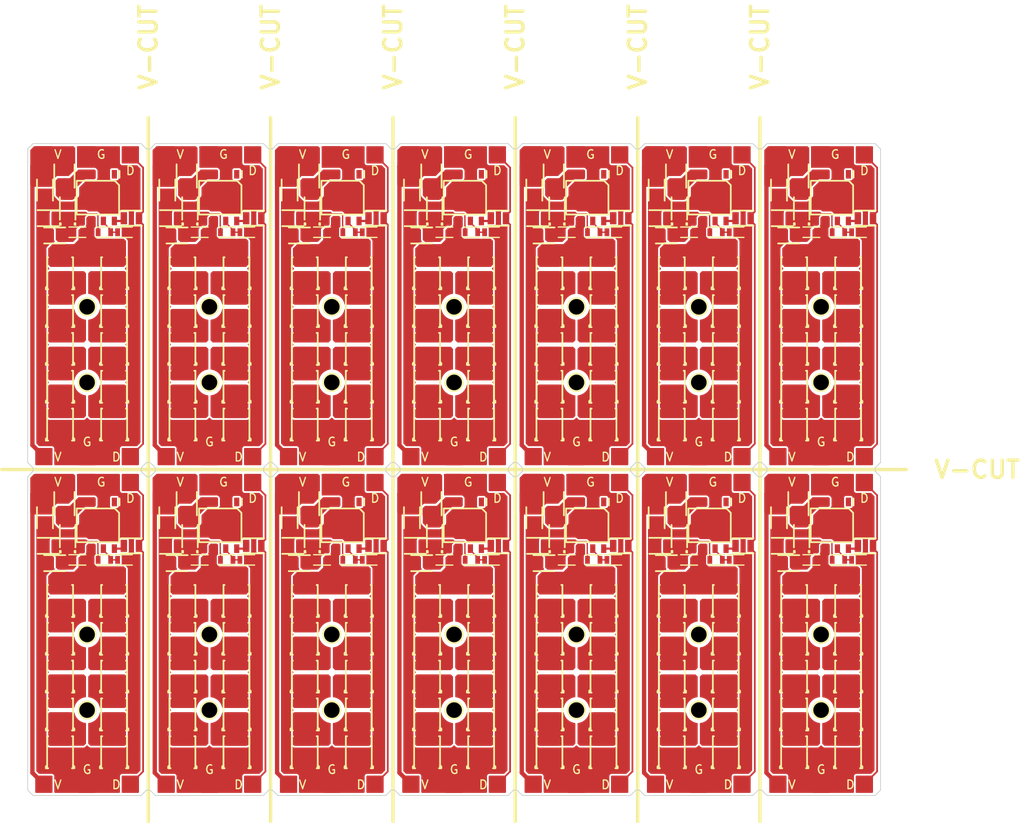
<source format=kicad_pcb>
(kicad_pcb (version 20240108) (generator "pcbnew") (generator_version "8.0")
  (layers (0 "F.Cu" signal) (31 "B.Cu" signal) (34 "B.Paste" user) (35 "F.Paste" user) (36 "B.SilkS" user "B.Silkscreen") (37 "F.SilkS" user "F.Silkscreen") (38 "B.Mask" user) (39 "F.Mask" user) (44 "Edge.Cuts" user))
  (net 0 "")
  (net 1 "Board_0-/DIM")
  (net 2 "Board_0-/LED_A")
  (net 3 "Board_0-GND")
  (net 4 "Board_0-Net-(D1-Anode)")
  (net 5 "Board_0-Net-(D10-Anode)")
  (net 6 "Board_0-Net-(D10-Cathode)")
  (net 7 "Board_0-Net-(D2-Cathode)")
  (net 8 "Board_0-Net-(D3-Cathode)")
  (net 9 "Board_0-Net-(D4-Cathode)")
  (net 10 "Board_0-Net-(D5-Cathode)")
  (net 11 "Board_0-Net-(D7-Cathode)")
  (net 12 "Board_0-Net-(D8-Cathode)")
  (net 13 "Board_0-Net-(U1-EN)")
  (net 14 "Board_0-Net-(U1-OVP)")
  (net 15 "Board_0-VBUS")
  (net 16 "Board_0-VDC")
  (net 17 "Board_0-unconnected-(U1-NC-Pad1)")
  (net 18 "Board_1-/DIM")
  (net 19 "Board_1-/LED_A")
  (net 20 "Board_1-GND")
  (net 21 "Board_1-Net-(D1-Anode)")
  (net 22 "Board_1-Net-(D10-Anode)")
  (net 23 "Board_1-Net-(D10-Cathode)")
  (net 24 "Board_1-Net-(D2-Cathode)")
  (net 25 "Board_1-Net-(D3-Cathode)")
  (net 26 "Board_1-Net-(D4-Cathode)")
  (net 27 "Board_1-Net-(D5-Cathode)")
  (net 28 "Board_1-Net-(D7-Cathode)")
  (net 29 "Board_1-Net-(D8-Cathode)")
  (net 30 "Board_1-Net-(U1-EN)")
  (net 31 "Board_1-Net-(U1-OVP)")
  (net 32 "Board_1-VBUS")
  (net 33 "Board_1-VDC")
  (net 34 "Board_1-unconnected-(U1-NC-Pad1)")
  (net 35 "Board_2-/DIM")
  (net 36 "Board_2-/LED_A")
  (net 37 "Board_2-GND")
  (net 38 "Board_2-Net-(D1-Anode)")
  (net 39 "Board_2-Net-(D10-Anode)")
  (net 40 "Board_2-Net-(D10-Cathode)")
  (net 41 "Board_2-Net-(D2-Cathode)")
  (net 42 "Board_2-Net-(D3-Cathode)")
  (net 43 "Board_2-Net-(D4-Cathode)")
  (net 44 "Board_2-Net-(D5-Cathode)")
  (net 45 "Board_2-Net-(D7-Cathode)")
  (net 46 "Board_2-Net-(D8-Cathode)")
  (net 47 "Board_2-Net-(U1-EN)")
  (net 48 "Board_2-Net-(U1-OVP)")
  (net 49 "Board_2-VBUS")
  (net 50 "Board_2-VDC")
  (net 51 "Board_2-unconnected-(U1-NC-Pad1)")
  (net 52 "Board_3-/DIM")
  (net 53 "Board_3-/LED_A")
  (net 54 "Board_3-GND")
  (net 55 "Board_3-Net-(D1-Anode)")
  (net 56 "Board_3-Net-(D10-Anode)")
  (net 57 "Board_3-Net-(D10-Cathode)")
  (net 58 "Board_3-Net-(D2-Cathode)")
  (net 59 "Board_3-Net-(D3-Cathode)")
  (net 60 "Board_3-Net-(D4-Cathode)")
  (net 61 "Board_3-Net-(D5-Cathode)")
  (net 62 "Board_3-Net-(D7-Cathode)")
  (net 63 "Board_3-Net-(D8-Cathode)")
  (net 64 "Board_3-Net-(U1-EN)")
  (net 65 "Board_3-Net-(U1-OVP)")
  (net 66 "Board_3-VBUS")
  (net 67 "Board_3-VDC")
  (net 68 "Board_3-unconnected-(U1-NC-Pad1)")
  (net 69 "Board_4-/DIM")
  (net 70 "Board_4-/LED_A")
  (net 71 "Board_4-GND")
  (net 72 "Board_4-Net-(D1-Anode)")
  (net 73 "Board_4-Net-(D10-Anode)")
  (net 74 "Board_4-Net-(D10-Cathode)")
  (net 75 "Board_4-Net-(D2-Cathode)")
  (net 76 "Board_4-Net-(D3-Cathode)")
  (net 77 "Board_4-Net-(D4-Cathode)")
  (net 78 "Board_4-Net-(D5-Cathode)")
  (net 79 "Board_4-Net-(D7-Cathode)")
  (net 80 "Board_4-Net-(D8-Cathode)")
  (net 81 "Board_4-Net-(U1-EN)")
  (net 82 "Board_4-Net-(U1-OVP)")
  (net 83 "Board_4-VBUS")
  (net 84 "Board_4-VDC")
  (net 85 "Board_4-unconnected-(U1-NC-Pad1)")
  (net 86 "Board_5-/DIM")
  (net 87 "Board_5-/LED_A")
  (net 88 "Board_5-GND")
  (net 89 "Board_5-Net-(D1-Anode)")
  (net 90 "Board_5-Net-(D10-Anode)")
  (net 91 "Board_5-Net-(D10-Cathode)")
  (net 92 "Board_5-Net-(D2-Cathode)")
  (net 93 "Board_5-Net-(D3-Cathode)")
  (net 94 "Board_5-Net-(D4-Cathode)")
  (net 95 "Board_5-Net-(D5-Cathode)")
  (net 96 "Board_5-Net-(D7-Cathode)")
  (net 97 "Board_5-Net-(D8-Cathode)")
  (net 98 "Board_5-Net-(U1-EN)")
  (net 99 "Board_5-Net-(U1-OVP)")
  (net 100 "Board_5-VBUS")
  (net 101 "Board_5-VDC")
  (net 102 "Board_5-unconnected-(U1-NC-Pad1)")
  (net 103 "Board_6-/DIM")
  (net 104 "Board_6-/LED_A")
  (net 105 "Board_6-GND")
  (net 106 "Board_6-Net-(D1-Anode)")
  (net 107 "Board_6-Net-(D10-Anode)")
  (net 108 "Board_6-Net-(D10-Cathode)")
  (net 109 "Board_6-Net-(D2-Cathode)")
  (net 110 "Board_6-Net-(D3-Cathode)")
  (net 111 "Board_6-Net-(D4-Cathode)")
  (net 112 "Board_6-Net-(D5-Cathode)")
  (net 113 "Board_6-Net-(D7-Cathode)")
  (net 114 "Board_6-Net-(D8-Cathode)")
  (net 115 "Board_6-Net-(U1-EN)")
  (net 116 "Board_6-Net-(U1-OVP)")
  (net 117 "Board_6-VBUS")
  (net 118 "Board_6-VDC")
  (net 119 "Board_6-unconnected-(U1-NC-Pad1)")
  (net 120 "Board_7-/DIM")
  (net 121 "Board_7-/LED_A")
  (net 122 "Board_7-GND")
  (net 123 "Board_7-Net-(D1-Anode)")
  (net 124 "Board_7-Net-(D10-Anode)")
  (net 125 "Board_7-Net-(D10-Cathode)")
  (net 126 "Board_7-Net-(D2-Cathode)")
  (net 127 "Board_7-Net-(D3-Cathode)")
  (net 128 "Board_7-Net-(D4-Cathode)")
  (net 129 "Board_7-Net-(D5-Cathode)")
  (net 130 "Board_7-Net-(D7-Cathode)")
  (net 131 "Board_7-Net-(D8-Cathode)")
  (net 132 "Board_7-Net-(U1-EN)")
  (net 133 "Board_7-Net-(U1-OVP)")
  (net 134 "Board_7-VBUS")
  (net 135 "Board_7-VDC")
  (net 136 "Board_7-unconnected-(U1-NC-Pad1)")
  (net 137 "Board_8-/DIM")
  (net 138 "Board_8-/LED_A")
  (net 139 "Board_8-GND")
  (net 140 "Board_8-Net-(D1-Anode)")
  (net 141 "Board_8-Net-(D10-Anode)")
  (net 142 "Board_8-Net-(D10-Cathode)")
  (net 143 "Board_8-Net-(D2-Cathode)")
  (net 144 "Board_8-Net-(D3-Cathode)")
  (net 145 "Board_8-Net-(D4-Cathode)")
  (net 146 "Board_8-Net-(D5-Cathode)")
  (net 147 "Board_8-Net-(D7-Cathode)")
  (net 148 "Board_8-Net-(D8-Cathode)")
  (net 149 "Board_8-Net-(U1-EN)")
  (net 150 "Board_8-Net-(U1-OVP)")
  (net 151 "Board_8-VBUS")
  (net 152 "Board_8-VDC")
  (net 153 "Board_8-unconnected-(U1-NC-Pad1)")
  (net 154 "Board_9-/DIM")
  (net 155 "Board_9-/LED_A")
  (net 156 "Board_9-GND")
  (net 157 "Board_9-Net-(D1-Anode)")
  (net 158 "Board_9-Net-(D10-Anode)")
  (net 159 "Board_9-Net-(D10-Cathode)")
  (net 160 "Board_9-Net-(D2-Cathode)")
  (net 161 "Board_9-Net-(D3-Cathode)")
  (net 162 "Board_9-Net-(D4-Cathode)")
  (net 163 "Board_9-Net-(D5-Cathode)")
  (net 164 "Board_9-Net-(D7-Cathode)")
  (net 165 "Board_9-Net-(D8-Cathode)")
  (net 166 "Board_9-Net-(U1-EN)")
  (net 167 "Board_9-Net-(U1-OVP)")
  (net 168 "Board_9-VBUS")
  (net 169 "Board_9-VDC")
  (net 170 "Board_9-unconnected-(U1-NC-Pad1)")
  (net 171 "Board_10-/DIM")
  (net 172 "Board_10-/LED_A")
  (net 173 "Board_10-GND")
  (net 174 "Board_10-Net-(D1-Anode)")
  (net 175 "Board_10-Net-(D10-Anode)")
  (net 176 "Board_10-Net-(D10-Cathode)")
  (net 177 "Board_10-Net-(D2-Cathode)")
  (net 178 "Board_10-Net-(D3-Cathode)")
  (net 179 "Board_10-Net-(D4-Cathode)")
  (net 180 "Board_10-Net-(D5-Cathode)")
  (net 181 "Board_10-Net-(D7-Cathode)")
  (net 182 "Board_10-Net-(D8-Cathode)")
  (net 183 "Board_10-Net-(U1-EN)")
  (net 184 "Board_10-Net-(U1-OVP)")
  (net 185 "Board_10-VBUS")
  (net 186 "Board_10-VDC")
  (net 187 "Board_10-unconnected-(U1-NC-Pad1)")
  (net 188 "Board_11-/DIM")
  (net 189 "Board_11-/LED_A")
  (net 190 "Board_11-GND")
  (net 191 "Board_11-Net-(D1-Anode)")
  (net 192 "Board_11-Net-(D10-Anode)")
  (net 193 "Board_11-Net-(D10-Cathode)")
  (net 194 "Board_11-Net-(D2-Cathode)")
  (net 195 "Board_11-Net-(D3-Cathode)")
  (net 196 "Board_11-Net-(D4-Cathode)")
  (net 197 "Board_11-Net-(D5-Cathode)")
  (net 198 "Board_11-Net-(D7-Cathode)")
  (net 199 "Board_11-Net-(D8-Cathode)")
  (net 200 "Board_11-Net-(U1-EN)")
  (net 201 "Board_11-Net-(U1-OVP)")
  (net 202 "Board_11-VBUS")
  (net 203 "Board_11-VDC")
  (net 204 "Board_11-unconnected-(U1-NC-Pad1)")
  (net 205 "Board_12-/DIM")
  (net 206 "Board_12-/LED_A")
  (net 207 "Board_12-GND")
  (net 208 "Board_12-Net-(D1-Anode)")
  (net 209 "Board_12-Net-(D10-Anode)")
  (net 210 "Board_12-Net-(D10-Cathode)")
  (net 211 "Board_12-Net-(D2-Cathode)")
  (net 212 "Board_12-Net-(D3-Cathode)")
  (net 213 "Board_12-Net-(D4-Cathode)")
  (net 214 "Board_12-Net-(D5-Cathode)")
  (net 215 "Board_12-Net-(D7-Cathode)")
  (net 216 "Board_12-Net-(D8-Cathode)")
  (net 217 "Board_12-Net-(U1-EN)")
  (net 218 "Board_12-Net-(U1-OVP)")
  (net 219 "Board_12-VBUS")
  (net 220 "Board_12-VDC")
  (net 221 "Board_12-unconnected-(U1-NC-Pad1)")
  (net 222 "Board_13-/DIM")
  (net 223 "Board_13-/LED_A")
  (net 224 "Board_13-GND")
  (net 225 "Board_13-Net-(D1-Anode)")
  (net 226 "Board_13-Net-(D10-Anode)")
  (net 227 "Board_13-Net-(D10-Cathode)")
  (net 228 "Board_13-Net-(D2-Cathode)")
  (net 229 "Board_13-Net-(D3-Cathode)")
  (net 230 "Board_13-Net-(D4-Cathode)")
  (net 231 "Board_13-Net-(D5-Cathode)")
  (net 232 "Board_13-Net-(D7-Cathode)")
  (net 233 "Board_13-Net-(D8-Cathode)")
  (net 234 "Board_13-Net-(U1-EN)")
  (net 235 "Board_13-Net-(U1-OVP)")
  (net 236 "Board_13-VBUS")
  (net 237 "Board_13-VDC")
  (net 238 "Board_13-unconnected-(U1-NC-Pad1)")
  (footprint "302_MECH_PAD:NPTH-C_2018" (layer "F.Cu") (at 148.5 38.875)
    (property "Reference" "REF**" (hide yes))
    (property "Value" "NPTH-C_2018")
  )
  (footprint "002_GN_TWO-PIN_PLASTIC_SMD:LED2835M" (layer "F.Cu") (at 173.675 90.4 90)
    (property "Reference" "D6" (hide yes))
    (property "Value" "BXEN-30E-13H" (hide yes))
  )
  (footprint "002_GN_TWO-PIN_PLASTIC_SMD:LED2835M" (layer "F.Cu") (at 109.175 77.275 90)
    (property "Reference" "D8" (hide yes))
    (property "Value" "BXEN-65E-13H" (hide yes))
  )
  (footprint "002_GN_TWO-PIN_PLASTIC_SMD:LED2835M" (layer "F.Cu") (at 109.175 52.5 90)
    (property "Reference" "D11" (hide yes))
    (property "Value" "BXEN-65E-13H" (hide yes))
  )
  (footprint "001_GN_RCL_SMD:R0805(2012M)" (layer "F.Cu") (at 125.325 66.525)
    (property "Reference" "R2" (hide yes))
    (property "Value" "1kR")
  )
  (footprint "008_GN_POWER-CHOKE_SMD:MC-2520" (layer "F.Cu") (at 131.725 61.65 90)
    (property "Reference" "L1" (hide yes))
    (property "Value" "10uH")
  )
  (footprint "002_GN_TWO-PIN_PLASTIC_SMD:LED2835M" (layer "F.Cu") (at 159.525 35 90)
    (property "Reference" "D2" (hide yes))
    (property "Value" "BXEN-30E-13H" (hide yes))
  )
  (footprint "302_MECH_PAD:SMP-Q_2020" (layer "F.Cu") (at 195.95 56.2)
    (property "Reference" "P6" (hide yes))
    (property "Value" "Pad_Square")
  )
  (footprint "001_GN_RCL_SMD:R0805(2012M)" (layer "F.Cu") (at 111.175 28.625)
    (property "Reference" "R2" (hide yes))
    (property "Value" "1kR")
  )
  (footprint "002_GN_TWO-PIN_PLASTIC_SMD:LED2835M" (layer "F.Cu") (at 165.775 35 90)
    (property "Reference" "D7" (hide yes))
    (property "Value" "BXEN-65E-13H" (hide yes))
  )
  (footprint "002_GN_TWO-PIN_PLASTIC_SMD:LED2835M" (layer "F.Cu") (at 151.625 72.9 90)
    (property "Reference" "D7" (hide yes))
    (property "Value" "BXEN-65E-13H" (hide yes))
  )
  (footprint "002_GN_TWO-PIN_PLASTIC_SMD:LED2835M" (layer "F.Cu") (at 165.775 90.4 90)
    (property "Reference" "D11" (hide yes))
    (property "Value" "BXEN-65E-13H" (hide yes))
  )
  (footprint "302_MECH_PAD:SMP-Q_2020" (layer "F.Cu") (at 106.05 21.3)
    (property "Reference" "P2" (hide yes))
    (property "Value" "Pad_Square")
  )
  (footprint "002_GN_TWO-PIN_PLASTIC_SMD:LED2835M" (layer "F.Cu") (at 145.375 39.375 90)
    (property "Reference" "D3" (hide yes))
    (property "Value" "BXEN-30E-13H" (hide yes))
  )
  (footprint "302_MECH_PAD:NPTH-C_2018" (layer "F.Cu") (at 106.05 38.875)
    (property "Reference" "REF**" (hide yes))
    (property "Value" "NPTH-C_2018")
  )
  (footprint "001_GN_RCL_SMD:R0603(1608M)" (layer "F.Cu") (at 133.225 68.15)
    (property "Reference" "R1" (hide yes))
    (property "Value" "2R")
  )
  (footprint "001_GN_RCL_SMD:R0603(1608M)" (layer "F.Cu") (at 138.6 68.15)
    (property "Reference" "R3" (hide yes))
    (property "Value" "2kR")
  )
  (footprint "001_GN_RCL_SMD:R0805(2012M)" (layer "F.Cu") (at 153.625 28.625)
    (property "Reference" "R2" (hide yes))
    (property "Value" "1kR")
  )
  (footprint "002_GN_TWO-PIN_PLASTIC_SMD:LED2835M" (layer "F.Cu") (at 151.625 43.75 90)
    (property "Reference" "D9" (hide yes))
    (property "Value" "BXEN-65E-13H" (hide yes))
  )
  (footprint "002_GN_TWO-PIN_PLASTIC_SMD:LED2835M" (layer "F.Cu") (at 159.525 48.125 90)
    (property "Reference" "D5" (hide yes))
    (property "Value" "BXEN-30E-13H" (hide yes))
  )
  (footprint "008_GN_POWER-CHOKE_SMD:MC-2520" (layer "F.Cu") (at 160.025 23.75 90)
    (property "Reference" "L1" (hide yes))
    (property "Value" "10uH")
  )
  (footprint "002_GN_TWO-PIN_PLASTIC_SMD:LED2835M" (layer "F.Cu") (at 137.475 48.125 90)
    (property "Reference" "D10" (hide yes))
    (property "Value" "BXEN-65E-13H" (hide yes))
  )
  (footprint "002_GN_TWO-PIN_PLASTIC_SMD:LED2835M" (layer "F.Cu") (at 165.775 72.9 90)
    (property "Reference" "D7" (hide yes))
    (property "Value" "BXEN-65E-13H" (hide yes))
  )
  (footprint "002_GN_TWO-PIN_PLASTIC_SMD:SOD-123F" (layer "F.Cu") (at 103.8 65.4 90)
    (property "Reference" "D1" (hide yes))
    (property "Value" "DS110W")
  )
  (footprint "002_GN_TWO-PIN_PLASTIC_SMD:SOD-123F" (layer "F.Cu") (at 160.4 65.4 90)
    (property "Reference" "D1" (hide yes))
    (property "Value" "DS110W")
  )
  (footprint "002_GN_TWO-PIN_PLASTIC_SMD:LED2835M" (layer "F.Cu") (at 179.925 43.75 90)
    (property "Reference" "D9" (hide yes))
    (property "Value" "BXEN-65E-13H" (hide yes))
  )
  (footprint "302_MECH_PAD:SMP-Q_2020" (layer "F.Cu") (at 190.95 59.2)
    (property "Reference" "P2" (hide yes))
    (property "Value" "Pad_Square")
  )
  (footprint "002_GN_TWO-PIN_PLASTIC_SMD:LED2835M" (layer "F.Cu") (at 102.925 35 90)
    (property "Reference" "D2" (hide yes))
    (property "Value" "BXEN-30E-13H" (hide yes))
  )
  (footprint "302_MECH_PAD:SMP-Q_2020" (layer "F.Cu") (at 129.35 59.2)
    (property "Reference" "P1" (hide yes))
    (property "Value" "Pad_Square")
  )
  (footprint "002_GN_TWO-PIN_PLASTIC_SMD:SOD-123F" (layer "F.Cu") (at 160.4 27.5 90)
    (property "Reference" "D1" (hide yes))
    (property "Value" "DS110W")
  )
  (footprint "004_GN_MIDDLE-SEMI_SMD:SOP-8EP_3949" (layer "F.Cu") (at 178.05 26.25 -90)
    (property "Reference" "U1" (hide yes))
    (property "Value" "LGS63042EP")
  )
  (footprint "004_GN_MIDDLE-SEMI_SMD:SOP-8EP_3949" (layer "F.Cu") (at 178.05 64.15 -90)
    (property "Reference" "U1" (hide yes))
    (property "Value" "LGS63042EP")
  )
  (footprint "002_GN_TWO-PIN_PLASTIC_SMD:LED2835M" (layer "F.Cu") (at 179.925 39.375 90)
    (property "Reference" "D8" (hide yes))
    (property "Value" "BXEN-65E-13H" (hide yes))
  )
  (footprint "002_GN_TWO-PIN_PLASTIC_SMD:LED2835M" (layer "F.Cu") (at 109.175 90.4 90)
    (property "Reference" "D11" (hide yes))
    (property "Value" "BXEN-65E-13H" (hide yes))
  )
  (footprint "001_GN_RCL_SMD:R0603(1608M)" (layer "F.Cu") (at 181.05 68.15)
    (property "Reference" "R3" (hide yes))
    (property "Value" "2kR")
  )
  (footprint "302_MECH_PAD:SMP-Q_2020" (layer "F.Cu") (at 111.05 59.2)
    (property "Reference" "P3" (hide yes))
    (property "Value" "Pad_Square")
  )
  (footprint "004_GN_MIDDLE-SEMI_SMD:SOP-8EP_3949" (layer "F.Cu") (at 135.6 64.15 -90)
    (property "Reference" "U1" (hide yes))
    (property "Value" "LGS63042EP")
  )
  (footprint "302_MECH_PAD:SMP-Q_2020" (layer "F.Cu") (at 125.2 59.2)
    (property "Reference" "P3" (hide yes))
    (property "Value" "Pad_Square")
  )
  (footprint "002_GN_TWO-PIN_PLASTIC_SMD:LED2835M" (layer "F.Cu") (at 109.175 43.75 90)
    (property "Reference" "D9" (hide yes))
    (property "Value" "BXEN-65E-13H" (hide yes))
  )
  (footprint "002_GN_TWO-PIN_PLASTIC_SMD:LED2835M" (layer "F.Cu") (at 187.825 39.375 90)
    (property "Reference" "D3" (hide yes))
    (property "Value" "BXEN-30E-13H" (hide yes))
  )
  (footprint "008_GN_POWER-CHOKE_SMD:MC-2520" (layer "F.Cu") (at 117.575 23.75 90)
    (property "Reference" "L1" (hide yes))
    (property "Value" "10uH")
  )
  (footprint "004_GN_MIDDLE-SEMI_SMD:SOP-8EP_3949" (layer "F.Cu") (at 192.2 26.25 -90)
    (property "Reference" "U1" (hide yes))
    (property "Value" "LGS63042EP")
  )
  (footprint "001_GN_RCL_SMD:C0805(2012M)" (layer "F.Cu") (at 157.775 63.275 -90)
    (property "Reference" "C1" (hide yes))
    (property "Value" "4.7uF" (hide yes))
  )
  (footprint "302_MECH_PAD:SMP-Q_2020" (layer "F.Cu") (at 162.65 94.1)
    (property "Reference" "P5" (hide yes))
    (property "Value" "Pad_Square")
  )
  (footprint "002_GN_TWO-PIN_PLASTIC_SMD:SOD-123F" (layer "F.Cu") (at 188.7 65.4 90)
    (property "Reference" "D1" (hide yes))
    (property "Value" "DS110W")
  )
  (footprint "302_MECH_PAD:NPTH-C_2018" (layer "F.Cu") (at 134.35 76.775)
    (property "Reference" "REF**" (hide yes))
    (property "Value" "NPTH-C_2018")
  )
  (footprint "302_MECH_PAD:SMP-Q_2020" (layer "F.Cu") (at 101.05 94.1)
    (property "Reference" "P4" (hide yes))
    (property "Value" "Pad_Square")
  )
  (footprint "001_GN_RCL_SMD:R0603(1608M)" (layer "F.Cu") (at 152.75 30.25)
    (property "Reference" "R3" (hide yes))
    (property "Value" "2kR")
  )
  (footprint "002_GN_TWO-PIN_PLASTIC_SMD:LED2835M" (layer "F.Cu") (at 145.375 86.025 90)
    (property "Reference" "D5" (hide yes))
    (property "Value" "BXEN-30E-13H" (hide yes))
  )
  (footprint "001_GN_RCL_SMD:C0805(2012M)" (layer "F.Cu") (at 173.05 68.525 180)
    (property "Reference" "C4" (hide yes))
    (property "Value" "4.7uF" (hide yes))
  )
  (footprint "001_GN_RCL_SMD:R0603(1608M)" (layer "F.Cu") (at 175.675 68.15)
    (property "Reference" "R1" (hide yes))
    (property "Value" "2R")
  )
  (footprint "302_MECH_PAD:SMP-Q_2020" (layer "F.Cu") (at 115.2 94.1)
    (property "Reference" "P4" (hide yes))
    (property "Value" "Pad_Square")
  )
  (footprint "001_GN_RCL_SMD:R0603(1608M)" (layer "F.Cu") (at 150.5 30.25)
    (property "Reference" "R4" (hide yes))
    (property "Value" "110kR")
  )
  (footprint "002_GN_TWO-PIN_PLASTIC_SMD:LED2835M" (layer "F.Cu") (at 151.625 77.275 90)
    (property "Reference" "D8" (hide yes))
    (property "Value" "BXEN-65E-13H" (hide yes))
  )
  (footprint "001_GN_RCL_SMD:C0805(2012M)" (layer "F.Cu") (at 143.625 25.375 -90)
    (property "Reference" "C1" (hide yes))
    (property "Value" "4.7uF" (hide yes))
  )
  (footprint "001_GN_RCL_SMD:C0805(2012M)" (layer "F.Cu") (at 101.175 25.375 -90)
    (property "Reference" "C1" (hide yes))
    (property "Value" "4.7uF" (hide yes))
  )
  (footprint "001_GN_RCL_SMD:R0603(1608M)" (layer "F.Cu") (at 152.75 68.15)
    (property "Reference" "R3" (hide yes))
    (property "Value" "2kR")
  )
  (footprint "008_GN_POWER-CHOKE_SMD:MC-2520" (layer "F.Cu") (at 145.875 61.65 90)
    (property "Reference" "L1" (hide yes))
    (property "Value" "10uH")
  )
  (footprint "001_GN_RCL_SMD:C0805(2012M)" (layer "F.Cu") (at 143.625 63.275 -90)
    (property "Reference" "C1" (hide yes))
    (property "Value" "4.7uF" (hide yes))
  )
  (footprint "002_GN_TWO-PIN_PLASTIC_SMD:LED2835M" (layer "F.Cu") (at 145.375 48.125 90)
    (property "Reference" "D5" (hide yes))
    (property "Value" "BXEN-30E-13H" (hide yes))
  )
  (footprint "002_GN_TWO-PIN_PLASTIC_SMD:LED2835M" (layer "F.Cu") (at 179.925 52.5 90)
    (property "Reference" "D11" (hide yes))
    (property "Value" "BXEN-65E-13H" (hide yes))
  )
  (footprint "302_MECH_PAD:SMP-Q_2020" (layer "F.Cu") (at 143.5 59.2)
    (property "Reference" "P1" (hide yes))
    (property "Value" "Pad_Square")
  )
  (footprint "302_MECH_PAD:NPTH-C_2018" (layer "F.Cu") (at 120.2 47.625)
    (property "Reference" "REF**" (hide yes))
    (property "Value" "NPTH-C_2018")
  )
  (footprint "002_GN_TWO-PIN_PLASTIC_SMD:LED2835M" (layer "F.Cu") (at 179.925 90.4 90)
    (property "Reference" "D11" (hide yes))
    (property "Value" "BXEN-65E-13H" (hide yes))
  )
  (footprint "002_GN_TWO-PIN_PLASTIC_SMD:LED2835M" (layer "F.Cu") (at 109.175 39.375 90)
    (property "Reference" "D8" (hide yes))
    (property "Value" "BXEN-65E-13H" (hide yes))
  )
  (footprint "302_MECH_PAD:NPTH-C_2018" (layer "F.Cu") (at 190.95 85.525)
    (property "Reference" "REF**" (hide yes))
    (property "Value" "NPTH-C_2018")
  )
  (footprint "302_MECH_PAD:SMP-Q_2020" (layer "F.Cu") (at 153.5 21.3)
    (property "Reference" "P3" (hide yes))
    (property "Value" "Pad_Square")
  )
  (footprint "302_MECH_PAD:SMP-Q_2020" (layer "F.Cu") (at 148.5 56.2)
    (property "Reference" "P5" (hide yes))
    (property "Value" "Pad_Square")
  )
  (footprint "002_GN_TWO-PIN_PLASTIC_SMD:LED2835M" (layer "F.Cu") (at 194.075 90.4 90)
    (property "Reference" "D11" (hide yes))
    (property "Value" "BXEN-65E-13H" (hide yes))
  )
  (footprint "002_GN_TWO-PIN_PLASTIC_SMD:LED2835M" (layer "F.Cu") (at 173.675 43.75 90)
    (property "Reference" "D4" (hide yes))
    (property "Value" "BXEN-30E-13H" (hide yes))
  )
  (footprint "002_GN_TWO-PIN_PLASTIC_SMD:LED2835M" (layer "F.Cu") (at 131.225 90.4 90)
    (property "Reference" "D6" (hide yes))
    (property "Value" "BXEN-30E-13H" (hide yes))
  )
  (footprint "302_MECH_PAD:SMP-Q_2020" (layer "F.Cu") (at 115.2 59.2)
    (property "Reference" "P1" (hide yes))
    (property "Value" "Pad_Square")
  )
  (footprint "001_GN_RCL_SMD:C0805(2012M)" (layer "F.Cu") (at 144 28.625 180)
    (property "Reference" "C3" (hide yes))
    (property "Value" "4.7uF" (hide yes))
  )
  (footprint "002_GN_TWO-PIN_PLASTIC_SMD:LED2835M" (layer "F.Cu") (at 123.325 86.025 90)
    (property "Reference" "D10" (hide yes))
    (property "Value" "BXEN-65E-13H" (hide yes))
  )
  (footprint "001_GN_RCL_SMD:C0805(2012M)" (layer "F.Cu") (at 101.55 28.625 180)
    (property "Reference" "C3" (hide yes))
    (property "Value" "4.7uF" (hide yes))
  )
  (footprint "002_GN_TWO-PIN_PLASTIC_SMD:LED2835M" (layer "F.Cu") (at 187.825 43.75 90)
    (property "Reference" "D4" (hide yes))
    (property "Value" "BXEN-30E-13H" (hide yes))
  )
  (footprint "001_GN_RCL_SMD:C0805(2012M)" (layer "F.Cu") (at 130.6 30.625 180)
    (property "Reference" "C4" (hide yes))
    (property "Value" "4.7uF" (hide yes))
  )
  (footprint "002_GN_TWO-PIN_PLASTIC_SMD:LED2835M" (layer "F.Cu") (at 165.775 43.75 90)
    (property "Reference" "D9" (hide yes))
    (property "Value" "BXEN-65E-13H" (hide yes))
  )
  (footprint "001_GN_RCL_SMD:R0603(1608M)" (layer "F.Cu") (at 166.9 68.15)
    (property "Reference" "R3" (hide yes))
    (property "Value" "2kR")
  )
  (footprint "002_GN_TWO-PIN_PLASTIC_SMD:LED2835M" (layer "F.Cu") (at 165.775 77.275 90)
    (property "Reference" "D8" (hide yes))
    (property "Value" "BXEN-65E-13H" (hide yes))
  )
  (footprint "001_GN_RCL_SMD:C0805(2012M)" (layer "F.Cu") (at 172.3 66.525 180)
    (property "Reference" "C3" (hide yes))
    (property "Value" "4.7uF" (hide yes))
  )
  (footprint "002_GN_TWO-PIN_PLASTIC_SMD:LED2835M" (layer "F.Cu") (at 123.325 39.375 90)
    (property "Reference" "D8" (hide yes))
    (property "Value" "BXEN-65E-13H" (hide yes))
  )
  (footprint "002_GN_TWO-PIN_PLASTIC_SMD:LED2835M" (layer "F.Cu") (at 137.475 35 90)
    (property "Reference" "D7" (hide yes))
    (property "Value" "BXEN-65E-13H" (hide yes))
  )
  (footprint "002_GN_TWO-PIN_PLASTIC_SMD:LED2835M" (layer "F.Cu") (at 109.175 86.025 90)
    (property "Reference" "D10" (hide yes))
    (property "Value" "BXEN-65E-13H" (hide yes))
  )
  (footprint "302_MECH_PAD:SMP-Q_2020" (layer "F.Cu") (at 171.8 21.3)
    (property "Reference" "P1" (hide yes))
    (property "Value" "Pad_Square")
  )
  (footprint "302_MECH_PAD:NPTH-C_2018" (layer "F.Cu") (at 190.95 38.875)
    (property "Reference" "REF**" (hide yes))
    (property "Value" "NPTH-C_2018")
  )
  (footprint "302_MECH_PAD:SMP-Q_2020" (layer "F.Cu") (at 181.8 56.2)
    (property "Reference" "P6" (hide yes))
    (property "Value" "Pad_Square")
  )
  (footprint "001_GN_RCL_SMD:R0603(1608M)" (layer "F.Cu") (at 108.05 68.15)
    (property "Reference" "R4" (hide yes))
    (property "Value" "110kR")
  )
  (footprint "302_MECH_PAD:SMP-Q_2020" (layer "F.Cu") (at 190.95 56.2)
    (property "Reference" "P5" (hide yes))
    (property "Value" "Pad_Square")
  )
  (footprint "002_GN_TWO-PIN_PLASTIC_SMD:LED2835M" (layer "F.Cu") (at 137.475 86.025 90)
    (property "Reference" "D10" (hide yes))
    (property "Value" "BXEN-65E-13H" (hide yes))
  )
  (footprint "302_MECH_PAD:SMP-Q_2020" (layer "F.Cu") (at 190.95 21.3)
    (property "Reference" "P2" (hide yes))
    (property "Value" "Pad_Square")
  )
  (footprint "002_GN_TWO-PIN_PLASTIC_SMD:LED2835M" (layer "F.Cu") (at 131.225 52.5 90)
    (property "Reference" "D6" (hide yes))
    (property "Value" "BXEN-30E-13H" (hide yes))
  )
  (footprint "302_MECH_PAD:SMP-Q_2020" (layer "F.Cu") (at 153.5 56.2)
    (property "Reference" "P6" (hide yes))
    (property "Value" "Pad_Square")
  )
  (footprint "008_GN_POWER-CHOKE_SMD:MC-2520" (layer "F.Cu") (at 188.325 61.65 90)
    (property "Reference" "L1" (hide yes))
    (property "Value" "10uH")
  )
  (footprint "001_GN_RCL_SMD:C0805(2012M)" (layer "F.Cu") (at 101.175 63.275 -90)
    (property "Reference" "C1" (hide yes))
    (property "Value" "4.7uF" (hide yes))
  )
  (footprint "002_GN_TWO-PIN_PLASTIC_SMD:LED2835M" (layer "F.Cu") (at 194.075 35 90)
    (property "Reference" "D7" (hide yes))
    (property "Value" "BXEN-65E-13H" (hide yes))
  )
  (footprint "001_GN_RCL_SMD:C0805(2012M)" (layer "F.Cu") (at 115.7 66.525 180)
    (property "Reference" "C3" (hide yes))
    (property "Value" "4.7uF" (hide yes))
  )
  (footprint "001_GN_RCL_SMD:C0805(2012M)" (layer "F.Cu") (at 115.7 28.625 180)
    (property "Reference" "C3" (hide yes))
    (property "Value" "4.7uF" (hide yes))
  )
  (footprint "001_GN_RCL_SMD:C0805(2012M)" (layer "F.Cu") (at 130.6 68.525 180)
    (property "Reference" "C4" (hide yes))
    (property "Value" "4.7uF" (hide yes))
  )
  (footprint "001_GN_RCL_SMD:R0805(2012M)" (layer "F.Cu") (at 196.075 66.525)
    (property "Reference" "R2" (hide yes))
    (property "Value" "1kR")
  )
  (footprint "002_GN_TWO-PIN_PLASTIC_SMD:LED2835M" (layer "F.Cu") (at 159.525 72.9 90)
    (property "Reference" "D2" (hide yes))
    (property "Value" "BXEN-30E-13H" (hide yes))
  )
  (footprint "001_GN_RCL_SMD:R0603(1608M)" (layer "F.Cu") (at 104.925 68.15)
    (property "Reference" "R1" (hide yes))
    (property "Value" "2R")
  )
  (footprint "002_GN_TWO-PIN_PLASTIC_SMD:LED2835M" (layer "F.Cu") (at 131.225 72.9 90)
    (property "Reference" "D2" (hide yes))
    (property "Value" "BXEN-30E-13H" (hide yes))
  )
  (footprint "002_GN_TWO-PIN_PLASTIC_SMD:LED2835M" (layer "F.Cu") (at 102.925 43.75 90)
    (property "Reference" "D4" (hide yes))
    (property "Value" "BXEN-30E-13H" (hide yes))
  )
  (footprint "002_GN_TWO-PIN_PLASTIC_SMD:LED2835M" (layer "F.Cu") (at 151.625 81.65 90)
    (property "Reference" "D9" (hide yes))
    (property "Value" "BXEN-65E-13H" (hide yes))
  )
  (footprint "002_GN_TWO-PIN_PLASTIC_SMD:LED2835M" (layer "F.Cu") (at 117.075 39.375 90)
    (property "Reference" "D3" (hide yes))
    (property "Value" "BXEN-30E-13H" (hide yes))
  )
  (footprint "002_GN_TWO-PIN_PLASTIC_SMD:LED2835M" (layer "F.Cu") (at 145.375 90.4 90)
    (property "Reference" "D6" (hide yes))
    (property "Value" "BXEN-30E-13H" (hide yes))
  )
  (footprint "002_GN_TWO-PIN_PLASTIC_SMD:LED2835M" (layer "F.Cu") (at 131.225 77.275 90)
    (property "Reference" "D3" (hide yes))
    (property "Value" "BXEN-30E-13H" (hide yes))
  )
  (footprint "302_MECH_PAD:SMP-Q_2020" (layer "F.Cu") (at 148.5 59.2)
    (property "Reference" "P2" (hide yes))
    (property "Value" "Pad_Square")
  )
  (footprint "302_MECH_PAD:SMP-Q_2020" (layer "F.Cu") (at 185.95 94.1)
    (property "Reference" "P4" (hide yes))
    (property "Value" "Pad_Square")
  )
  (footprint "001_GN_RCL_SMD:C0805(2012M)" (layer "F.Cu") (at 158.15 28.625 180)
    (property "Reference" "C3" (hide yes))
    (property "Value" "4.7uF" (hide yes))
  )
  (footprint "002_GN_TWO-PIN_PLASTIC_SMD:SOD-123F" (layer "F.Cu") (at 132.1 27.5 90)
    (property "Reference" "D1" (hide yes))
    (property "Value" "DS110W")
  )
  (footprint "004_GN_MIDDLE-SEMI_SMD:SOP-8EP_3949" (layer "F.Cu") (at 121.45 64.15 -90)
    (property "Reference" "U1" (hide yes))
    (property "Value" "LGS63042EP")
  )
  (footprint "302_MECH_PAD:SMP-Q_2020" (layer "F.Cu") (at 139.35 21.3)
    (property "Reference" "P3" (hide yes))
    (property "Value" "Pad_Square")
  )
  (footprint "002_GN_TWO-PIN_PLASTIC_SMD:LED2835M" (layer "F.Cu") (at 123.325 48.125 90)
    (property "Reference" "D10" (hide yes))
    (property "Value" "BXEN-65E-13H" (hide yes))
  )
  (footprint "002_GN_TWO-PIN_PLASTIC_SMD:LED2835M" (layer "F.Cu") (at 194.075 72.9 90)
    (property "Reference" "D7" (hide yes))
    (property "Value" "BXEN-65E-13H" (hide yes))
  )
  (footprint "002_GN_TWO-PIN_PLASTIC_SMD:LED2835M" (layer "F.Cu") (at 102.925 77.275 90)
    (property "Reference" "D3" (hide yes))
    (property "Value" "BXEN-30E-13H" (hide yes))
  )
  (footprint "002_GN_TWO-PIN_PLASTIC_SMD:LED2835M" (layer "F.Cu") (at 123.325 77.275 90)
    (property "Reference" "D8" (hide yes))
    (property "Value" "BXEN-65E-13H" (hide yes))
  )
  (footprint "002_GN_TWO-PIN_PLASTIC_SMD:LED2835M" (layer "F.Cu") (at 145.375 35 90)
    (property "Reference" "D2" (hide yes))
    (property "Value" "BXEN-30E-13H" (hide yes))
  )
  (footprint "302_MECH_PAD:NPTH-C_2018" (layer "F.Cu") (at 162.65 47.625)
    (property "Reference" "REF**" (hide yes))
    (property "Value" "NPTH-C_2018")
  )
  (footprint "302_MECH_PAD:SMP-Q_2020" (layer "F.Cu") (at 157.65 21.3)
    (property "Reference" "P1" (hide yes))
    (property "Value" "Pad_Square")
  )
  (footprint "302_MECH_PAD:NPTH-C_2018" (layer "F.Cu") (at 148.5 76.775)
    (property "Reference" "REF**" (hide yes))
    (property "Value" "NPTH-C_2018")
  )
  (footprint "008_GN_POWER-CHOKE_SMD:MC-2520" (layer "F.Cu") (at 160.025 61.65 90)
    (property "Reference" "L1" (hide yes))
    (property "Value" "10uH")
  )
  (footprint "001_GN_RCL_SMD:R0603(1608M)" (layer "F.Cu") (at 161.525 30.25)
    (property "Reference" "R1" (hide yes))
    (property "Value" "2R")
  )
  (footprint "001_GN_RCL_SMD:C0805(2012M)" (layer "F.Cu") (at 129.85 66.525 180)
    (property "Reference" "C3" (hide yes))
    (property "Value" "4.7uF" (hide yes))
  )
  (footprint "002_GN_TWO-PIN_PLASTIC_SMD:LED2835M" (layer "F.Cu") (at 109.175 35 90)
    (property "Reference" "D7" (hide yes))
    (property "Value" "BXEN-65E-13H" (hide yes))
  )
  (footprint "002_GN_TWO-PIN_PLASTIC_SMD:LED2835M" (layer "F.Cu") (at 173.675 35 90)
    (property "Reference" "D2" (hide yes))
    (property "Value" "BXEN-30E-13H" (hide yes))
  )
  (footprint "001_GN_RCL_SMD:C0805(2012M)" (layer "F.Cu") (at 116.45 30.625 180)
    (property "Reference" "C4" (hide yes))
    (property "Value" "4.7uF" (hide yes))
  )
  (footprint "001_GN_RCL_SMD:C0805(2012M)" (layer "F.Cu") (at 102.3 68.525 180)
    (property "Reference" "C4" (hide yes))
    (property "Value" "4.7uF" (hide yes))
  )
  (footprint "002_GN_TWO-PIN_PLASTIC_SMD:LED2835M" (layer "F.Cu") (at 151.625 90.4 90)
    (property "Reference" "D11" (hide yes))
    (property "Value" "BXEN-65E-13H" (hide yes))
  )
  (footprint "001_GN_RCL_SMD:R0603(1608M)" (layer "F.Cu") (at 178.8 68.15)
    (property "Reference" "R4" (hide yes))
    (property "Value" "110kR")
  )
  (footprint "001_GN_RCL_SMD:R0805(2012M)" (layer "F.Cu") (at 139.475 28.625)
    (property "Reference" "R2" (hide yes))
    (property "Value" "1kR")
  )
  (footprint "001_GN_RCL_SMD:R0603(1608M)" (layer "F.Cu") (at 104.925 30.25)
    (property "Reference" "R1" (hide yes))
    (property "Value" "2R")
  )
  (footprint "302_MECH_PAD:SMP-Q_2020" (layer "F.Cu") (at 143.5 56.2)
    (property "Reference" "P4" (hide yes))
    (property "Value" "Pad_Square")
  )
  (footprint "001_GN_RCL_SMD:R0603(1608M)" (layer "F.Cu") (at 181.05 30.25)
    (property "Reference" "R3" (hide yes))
    (property "Value" "2kR")
  )
  (footprint "001_GN_RCL_SMD:C0805(2012M)" (layer "F.Cu") (at 129.475 63.275 -90)
    (property "Reference" "C1" (hide yes))
    (property "Value" "4.7uF" (hide yes))
  )
  (footprint "002_GN_TWO-PIN_PLASTIC_SMD:LED2835M" (layer "F.Cu") (at 123.325 43.75 90)
    (property "Reference" "D9" (hide yes))
    (property "Value" "BXEN-65E-13H" (hide yes))
  )
  (footprint "002_GN_TWO-PIN_PLASTIC_SMD:LED2835M" (layer "F.Cu") (at 137.475 39.375 90)
    (property "Reference" "D8" (hide yes))
    (property "Value" "BXEN-65E-13H" (hide yes))
  )
  (footprint "002_GN_TWO-PIN_PLASTIC_SMD:LED2835M" (layer "F.Cu") (at 123.325 81.65 90)
    (property "Reference" "D9" (hide yes))
    (property "Value" "BXEN-65E-13H" (hide yes))
  )
  (footprint "001_GN_RCL_SMD:C0805(2012M)" (layer "F.Cu") (at 186.075 25.375 -90)
    (property "Reference" "C1" (hide yes))
    (property "Value" "4.7uF" (hide yes))
  )
  (footprint "002_GN_TWO-PIN_PLASTIC_SMD:LED2835M" (layer "F.Cu") (at 173.675 86.025 90)
    (property "Reference" "D5" (hide yes))
    (property "Value" "BXEN-30E-13H" (hide yes))
  )
  (footprint "008_GN_POWER-CHOKE_SMD:MC-2520" (layer "F.Cu") (at 131.725 23.75 90)
    (property "Reference" "L1" (hide yes))
    (property "Value" "10uH")
  )
  (footprint "302_MECH_PAD:SMP-Q_2020" (layer "F.Cu") (at 195.95 59.2)
    (property "Reference" "P3" (hide yes))
    (property "Value" "Pad_Square")
  )
  (footprint "002_GN_TWO-PIN_PLASTIC_SMD:LED2835M" (layer "F.Cu") (at 187.825 35 90)
    (property "Reference" "D2" (hide yes))
    (property "Value" "BXEN-30E-13H" (hide yes))
  )
  (footprint "002_GN_TWO-PIN_PLASTIC_SMD:LED2835M" (layer "F.Cu") (at 179.925 86.025 90)
    (property "Reference" "D10" (hide yes))
    (property "Value" "BXEN-65E-13H" (hide yes))
  )
  (footprint "002_GN_TWO-PIN_PLASTIC_SMD:LED2835M" (layer "F.Cu") (at 131.225 81.65 90)
    (property "Reference" "D4" (hide yes))
    (property "Value" "BXEN-30E-13H" (hide yes))
  )
  (footprint "002_GN_TWO-PIN_PLASTIC_SMD:LED2835M" (layer "F.Cu") (at 194.075 77.275 90)
    (property "Reference" "D8" (hide yes))
    (property "Value" "BXEN-65E-13H" (hide yes))
  )
  (footprint "001_GN_RCL_SMD:C0805(2012M)" (layer "F.Cu") (at 186.45 66.525 180)
    (property "Reference" "C3" (hide yes))
    (property "Value" "4.7uF" (hide yes))
  )
  (footprint "302_MECH_PAD:SMP-Q_2020" (layer "F.Cu") (at 120.2 21.3)
    (property "Reference" "P2" (hide yes))
    (property "Value" "Pad_Square")
  )
  (footprint "302_MECH_PAD:SMP-Q_2020" (layer "F.Cu") (at 171.8 94.1)
    (property "Reference" "P4" (hide yes))
    (property "Value" "Pad_Square")
  )
  (footprint "002_GN_TWO-PIN_PLASTIC_SMD:LED2835M" (layer "F.Cu") (at 117.075 48.125 90)
    (property "Reference" "D5" (hide yes))
    (property "Value" "BXEN-30E-13H" (hide yes))
  )
  (footprint "002_GN_TWO-PIN_PLASTIC_SMD:LED2835M" (layer "F.Cu") (at 179.925 81.65 90)
    (property "Reference" "D9" (hide yes))
    (property "Value" "BXEN-65E-13H" (hide yes))
  )
  (footprint "002_GN_TWO-PIN_PLASTIC_SMD:LED2835M" (layer "F.Cu") (at 131.225 48.125 90)
    (property "Reference" "D5" (hide yes))
    (property "Value" "BXEN-30E-13H" (hide yes))
  )
  (footprint "002_GN_TWO-PIN_PLASTIC_SMD:LED2835M" (layer "F.Cu") (at 173.675 39.375 90)
    (property "Reference" "D3" (hide yes))
    (property "Value" "BXEN-30E-13H" (hide yes))
  )
  (footprint "002_GN_TWO-PIN_PLASTIC_SMD:LED2835M" (layer "F.Cu") (at 123.325 52.5 90)
    (property "Reference" "D11" (hide yes))
    (property "Value" "BXEN-65E-13H" (hide yes))
  )
  (footprint "001_GN_RCL_SMD:R0805(2012M)" (layer "F.Cu") (at 125.325 28.625)
    (property "Reference" "R2" (hide yes))
    (property "Value" "1kR")
  )
  (footprint "002_GN_TWO-PIN_PLASTIC_SMD:LED2835M" (layer "F.Cu") (at 137.475 43.75 90)
    (property "Reference" "D9" (hide yes))
    (property "Value" "BXEN-65E-13H" (hide yes))
  )
  (footprint "302_MECH_PAD:SMP-Q_2020" (layer "F.Cu") (at 125.2 94.1)
    (property "Reference" "P6" (hide yes))
    (property "Value" "Pad_Square")
  )
  (footprint "001_GN_RCL_SMD:C0805(2012M)" (layer "F.Cu") (at 116.45 68.525 180)
    (property "Reference" "C4" (hide yes))
    (property "Value" "4.7uF" (hide yes))
  )
  (footprint "004_GN_MIDDLE-SEMI_SMD:SOP-8EP_3949" (layer "F.Cu") (at 192.2 64.15 -90)
    (property "Reference" "U1" (hide yes))
    (property "Value" "LGS63042EP")
  )
  (footprint "002_GN_TWO-PIN_PLASTIC_SMD:LED2835M" (layer "F.Cu") (at 187.825 52.5 90)
    (property "Reference" "D6" (hide yes))
    (property "Value" "BXEN-30E-13H" (hide yes))
  )
  (footprint "002_GN_TWO-PIN_PLASTIC_SMD:LED2835M" (layer "F.Cu") (at 165.775 86.025 90)
    (property "Reference" "D10" (hide yes))
    (property "Value" "BXEN-65E-13H" (hide yes))
  )
  (footprint "002_GN_TWO-PIN_PLASTIC_SMD:LED2835M" (layer "F.Cu") (at 179.925 77.275 90)
    (property "Reference" "D8" (hide yes))
    (property "Value" "BXEN-65E-13H" (hide yes))
  )
  (footprint "001_GN_RCL_SMD:R0603(1608M)" (layer "F.Cu") (at 122.2 68.15)
    (property "Reference" "R4" (hide yes))
    (property "Value" "110kR")
  )
  (footprint "001_GN_RCL_SMD:R0805(2012M)" (layer "F.Cu") (at 139.475 66.525)
    (property "Reference" "R2" (hide yes))
    (property "Value" "1kR")
  )
  (footprint "001_GN_RCL_SMD:R0805(2012M)" (layer "F.Cu") (at 196.075 28.625)
    (property "Reference" "R2" (hide yes))
    (property "Value" "1kR")
  )
  (footprint "001_GN_RCL_SMD:R0603(1608M)" (layer "F.Cu") (at 192.95 68.15)
    (property "Reference" "R4" (hide yes))
    (property "Value" "110kR")
  )
  (footprint "001_GN_RCL_SMD:R0603(1608M)" (layer "F.Cu") (at 133.225 30.25)
    (property "Reference" "R1" (hide yes))
    (property "Value" "2R")
  )
  (footprint "002_GN_TWO-PIN_PLASTIC_SMD:LED2835M" (layer "F.Cu") (at 131.225 39.375 90)
    (property "Reference" "D3" (hide yes))
    (property "Value" "BXEN-30E-13H" (hide yes))
  )
  (footprint "302_MECH_PAD:SMP-Q_2020" (layer "F.Cu") (at 139.35 94.1)
    (property "Reference" "P6" (hide yes))
    (property "Value" "Pad_Square")
  )
  (footprint "302_MECH_PAD:SMP-Q_2020" (layer "F.Cu") (at 185.95 56.2)
    (property "Reference" "P4" (hide yes))
    (property "Value" "Pad_Square")
  )
  (footprint "302_MECH_PAD:SMP-Q_2020" (layer "F.Cu") (at 139.35 59.2)
    (property "Reference" "P3" (hide yes))
    (property "Value" "Pad_Square")
  )
  (footprint "002_GN_TWO-PIN_PLASTIC_SMD:LED2835M" (layer "F.Cu") (at 145.375 81.65 90)
    (property "Reference" "D4" (hide yes))
    (property "Value" "BXEN-30E-13H" (hide yes))
  )
  (footprint "002_GN_TWO-PIN_PLASTIC_SMD:LED2835M" (layer "F.Cu") (at 109.175 48.125 90)
    (property "Reference" "D10" (hide yes))
    (property "Value" "BXEN-65E-13H" (hide yes))
  )
  (footprint "302_MECH_PAD:NPTH-C_2018" (layer "F.Cu") (at 148.5 47.625)
    (property "Reference" "REF**" (hide yes))
    (property "Value" "NPTH-C_2018")
  )
  (footprint "302_MECH_PAD:SMP-Q_2020" (layer "F.Cu") (at 167.65 94.1)
    (property "Reference" "P6" (hide yes))
    (property "Value" "Pad_Square")
  )
  (footprint "002_GN_TWO-PIN_PLASTIC_SMD:LED2835M" (layer "F.Cu") (at 117.075 77.275 90)
    (property "Reference" "D3" (hide yes))
    (property "Value" "BXEN-30E-13H" (hide yes))
  )
  (footprint "002_GN_TWO-PIN_PLASTIC_SMD:LED2835M" (layer "F.Cu") (at 159.525 81.65 90)
    (property "Reference" "D4" (hide yes))
    (property "Value" "BXEN-30E-13H" (hide yes))
  )
  (footprint "302_MECH_PAD:SMP-Q_2020" (layer "F.Cu") (at 111.05 21.3)
    (property "Reference" "P3" (hide yes))
    (property "Value" "Pad_Square")
  )
  (footprint "302_MECH_PAD:SMP-Q_2020" (layer "F.Cu") (at 176.8 21.3)
    (property "Reference" "P2" (hide yes))
    (property "Value" "Pad_Square")
  )
  (footprint "001_GN_RCL_SMD:C0805(2012M)" (layer "F.Cu") (at 173.05 30.625 180)
    (property "Reference" "C4" (hide yes))
    (property "Value" "4.7uF" (hide yes))
  )
  (footprint "002_GN_TWO-PIN_PLASTIC_SMD:LED2835M" (layer "F.Cu") (at 145.375 72.9 90)
    (property "Reference" "D2" (hide yes))
    (property "Value" "BXEN-30E-13H" (hide yes))
  )
  (footprint "002_GN_TWO-PIN_PLASTIC_SMD:LED2835M" (layer "F.Cu") (at 123.325 35 90)
    (property "Reference" "D7" (hide yes))
    (property "Value" "BXEN-65E-13H" (hide yes))
  )
  (footprint "002_GN_TWO-PIN_PLASTIC_SMD:LED2835M" (layer "F.Cu") (at 187.825 72.9 90)
    (property "Reference" "D2" (hide yes))
    (property "Value" "BXEN-30E-13H" (hide yes))
  )
  (footprint "002_GN_TWO-PIN_PLASTIC_SMD:LED2835M" (layer "F.Cu") (at 159.525 86.025 90)
    (property "Reference" "D5" (hide yes))
    (property "Value" "BXEN-30E-13H" (hide yes))
  )
  (footprint "302_MECH_PAD:SMP-Q_2020" (layer "F.Cu") (at 185.95 21.3)
    (property "Reference" "P1" (hide yes))
    (property "Value" "Pad_Square")
  )
  (footprint "002_GN_TWO-PIN_PLASTIC_SMD:SOD-123F" (layer "F.Cu") (at 174.55 27.5 90)
    (property "Reference" "D1" (hide yes))
    (property "Value" "DS110W")
  )
  (footprint "002_GN_TWO-PIN_PLASTIC_SMD:LED2835M" (layer "F.Cu") (at 173.675 48.125 90)
    (property "Reference" "D5" (hide yes))
    (property "Value" "BXEN-30E-13H" (hide yes))
  )
  (footprint "002_GN_TWO-PIN_PLASTIC_SMD:LED2835M" (layer "F.Cu") (at 131.225 86.025 90)
    (property "Reference" "D5" (hide yes))
    (property "Value" "BXEN-30E-13H" (hide yes))
  )
  (footprint "008_GN_POWER-CHOKE_SMD:MC-2520" (layer "F.Cu") (at 145.875 23.75 90)
    (property "Reference" "L1" (hide yes))
    (property "Value" "10uH")
  )
  (footprint "001_GN_RCL_SMD:C0805(2012M)" (layer "F.Cu") (at 144.75 30.625 180)
    (property "Reference" "C4" (hide yes))
    (property "Value" "4.7uF" (hide yes))
  )
  (footprint "002_GN_TWO-PIN_PLASTIC_SMD:LED2835M" (layer "F.Cu") (at 131.225 43.75 90)
    (property "Reference" "D4" (hide yes))
    (property "Value" "BXEN-30E-13H" (hide yes))
  )
  (footprint "002_GN_TWO-PIN_PLASTIC_SMD:LED2835M" (layer "F.Cu") (at 173.675 81.65 90)
    (property "Reference" "D4" (hide yes))
    (property "Value" "BXEN-30E-13H" (hide yes))
  )
  (footprint "002_GN_TWO-PIN_PLASTIC_SMD:LED2835M" (layer "F.Cu") (at 187.825 48.125 90)
    (property "Reference" "D5" (hide yes))
    (property "Value" "BXEN-30E-13H" (hide yes))
  )
  (footprint "302_MECH_PAD:SMP-Q_2020" (layer "F.Cu") (at 181.8 21.3)
    (property "Reference" "P3" (hide yes))
    (property "Value" "Pad_Square")
  )
  (footprint "001_GN_RCL_SMD:R0603(1608M)" (layer "F.Cu") (at 136.35 68.15)
    (property "Reference" "R4" (hide yes))
    (property "Value" "110kR")
  )
  (footprint "002_GN_TWO-PIN_PLASTIC_SMD:LED2835M" (layer "F.Cu") (at 151.625 48.125 90)
    (property "Reference" "D10" (hide yes))
    (property "Value" "BXEN-65E-13H" (hide yes))
  )
  (footprint "302_MECH_PAD:SMP-Q_2020" (layer "F.Cu") (at 181.8 59.2)
    (property "Reference" "P3" (hide yes))
    (property "Value" "Pad_Square")
  )
  (footprint "001_GN_RCL_SMD:R0805(2012M)" (layer "F.Cu") (at 167.775 66.525)
    (property "Reference" "R2" (hide yes))
    (property "Value" "1kR")
  )
  (footprint "001_GN_RCL_SMD:R0805(2012M)" (layer "F.Cu") (at 181.925 66.525)
    (property "Reference" "R2" (hide yes))
    (property "Value" "1kR")
  )
  (footprint "302_MECH_PAD:NPTH-C_2018" (layer "F.Cu") (at 176.8 47.625)
    (property "Reference" "REF**" (hide yes))
    (property "Value" "NPTH-C_2018")
  )
  (footprint "302_MECH_PAD:SMP-Q_2020" (layer "F.Cu") (at 111.05 56.2)
    (property "Reference" "P6" (hide yes))
    (property "Value" "Pad_Square")
  )
  (footprint "302_MECH_PAD:SMP-Q_2020" (layer "F.Cu") (at 106.05 94.1)
    (property "Reference" "P5" (hide yes))
    (property "Value" "Pad_Square")
  )
  (footprint "302_MECH_PAD:SMP-Q_2020" (layer "F.Cu") (at 129.35 94.1)
    (property "Reference" "P4" (hide yes))
    (property "Value" "Pad_Square")
  )
  (footprint "002_GN_TWO-PIN_PLASTIC_SMD:LED2835M" (layer "F.Cu") (at 117.075 86.025 90)
    (property "Reference" "D5" (hide yes))
    (property "Value" "BXEN-30E-13H" (hide yes))
  )
  (footprint "302_MECH_PAD:SMP-Q_2020" (layer "F.Cu") (at 153.5 59.2)
    (property "Reference" "P3" (hide yes))
    (property "Value" "Pad_Square")
  )
  (footprint "302_MECH_PAD:SMP-Q_2020" (layer "F.Cu") (at 129.35 56.2)
    (property "Reference" "P4" (hide yes))
    (property "Value" "Pad_Square")
  )
  (footprint "001_GN_RCL_SMD:C0805(2012M)" (layer "F.Cu") (at 186.075 63.275 -90)
    (property "Reference" "C1" (hide yes))
    (property "Value" "4.7uF" (hide yes))
  )
  (footprint "002_GN_TWO-PIN_PLASTIC_SMD:LED2835M" (layer "F.Cu") (at 145.375 43.75 90)
    (property "Reference" "D4" (hide yes))
    (property "Value" "BXEN-30E-13H" (hide yes))
  )
  (footprint "001_GN_RCL_SMD:C0805(2012M)" (layer "F.Cu") (at 129.85 28.625 180)
    (property "Reference" "C3" (hide yes))
    (property "Value" "4.7uF" (hide yes))
  )
  (footprint "001_GN_RCL_SMD:C0805(2012M)" (layer "F.Cu") (at 158.9 68.525 180)
    (property "Reference" "C4" (hide yes))
    (property "Value" "4.7uF" (hide yes))
  )
  (footprint "302_MECH_PAD:SMP-Q_2020" (layer "F.Cu") (at 134.35 21.3)
    (property "Reference" "P2" (hide yes))
    (property "Value" "Pad_Square")
  )
  (footprint "002_GN_TWO-PIN_PLASTIC_SMD:LED2835M" (layer "F.Cu") (at 117.075 43.75 90)
    (property "Reference" "D4" (hide yes))
    (property "Value" "BXEN-30E-13H" (hide yes))
  )
  (footprint "002_GN_TWO-PIN_PLASTIC_SMD:LED2835M" (layer "F.Cu") (at 117.075 90.4 90)
    (property "Reference" "D6" (hide yes))
    (property "Value" "BXEN-30E-13H" (hide yes))
  )
  (footprint "002_GN_TWO-PIN_PLASTIC_SMD:LED2835M" (layer "F.Cu") (at 137.475 72.9 90)
    (property "Reference" "D7" (hide yes))
    (property "Value" "BXEN-65E-13H" (hide yes))
  )
  (footprint "302_MECH_PAD:SMP-Q_2020" (layer "F.Cu") (at 167.65 59.2)
    (property "Reference" "P3" (hide yes))
    (property "Value" "Pad_Square")
  )
  (footprint "302_MECH_PAD:SMP-Q_2020" (layer "F.Cu") (at 139.35 56.2)
    (property "Reference" "P6" (hide yes))
    (property "Value" "Pad_Square")
  )
  (footprint "002_GN_TWO-PIN_PLASTIC_SMD:SOD-123F" (layer "F.Cu") (at 117.95 27.5 90)
    (property "Reference" "D1" (hide yes))
    (property "Value" "DS110W")
  )
  (footprint "302_MECH_PAD:SMP-Q_2020" (layer "F.Cu") (at 106.05 59.2)
    (property "Reference" "P2" (hide yes))
    (property "Value" "Pad_Square")
  )
  (footprint "002_GN_TWO-PIN_PLASTIC_SMD:LED2835M" (layer "F.Cu") (at 137.475 77.275 90)
    (property "Reference" "D8" (hide yes))
    (property "Value" "BXEN-65E-13H" (hide yes))
  )
  (footprint "002_GN_TWO-PIN_PLASTIC_SMD:LED2835M" (layer "F.Cu") (at 151.625 86.025 90)
    (property "Reference" "D10" (hide yes))
    (property "Value" "BXEN-65E-13H" (hide yes))
  )
  (footprint "004_GN_MIDDLE-SEMI_SMD:SOP-8EP_3949" (layer "F.Cu") (at 121.45 26.25 -90)
    (property "Reference" "U1" (hide yes))
    (property "Value" "LGS63042EP")
  )
  (footprint "002_GN_TWO-PIN_PLASTIC_SMD:SOD-123F" (layer "F.Cu") (at 146.25 65.4 90)
    (property "Reference" "D1" (hide yes))
    (property "Value" "DS110W")
  )
  (footprint "302_MECH_PAD:NPTH-C_2018" (layer "F.Cu") (at 134.35 47.625)
    (property "Reference" "REF**" (hide yes))
    (property "Value" "NPTH-C_2018")
  )
  (footprint "001_GN_RCL_SMD:C0805(2012M)" (layer "F.Cu") (at 129.475 25.375 -90)
    (property "Reference" "C1" (hide yes))
    (property "Value" "4.7uF" (hide yes))
  )
  (footprint "001_GN_RCL_SMD:R0603(1608M)" (layer "F.Cu") (at 119.075 68.15)
    (property "Reference" "R1" (hide yes))
    (property "Value" "2R")
  )
  (footprint "001_GN_RCL_SMD:R0603(1608M)" (layer "F.Cu") (at 164.65 30.25)
    (property "Reference" "R4" (hide yes))
    (property "Value" "110kR")
  )
  (footprint "001_GN_RCL_SMD:C0805(2012M)" (layer "F.Cu") (at 157.775 25.375 -90)
    (property "Reference" "C1" (hide yes))
    (property "Value" "4.7uF" (hide yes))
  )
  (footprint "008_GN_POWER-CHOKE_SMD:MC-2520" (layer "F.Cu") (at 174.175 23.75 90)
    (property "Reference" "L1" (hide yes))
    (property "Value" "10uH")
  )
  (footprint "001_GN_RCL_SMD:C0805(2012M)" (layer "F.Cu") (at 187.2 68.525 180)
    (property "Reference" "C4" (hide yes))
    (property "Value" "4.7uF" (hide yes))
  )
  (footprint "002_GN_TWO-PIN_PLASTIC_SMD:SOD-123F" (layer "F.Cu") (at 132.1 65.4 90)
    (property "Reference" "D1" (hide yes))
    (property "Value" "DS110W")
  )
  (footprint "001_GN_RCL_SMD:C0805(2012M)" (layer "F.Cu") (at 172.3 28.625 180)
    (property "Reference" "C3" (hide yes))
    (property "Value" "4.7uF" (hide yes))
  )
  (footprint "002_GN_TWO-PIN_PLASTIC_SMD:LED2835M" (layer "F.Cu") (at 194.075 86.025 90)
    (property "Reference" "D10" (hide yes))
    (property "Value" "BXEN-65E-13H" (hide yes))
  )
  (footprint "002_GN_TWO-PIN_PLASTIC_SMD:LED2835M" (layer "F.Cu") (at 117.075 35 90)
    (property "Reference" "D2" (hide yes))
    (property "Value" "BXEN-30E-13H" (hide yes))
  )
  (footprint "002_GN_TWO-PIN_PLASTIC_SMD:LED2835M" (layer "F.Cu") (at 102.925 90.4 90)
    (property "Reference" "D6" (hide yes))
    (property "Value" "BXEN-30E-13H" (hide yes))
  )
  (footprint "302_MECH_PAD:SMP-Q_2020" (layer "F.Cu") (at 101.05 21.3)
    (property "Reference" "P1" (hide yes))
    (property "Value" "Pad_Square")
  )
  (footprint "302_MECH_PAD:SMP-Q_2020" (layer "F.Cu") (at 185.95 59.2)
    (property "Reference" "P1" (hide yes))
    (property "Value" "Pad_Square")
  )
  (footprint "002_GN_TWO-PIN_PLASTIC_SMD:LED2835M" (layer "F.Cu") (at 187.825 90.4 90)
    (property "Reference" "D6" (hide yes))
    (property "Value" "BXEN-30E-13H" (hide yes))
  )
  (footprint "002_GN_TWO-PIN_PLASTIC_SMD:LED2835M" (layer "F.Cu") (at 194.075 43.75 90)
    (property "Reference" "D9" (hide yes))
    (property "Value" "BXEN-65E-13H" (hide yes))
  )
  (footprint "001_GN_RCL_SMD:R0603(1608M)" (layer "F.Cu") (at 166.9 30.25)
    (property "Reference" "R3" (hide yes))
    (property "Value" "2kR")
  )
  (footprint "302_MECH_PAD:SMP-Q_2020" (layer "F.Cu") (at 111.05 94.1)
    (property "Reference" "P6" (hide yes))
    (property "Value" "Pad_Square")
  )
  (footprint "002_GN_TWO-PIN_PLASTIC_SMD:LED2835M" (layer "F.Cu") (at 179.925 35 90)
    (property "Reference" "D7" (hide yes))
    (property "Value" "BXEN-65E-13H" (hide yes))
  )
  (footprint "002_GN_TWO-PIN_PLASTIC_SMD:LED2835M" (layer "F.Cu") (at 159.525 43.75 90)
    (property "Reference" "D4" (hide yes))
    (property "Value" "BXEN-30E-13H" (hide yes))
  )
  (footprint "302_MECH_PAD:NPTH-C_2018" (layer "F.Cu") (at 176.8 38.875)
    (property "Reference" "REF**" (hide yes))
    (property "Value" "NPTH-C_2018")
  )
  (footprint "302_MECH_PAD:NPTH-C_2018" (layer "F.Cu") (at 190.95 76.775)
    (property "Reference" "REF**" (hide yes))
    (property "Value" "NPTH-C_2018")
  )
  (footprint "002_GN_TWO-PIN_PLASTIC_SMD:LED2835M" (layer "F.Cu") (at 131.225 35 90)
    (property "Reference" "D2" (hide yes))
    (property "Value" "BXEN-30E-13H" (hide yes))
  )
  (footprint "001_GN_RCL_SMD:R0603(1608M)" (layer "F.Cu") (at 150.5 68.15)
    (property "Reference" "R4" (hide yes))
    (property "Value" "110kR")
  )
  (footprint "002_GN_TWO-PIN_PLASTIC_SMD:LED2835M" (layer "F.Cu") (at 165.775 52.5 90)
    (property "Reference" "D11" (hide yes))
    (property "Value" "BXEN-65E-13H" (hide yes))
  )
  (footprint "008_GN_POWER-CHOKE_SMD:MC-2520" (layer "F.Cu") (at 117.575 61.65 90)
    (property "Reference" "L1" (hide yes))
    (property "Value" "10uH")
  )
  (footprint "002_GN_TWO-PIN_PLASTIC_SMD:LED2835M" (layer "F.Cu") (at 173.675 52.5 90)
    (property "Reference" "D6" (hide yes))
    (property "Value" "BXEN-30E-13H" (hide yes))
  )
  (footprint "302_MECH_PAD:SMP-Q_2020" (layer "F.Cu") (at 143.5 21.3)
    (property "Reference" "P1" (hide yes))
    (property "Value" "Pad_Square")
  )
  (footprint "001_GN_RCL_SMD:R0603(1608M)" (layer "F.Cu") (at 122.2 30.25)
    (property "Reference" "R4" (hide yes))
    (property "Value" "110kR")
  )
  (footprint "002_GN_TWO-PIN_PLASTIC_SMD:LED2835M" (layer "F.Cu") (at 137.475 52.5 90)
    (property "Reference" "D11" (hide yes))
    (property "Value" "BXEN-65E-13H" (hide yes))
  )
  (footprint "002_GN_TWO-PIN_PLASTIC_SMD:LED2835M" (layer "F.Cu") (at 137.475 81.65 90)
    (property "Reference" "D9" (hide yes))
    (property "Value" "BXEN-65E-13H" (hide yes))
  )
  (footprint "002_GN_TWO-PIN_PLASTIC_SMD:LED2835M" (layer "F.Cu") (at 194.075 52.5 90)
    (property "Reference" "D11" (hide yes))
    (property "Value" "BXEN-65E-13H" (hide yes))
  )
  (footprint "001_GN_RCL_SMD:R0603(1608M)" (layer "F.Cu") (at 164.65 68.15)
    (property "Reference" "R4" (hide yes))
    (property "Value" "110kR")
  )
  (footprint "002_GN_TWO-PIN_PLASTIC_SMD:LED2835M" (layer "F.Cu") (at 159.525 77.275 90)
    (property "Reference" "D3" (hide yes))
    (property "Value" "BXEN-30E-13H" (hide yes))
  )
  (footprint "302_MECH_PAD:NPTH-C_2018" (layer "F.Cu") (at 162.65 85.525)
    (property "Reference" "REF**" (hide yes))
    (property "Value" "NPTH-C_2018")
  )
  (footprint "002_GN_TWO-PIN_PLASTIC_SMD:SOD-123F" (layer "F.Cu") (at 103.8 27.5 90)
    (property "Reference" "D1" (hide yes))
    (property "Value" "DS110W")
  )
  (footprint "001_GN_RCL_SMD:C0805(2012M)" (layer "F.Cu") (at 144 66.525 180)
    (property "Reference" "C3" (hide yes))
    (property "Value" "4.7uF" (hide yes))
  )
  (footprint "302_MECH_PAD:SMP-Q_2020" (layer "F.Cu") (at 120.2 56.2)
    (property "Reference" "P5" (hide yes))
    (property "Value" "Pad_Square")
  )
  (footprint "302_MECH_PAD:SMP-Q_2020" (layer "F.Cu") (at 101.05 59.2)
    (property "Reference" "P1" (hide yes))
    (property "Value" "Pad_Square")
  )
  (footprint "302_MECH_PAD:SMP-Q_2020" (layer "F.Cu") (at 176.8 94.1)
    (property "Reference" "P5" (hide yes))
    (property "Value" "Pad_Square")
  )
  (footprint "302_MECH_PAD:NPTH-C_2018" (layer "F.Cu") (at 106.05 47.625)
    (property "Reference" "REF**" (hide yes))
    (property "Value" "NPTH-C_2018")
  )
  (footprint "004_GN_MIDDLE-SEMI_SMD:SOP-8EP_3949" (layer "F.Cu") (at 163.9 64.15 -90)
    (property "Reference" "U1" (hide yes))
    (property "Value" "LGS63042EP")
  )
  (footprint "001_GN_RCL_SMD:C0805(2012M)" (layer "F.Cu") (at 115.325 63.275 -90)
    (property "Reference" "C1" (hide yes))
    (property "Value" "4.7uF" (hide yes))
  )
  (footprint "002_GN_TWO-PIN_PLASTIC_SMD:LED2835M" (layer "F.Cu") (at 117.075 52.5 90)
    (property "Reference" "D6" (hide yes))
    (property "Value" "BXEN-30E-13H" (hide yes))
  )
  (footprint "302_MECH_PAD:SMP-Q_2020" (layer "F.Cu") (at 125.2 56.2)
    (property "Reference" "P6" (hide yes))
    (property "Value" "Pad_Square")
  )
  (footprint "002_GN_TWO-PIN_PLASTIC_SMD:LED2835M" (layer "F.Cu") (at 102.925 48.125 90)
    (property "Reference" "D5" (hide yes))
    (property "Value" "BXEN-30E-13H" (hide yes))
  )
  (footprint "002_GN_TWO-PIN_PLASTIC_SMD:LED2835M" (layer "F.Cu") (at 159.525 90.4 90)
    (property "Reference" "D6" (hide yes))
    (property "Value" "BXEN-30E-13H" (hide yes))
  )
  (footprint "002_GN_TWO-PIN_PLASTIC_SMD:LED2835M" (layer "F.Cu") (at 187.825 81.65 90)
    (property "Reference" "D4" (hide yes))
    (property "Value" "BXEN-30E-13H" (hide yes))
  )
  (footprint "002_GN_TWO-PIN_PLASTIC_SMD:LED2835M" (layer "F.Cu") (at 109.175 81.65 90)
    (property "Reference" "D9" (hide yes))
    (property "Value" "BXEN-65E-13H" (hide yes))
  )
  (footprint "001_GN_RCL_SMD:C0805(2012M)" (layer "F.Cu") (at 102.3 30.625 180)
    (property "Reference" "C4" (hide yes))
    (property "Value" "4.7uF" (hide yes))
  )
  (footprint "002_GN_TWO-PIN_PLASTIC_SMD:LED2835M" (layer "F.Cu") (at 151.625 39.375 90)
    (property "Reference" "D8" (hide yes))
    (property "Value" "BXEN-65E-13H" (hide yes))
  )
  (footprint "002_GN_TWO-PIN_PLASTIC_SMD:LED2835M" (layer "F.Cu") (at 117.075 81.65 90)
    (property "Reference" "D4" (hide yes))
    (property "Value" "BXEN-30E-13H" (hide yes))
  )
  (footprint "004_GN_MIDDLE-SEMI_SMD:SOP-8EP_3949" (layer "F.Cu") (at 163.9 26.25 -90)
    (property "Reference" "U1" (hide yes))
    (property "Value" "LGS63042EP")
  )
  (footprint "302_MECH_PAD:SMP-Q_2020" (layer "F.Cu") (at 167.65 56.2)
    (property "Reference" "P6" (hide yes))
    (property "Value" "Pad_Square")
  )
  (footprint "002_GN_TWO-PIN_PLASTIC_SMD:LED2835M" (layer "F.Cu") (at 151.625 52.5 90)
    (property "Reference" "D11" (hide yes))
    (property "Value" "BXEN-65E-13H" (hide yes))
  )
  (footprint "302_MECH_PAD:NPTH-C_2018" (layer "F.Cu") (at 106.05 76.775)
    (property "Reference" "REF**" (hide yes))
    (property "Value" "NPTH-C_2018")
  )
  (footprint "302_MECH_PAD:SMP-Q_2020" (layer "F.Cu") (at 162.65 56.2)
    (property "Reference" "P5" (hide yes))
    (property "Value" "Pad_Square")
  )
  (footprint "302_MECH_PAD:SMP-Q_2020" (layer "F.Cu") (at 195.95 21.3)
    (property "Reference" "P3" (hide yes))
    (property "Value" "Pad_Square")
  )
  (footprint "001_GN_RCL_SMD:R0603(1608M)" (layer "F.Cu") (at 195.2 68.15)
    (property "Reference" "R3" (hide yes))
    (property "Value" "2kR")
  )
  (footprint "002_GN_TWO-PIN_PLASTIC_SMD:LED2835M" (layer "F.Cu") (at 137.475 90.4 90)
    (property "Reference" "D11" (hide yes))
    (property "Value" "BXEN-65E-13H" (hide yes))
  )
  (footprint "302_MECH_PAD:SMP-Q_2020" (layer "F.Cu") (at 129.35 21.3)
    (property "Reference" "P1" (hide yes))
    (property "Value" "Pad_Square")
  )
  (footprint "001_GN_RCL_SMD:R0603(1608M)" (layer "F.Cu") (at 189.825 68.15)
    (property "Reference" "R1" (hide yes))
    (property "Value" "2R")
  )
  (footprint "302_MECH_PAD:SMP-Q_2020" (layer "F.Cu") (at 167.65 21.3)
    (property "Reference" "P3" (hide yes))
    (property "Value" "Pad_Square")
  )
  (footprint "002_GN_TWO-PIN_PLASTIC_SMD:LED2835M" (layer "F.Cu") (at 165.775 39.375 90)
    (property "Reference" "D8" (hide yes))
    (property "Value" "BXEN-65E-13H" (hide yes))
  )
  (footprint "302_MECH_PAD:SMP-Q_2020" (layer "F.Cu") (at 115.2 21.3)
    (property "Reference" "P1" (hide yes))
    (property "Value" "Pad_Square")
  )
  (footprint "302_MECH_PAD:SMP-Q_2020" (layer "F.Cu") (at 115.2 56.2)
    (property "Reference" "P4" (hide yes))
    (property "Value" "Pad_Square")
  )
  (footprint "302_MECH_PAD:SMP-Q_2020" (layer "F.Cu") (at 148.5 94.1)
    (property "Reference" "P5" (hide yes))
    (property "Value" "Pad_Square")
  )
  (footprint "302_MECH_PAD:NPTH-C_2018" (layer "F.Cu") (at 162.65 76.775)
    (property "Reference" "REF**" (hide yes))
    (property "Value" "NPTH-C_2018")
  )
  (footprint "001_GN_RCL_SMD:C0805(2012M)" (layer "F.Cu") (at 101.55 66.525 180)
    (property "Reference" "C3" (hide yes))
    (property "Value" "4.7uF" (hide yes))
  )
  (footprint "002_GN_TWO-PIN_PLASTIC_SMD:LED2835M" (layer "F.Cu") (at 151.625 35 90)
    (property "Reference" "D7" (hide yes))
    (property "Value" "BXEN-65E-13H" (hide yes))
  )
  (footprint "002_GN_TWO-PIN_PLASTIC_SMD:LED2835M" (layer "F.Cu") (at 102.925 39.375 90)
    (property "Reference" "D3" (hide yes))
    (property "Value" "BXEN-30E-13H" (hide yes))
  )
  (footprint "001_GN_RCL_SMD:C0805(2012M)" (layer "F.Cu") (at 171.925 63.275 -90)
    (property "Reference" "C1" (hide yes))
    (property "Value" "4.7uF" (hide yes))
  )
  (footprint "302_MECH_PAD:SMP-Q_2020" (layer "F.Cu") (at 157.65 94.1)
    (property "Reference" "P4" (hide yes))
    (property "Value" "Pad_Square")
  )
  (footprint "004_GN_MIDDLE-SEMI_SMD:SOP-8EP_3949" (layer "F.Cu") (at 149.75 26.25 -90)
    (property "Reference" "U1" (hide yes))
    (property "Value" "LGS63042EP")
  )
  (footprint "008_GN_POWER-CHOKE_SMD:MC-2520" (layer "F.Cu") (at 103.425 61.65 90)
    (property "Reference" "L1" (hide yes))
    (property "Value" "10uH")
  )
  (footprint "302_MECH_PAD:SMP-Q_2020" (layer "F.Cu") (at 101.05 56.2)
    (property "Reference" "P4" (hide yes))
    (property "Value" "Pad_Square")
  )
  (footprint "002_GN_TWO-PIN_PLASTIC_SMD:LED2835M" (layer "F.Cu") (at 194.075 81.65 90)
    (property "Reference" "D9" (hide yes))
    (property "Value" "BXEN-65E-13H" (hide yes))
  )
  (footprint "302_MECH_PAD:SMP-Q_2020" (layer "F.Cu") (at 143.5 94.1)
    (property "Reference" "P4" (hide yes))
    (property "Value" "Pad_Square")
  )
  (footprint "001_GN_RCL_SMD:C0805(2012M)" (layer "F.Cu") (at 171.925 25.375 -90)
    (property "Reference" "C1" (hide yes))
    (property "Value" "4.7uF" (hide yes))
  )
  (footprint "302_MECH_PAD:NPTH-C_2018" (layer "F.Cu") (at 134.35 85.525)
    (property "Reference" "REF**" (hide yes))
    (property "Value" "NPTH-C_2018")
  )
  (footprint "004_GN_MIDDLE-SEMI_SMD:SOP-8EP_3949" (layer "F.Cu") (at 107.3 64.15 -90)
    (property "Reference" "U1" (hide yes))
    (property "Value" "LGS63042EP")
  )
  (footprint "001_GN_RCL_SMD:R0603(1608M)" (layer "F.Cu") (at 136.35 30.25)
    (property "Reference" "R4" (hide yes))
    (property "Value" "110kR")
  )
  (footprint "001_GN_RCL_SMD:R0603(1608M)" (layer "F.Cu") (at 138.6 30.25)
    (property "Reference" "R3" (hide yes))
    (property "Value" "2kR")
  )
  (footprint "302_MECH_PAD:NPTH-C_2018" (layer "F.Cu") (at 120.2 76.775)
    (property "Reference" "REF**" (hide yes))
    (property "Value" "NPTH-C_2018")
  )
  (footprint "001_GN_RCL_SMD:R0603(1608M)" (layer "F.Cu") (at 119.075 30.25)
    (property "Reference" "R1" (hide yes))
    (property "Value" "2R")
  )
  (footprint "001_GN_RCL_SMD:C0805(2012M)" (layer "F.Cu") (at 144.75 68.525 180)
    (property "Reference" "C4" (hide yes))
    (property "Value" "4.7uF" (hide yes))
  )
  (footprint "302_MECH_PAD:SMP-Q_2020" (layer "F.Cu") (at 195.95 94.1)
    (property "Reference" "P6" (hide yes))
    (property "Value" "Pad_Square")
  )
  (footprint "302_MECH_PAD:SMP-Q_2020" (layer "F.Cu") (at 120.2 94.1)
    (property "Reference" "P5" (hide yes))
    (property "Value" "Pad_Square")
  )
  (footprint "002_GN_TWO-PIN_PLASTIC_SMD:LED2835M" (layer "F.Cu") (at 102.925 52.5 90)
    (property "Reference" "D6" (hide yes))
    (property "Value" "BXEN-30E-13H" (hide yes))
  )
  (footprint "002_GN_TWO-PIN_PLASTIC_SMD:LED2835M" (layer "F.Cu") (at 159.525 52.5 90)
    (property "Reference" "D6" (hide yes))
    (property "Value" "BXEN-30E-13H" (hide yes))
  )
  (footprint "001_GN_RCL_SMD:R0603(1608M)" (layer "F.Cu") (at 189.825 30.25)
    (property "Reference" "R1" (hide yes))
    (property "Value" "2R")
  )
  (footprint "001_GN_RCL_SMD:C0805(2012M)" (layer "F.Cu") (at 158.9 30.625 180)
    (property "Reference" "C4" (hide yes))
    (property "Value" "4.7uF" (hide yes))
  )
  (footprint "002_GN_TWO-PIN_PLASTIC_SMD:SOD-123F" (layer "F.Cu") (at 146.25 27.5 90)
    (property "Reference" "D1" (hide yes))
    (property "Value" "DS110W")
  )
  (footprint "008_GN_POWER-CHOKE_SMD:MC-2520" (layer "F.Cu") (at 188.325 23.75 90)
    (property "Reference" "L1" (hide yes))
    (property "Value" "10uH")
  )
  (footprint "001_GN_RCL_SMD:R0603(1608M)" (layer "F.Cu") (at 147.375 30.25)
    (property "Reference" "R1" (hide yes))
    (property "Value" "2R")
  )
  (footprint "001_GN_RCL_SMD:R0603(1608M)" (layer "F.Cu") (at 124.45 30.25)
    (property "Reference" "R3" (hide yes))
    (property "Value" "2kR")
  )
  (footprint "001_GN_RCL_SMD:C0805(2012M)" (layer "F.Cu") (at 115.325 25.375 -90)
    (property "Reference" "C1" (hide yes))
    (property "Value" "4.7uF" (hide yes))
  )
  (footprint "001_GN_RCL_SMD:R0805(2012M)" (layer "F.Cu") (at 153.625 66.525)
    (property "Reference" "R2" (hide yes))
    (property "Value" "1kR")
  )
  (footprint "001_GN_RCL_SMD:R0603(1608M)" (layer "F.Cu") (at 108.05 30.25)
    (property "Reference" "R4" (hide yes))
    (property "Value" "110kR")
  )
  (footprint "002_GN_TWO-PIN_PLASTIC_SMD:SOD-123F" (layer "F.Cu") (at 188.7 27.5 90)
    (property "Reference" "D1" (hide yes))
    (property "Value" "DS110W")
  )
  (footprint "004_GN_MIDDLE-SEMI_SMD:SOP-8EP_3949" (layer "F.Cu") (at 107.3 26.25 -90)
    (property "Reference" "U1" (hide yes))
    (property "Value" "LGS63042EP")
  )
  (footprint "302_MECH_PAD:NPTH-C_2018" (layer "F.Cu") (at 162.65 38.875)
    (property "Reference" "REF**" (hide yes))
    (property "Value" "NPTH-C_2018")
  )
  (footprint "302_MECH_PAD:NPTH-C_2018" (layer "F.Cu") (at 190.95 47.625)
    (property "Reference" "REF**" (hide yes))
    (property "Value" "NPTH-C_2018")
  )
  (footprint "002_GN_TWO-PIN_PLASTIC_SMD:LED2835M" (layer "F.Cu") (at 165.775 81.65 90)
    (property "Reference" "D9" (hide yes))
    (property "Value" "BXEN-65E-13H" (hide yes))
  )
  (footprint "001_GN_RCL_SMD:R0603(1608M)" (layer "F.Cu") (at 147.375 68.15)
    (property "Reference" "R1" (hide yes))
    (property "Value" "2R")
  )
  (footprint "302_MECH_PAD:SMP-Q_2020" (layer "F.Cu") (at 171.8 56.2)
    (property "Reference" "P4" (hide yes))
    (property "Value" "Pad_Square")
  )
  (footprint "002_GN_TWO-PIN_PLASTIC_SMD:LED2835M" (layer "F.Cu") (at 187.825 77.275 90)
    (property "Reference" "D3" (hide yes))
    (property "Value" "BXEN-30E-13H" (hide yes))
  )
  (footprint "002_GN_TWO-PIN_PLASTIC_SMD:LED2835M" (layer "F.Cu") (at 145.375 52.5 90)
    (property "Reference" "D6" (hide yes))
    (property "Value" "BXEN-30E-13H" (hide yes))
  )
  (footprint "302_MECH_PAD:SMP-Q_2020" (layer "F.Cu") (at 162.65 21.3)
    (property "Reference" "P2" (hide yes))
    (property "Value" "Pad_Square")
  )
  (footprint "002_GN_TWO-PIN_PLASTIC_SMD:LED2835M" (layer "F.Cu") (at 187.825 86.025 90)
    (property "Reference" "D5" (hide yes))
    (property "Value" "BXEN-30E-13H" (hide yes))
  )
  (footprint "302_MECH_PAD:SMP-Q_2020" (layer "F.Cu") (at 162.65 59.2)
    (property "Reference" "P2" (hide yes))
    (property "Value" "Pad_Square")
  )
  (footprint "302_MECH_PAD:SMP-Q_2020" (layer "F.Cu") (at 157.65 56.2)
    (property "Reference" "P4" (hide yes))
    (property "Value" "Pad_Square")
  )
  (footprint "302_MECH_PAD:NPTH-C_2018" (layer "F.Cu") (at 134.35 38.875)
    (property "Reference" "REF**" (hide yes))
    (property "Value" "NPTH-C_2018")
  )
  (footprint "002_GN_TWO-PIN_PLASTIC_SMD:LED2835M" (layer "F.Cu") (at 173.675 72.9 90)
    (property "Reference" "D2" (hide yes))
    (property "Value" "BXEN-30E-13H" (hide yes))
  )
  (footprint "302_MECH_PAD:NPTH-C_2018" (layer "F.Cu") (at 176.8 85.525)
    (property "Reference" "REF**" (hide yes))
    (property "Value" "NPTH-C_2018")
  )
  (footprint "002_GN_TWO-PIN_PLASTIC_SMD:LED2835M" (layer "F.Cu") (at 179.925 48.125 90)
    (property "Reference" "D10" (hide yes))
    (property "Value" "BXEN-65E-13H" (hide yes))
  )
  (footprint "002_GN_TWO-PIN_PLASTIC_SMD:LED2835M" (layer "F.Cu") (at 179.925 72.9 90)
    (property "Reference" "D7" (hide yes))
    (property "Value" "BXEN-65E-13H" (hide yes))
  )
  (footprint "002_GN_TWO-PIN_PLASTIC_SMD:LED2835M" (layer "F.Cu") (at 102.925 81.65 90)
    (property "Reference" "D4" (hide yes))
    (property "Value" "BXEN-30E-13H" (hide yes))
  )
  (footprint "001_GN_RCL_SMD:R0603(1608M)" (layer "F.Cu") (at 161.525 68.15)
    (property "Reference" "R1" (hide yes))
    (property "Value" "2R")
  )
  (footprint "002_GN_TWO-PIN_PLASTIC_SMD:SOD-123F" (layer "F.Cu") (at 117.95 65.4 90)
    (property "Reference" "D1" (hide yes))
    (property "Value" "DS110W")
  )
  (footprint "002_GN_TWO-PIN_PLASTIC_SMD:LED2835M" (layer "F.Cu") (at 173.675 77.275 90)
    (property "Reference" "D3" (hide yes))
    (property "Value" "BXEN-30E-13H" (hide yes))
  )
  (footprint "302_MECH_PAD:SMP-Q_2020" (layer "F.Cu") (at 181.8 94.1)
    (property "Reference" "P6" (hide yes))
    (property "Value" "Pad_Square")
  )
  (footprint "002_GN_TWO-PIN_PLASTIC_SMD:LED2835M" (layer "F.Cu") (at 123.325 72.9 90)
    (property "Reference" "D7" (hide yes))
    (property "Value" "BXEN-65E-13H" (hide yes))
  )
  (footprint "302_MECH_PAD:NPTH-C_2018" (layer "F.Cu") (at 176.8 76.775)
    (property "Reference" "REF**" (hide yes))
    (property "Value" "NPTH-C_2018")
  )
  (footprint "001_GN_RCL_SMD:R0603(1608M)" (layer "F.Cu") (at 195.2 30.25)
    (property "Reference" "R3" (hide yes))
    (property "Value" "2kR")
  )
  (footprint "002_GN_TWO-PIN_PLASTIC_SMD:SOD-123F" (layer "F.Cu") (at 174.55 65.4 90)
    (property "Reference" "D1" (hide yes))
    (property "Value" "DS110W")
  )
  (footprint "001_GN_RCL_SMD:C0805(2012M)" (layer "F.Cu") (at 186.45 28.625 180)
    (property "Reference" "C3" (hide yes))
    (property "Value" "4.7uF" (hide yes))
  )
  (footprint "001_GN_RCL_SMD:R0603(1608M)" (layer "F.Cu") (at 110.3 30.25)
    (property "Reference" "R3" (hide yes))
    (property "Value" "2kR")
  )
  (footprint "302_MECH_PAD:SMP-Q_2020" (layer "F.Cu") (at 148.5 21.3)
    (property "Reference" "P2" (hide yes))
    (property "Value" "Pad_Square")
  )
  (footprint "302_MECH_PAD:SMP-Q_2020" (layer "F.Cu") (at 134.35 56.2)
    (property "Reference" "P5" (hide yes))
    (property "Value" "Pad_Square")
  )
  (footprint "001_GN_RCL_SMD:C0805(2012M)" (layer "F.Cu") (at 158.15 66.525 180)
    (property "Reference" "C3" (hide yes))
    (property "Value" "4.7uF" (hide yes))
  )
  (footprint "302_MECH_PAD:NPTH-C_2018" (layer "F.Cu") (at 120.2 85.525)
    (property "Reference" "REF**" (hide yes))
    (property "Value" "NPTH-C_2018")
  )
  (footprint "302_MECH_PAD:SMP-Q_2020" (layer "F.Cu") (at 157.65 59.2)
    (property "Reference" "P1" (hide yes))
    (property "Value" "Pad_Square")
  )
  (footprint "008_GN_POWER-CHOKE_SMD:MC-2520" (layer "F.Cu") (at 174.175 61.65 90)
    (property "Reference" "L1" (hide yes))
    (property "Value" "10uH")
  )
  (footprint "302_MECH_PAD:SMP-Q_2020" (layer "F.Cu") (at 134.35 94.1)
    (property "Reference" "P5" (hide yes))
    (property "Value" "Pad_Square")
  )
  (footprint "302_MECH_PAD:NPTH-C_2018" (layer "F.Cu") (at 148.5 85.525)
    (property "Reference" "REF**" (hide yes))
    (property "Value" "NPTH-C_2018")
  )
  (footprint "302_MECH_PAD:SMP-Q_2020" (layer "F.Cu") (at 171.8 59.2)
    (property "Reference" "P1" (hide yes))
    (property "Value" "Pad_Square")
  )
  (footprint "002_GN_TWO-PIN_PLASTIC_SMD:LED2835M" (layer "F.Cu") (at 109.175 72.9 90)
    (property "Reference" "D7" (hide yes))
    (property "Value" "BXEN-65E-13H" (hide yes))
  )
  (footprint "004_GN_MIDDLE-SEMI_SMD:SOP-8EP_3949" (layer "F.Cu") (at 135.6 26.25 -90)
    (property "Reference" "U1" (hide yes))
    (property "Value" "LGS63042EP")
  )
  (footprint "001_GN_RCL_SMD:R0603(1608M)" (layer "F.Cu") (at 110.3 68.15)
    (property "Reference" "R3" (hide yes))
    (property "Value" "2kR")
  )
  (footprint "002_GN_TWO-PIN_PLASTIC_SMD:LED2835M" (layer "F.Cu") (at 102.925 86.025 90)
    (property "Reference" "D5" (hide yes))
    (property "Value" "BXEN-30E-13H" (hide yes))
  )
  (footprint "002_GN_TWO-PIN_PLASTIC_SMD:LED2835M" (layer "F.Cu") (at 117.075 72.9 90)
    (property "Reference" "D2" (hide yes))
    (property "Value" "BXEN-30E-13H" (hide yes))
  )
  (footprint "001_GN_RCL_SMD:C0805(2012M)" (layer "F.Cu") (at 187.2 30.625 180)
    (property "Reference" "C4" (hide yes))
    (property "Value" "4.7uF" (hide yes))
  )
  (footprint "002_GN_TWO-PIN_PLASTIC_SMD:LED2835M" (layer "F.Cu") (at 194.075 39.375 90)
    (property "Reference" "D8" (hide yes))
    (property "Value" "BXEN-65E-13H" (hide yes))
  )
  (footprint "302_MECH_PAD:SMP-Q_2020" (layer "F.Cu") (at 153.5 94.1)
    (property "Reference" "P6" (hide yes))
    (property "Value" "Pad_Square")
  )
  (footprint "302_MECH_PAD:SMP-Q_2020" (layer "F.Cu") (at 176.8 59.2)
    (property "Reference" "P2" (hide yes))
    (property "Value" "Pad_Square")
  )
  (footprint "002_GN_TWO-PIN_PLASTIC_SMD:LED2835M" (layer "F.Cu") (at 102.925 72.9 90)
    (property "Reference" "D2" (hide yes))
    (property "Value" "BXEN-30E-13H" (hide yes))
  )
  (footprint "302_MECH_PAD:SMP-Q_2020" (layer "F.Cu") (at 106.05 56.2)
    (property "Reference" "P5" (hide yes))
    (property "Value" "Pad_Square")
  )
  (footprint "002_GN_TWO-PIN_PLASTIC_SMD:LED2835M" (layer "F.Cu") (at 165.775 48.125 90)
    (property "Reference" "D10" (hide yes))
    (property "Value" "BXEN-65E-13H" (hide yes))
  )
  (footprint "001_GN_RCL_SMD:R0603(1608M)" (layer "F.Cu") (at 178.8 30.25)
    (property "Reference" "R4" (hide yes))
    (property "Value" "110kR")
  )
  (footprint "302_MECH_PAD:SMP-Q_2020" (layer "F.Cu") (at 176.8 56.2)
    (property "Reference" "P5" (hide yes))
    (property "Value" "Pad_Square")
  )
  (footprint "001_GN_RCL_SMD:R0603(1608M)" (layer "F.Cu") (at 175.675 30.25)
    (property "Reference" "R1" (hide yes))
    (property "Value" "2R")
  )
  (footprint "302_MECH_PAD:SMP-Q_2020" (layer "F.Cu") (at 125.2 21.3)
    (property "Reference" "P3" (hide yes))
    (property "Value" "Pad_Square")
  )
  (footprint "002_GN_TWO-PIN_PLASTIC_SMD:LED2835M" (layer "F.Cu") (at 123.325 90.4 90)
    (property "Reference" "D11" (hide yes))
    (property "Value" "BXEN-65E-13H" (hide yes))
  )
  (footprint "002_GN_TWO-PIN_PLASTIC_SMD:LED2835M" (layer "F.Cu") (at 194.075 48.125 90)
    (property "Reference" "D10" (hide yes))
    (property "Value" "BXEN-65E-13H" (hide yes))
  )
  (footprint "302_MECH_PAD:SMP-Q_2020" (layer "F.Cu") (at 120.2 59.2)
    (property "Reference" "P2" (hide yes))
    (property "Value" "Pad_Square")
  )
  (footprint "008_GN_POWER-CHOKE_SMD:MC-2520" (layer "F.Cu") (at 103.425 23.75 90)
    (property "Reference" "L1" (hide yes))
    (property "Value" "10uH")
  )
  (footprint "302_MECH_PAD:NPTH-C_2018" (layer "F.Cu") (at 120.2 38.875)
    (property "Reference" "REF**" (hide yes))
    (property "Value" "NPTH-C_2018")
  )
  (footprint "302_MECH_PAD:SMP-Q_2020" (layer "F.Cu") (at 134.35 59.2)
    (property "Reference" "P2" (hide yes))
    (property "Value" "Pad_Square")
  )
  (footprint "002_GN_TWO-PIN_PLASTIC_SMD:LED2835M" (layer "F.Cu") (at 159.525 39.375 90)
    (property "Reference" "D3" (hide yes))
    (property "Value" "BXEN-30E-13H" (hide yes))
  )
  (footprint "001_GN_RCL_SMD:R0603(1608M)" (layer "F.Cu") (at 192.95 30.25)
    (property "Reference" "R4" (hide yes))
    (property "Value" "110kR")
  )
  (footprint "002_GN_TWO-PIN_PLASTIC_SMD:LED2835M" (layer "F.Cu") (at 145.375 77.275 90)
    (property "Reference" "D3" (hide yes))
    (property "Value" "BXEN-30E-13H" (hide yes))
  )
  (footprint "001_GN_RCL_SMD:R0805(2012M)" (layer "F.Cu") (at 111.175 66.525)
    (property "Reference" "R2" (hide yes))
    (property "Value" "1kR")
  )
  (footprint "302_MECH_PAD:SMP-Q_2020" (layer "F.Cu") (at 190.95 94.1)
    (property "Reference" "P5" (hide yes))
    (property "Value" "Pad_Square")
  )
  (footprint "001_GN_RCL_SMD:R0805(2012M)" (layer "F.Cu") (at 167.775 28.625)
    (property "Reference" "R2" (hide yes))
    (property "Value" "1kR")
  )
  (footprint "004_GN_MIDDLE-SEMI_SMD:SOP-8EP_3949" (layer "F.Cu") (at 149.75 64.15 -90)
    (property "Reference" "U1" (hide yes))
    (property "Value" "LGS63042EP")
  )
  (footprint "001_GN_RCL_SMD:R0805(2012M)" (layer "F.Cu") (at 181.925 28.625)
    (property "Reference" "R2" (hide yes))
    (property "Value" "1kR")
  )
  (footprint "001_GN_RCL_SMD:R0603(1608M)" (layer "F.Cu") (at 124.45 68.15)
    (property "Reference" "R3" (hide yes))
    (property "Value" "2kR")
  )
  (footprint "302_MECH_PAD:NPTH-C_2018" (layer "F.Cu") (at 106.05 85.525)
    (property "Reference" "REF**" (hide yes))
    (property "Value" "NPTH-C_2018")
  )
  (gr_line (start 96.175 57.7) (end 200.825 57.7) (stroke (width 0.4)) (layer "F.SilkS"))
  (gr_line (start 169.73 17) (end 169.73 98.4) (stroke (width 0.4)) (layer "F.SilkS"))
  (gr_line (start 155.57 17) (end 155.57 98.4) (stroke (width 0.4)) (layer "F.SilkS"))
  (gr_line (start 127.27 17) (end 127.27 98.4) (stroke (width 0.4)) (layer "F.SilkS"))
  (gr_line (start 141.43 17) (end 141.43 98.4) (stroke (width 0.4)) (layer "F.SilkS"))
  (gr_line (start 183.87 17) (end 183.87 98.4) (stroke (width 0.4)) (layer "F.SilkS"))
  (gr_line (start 113.13 17) (end 113.13 98.4) (stroke (width 0.4)) (layer "F.SilkS"))
  (gr_line (start 141.225 56.875) (end 141.425 56.875) (stroke (width 0.1)) (layer "Edge.Cuts"))
  (gr_line (start 168.9 57.7) (end 168.9 57.5) (stroke (width 0.1)) (layer "Edge.Cuts"))
  (gr_line (start 168.9 57.9) (end 168.9 57.7) (stroke (width 0.1)) (layer "Edge.Cuts"))
  (gr_line (start 140.6 57.5) (end 140.6 57.5) (stroke (width 0.1)) (layer "Edge.Cuts"))
  (gr_line (start 197.2 20) (end 184.7 20) (stroke (width 0.1)) (layer "Edge.Cuts"))
  (gr_line (start 140.6 57.5) (end 141.225 56.875) (stroke (width 0.1)) (layer "Edge.Cuts"))
  (gr_line (start 155.575 94.775) (end 155.775 94.775) (stroke (width 0.1)) (layer "Edge.Cuts"))
  (gr_line (start 141.425 58.525) (end 141.225 58.525) (stroke (width 0.1)) (layer "Edge.Cuts"))
  (gr_line (start 169.725 20.625) (end 169.525 20.625) (stroke (width 0.1)) (layer "Edge.Cuts"))
  (gr_line (start 127.475 56.875) (end 128.1 57.5) (stroke (width 0.1)) (layer "Edge.Cuts"))
  (gr_line (start 112.925 58.525) (end 112.3 57.9) (stroke (width 0.1)) (layer "Edge.Cuts"))
  (gr_line (start 155.775 94.775) (end 156.4 95.4) (stroke (width 0.1)) (layer "Edge.Cuts"))
  (gr_line (start 170.55 20) (end 169.925 20.625) (stroke (width 0.1)) (layer "Edge.Cuts"))
  (gr_line (start 155.775 58.525) (end 155.575 58.525) (stroke (width 0.1)) (layer "Edge.Cuts"))
  (gr_line (start 142.25 20) (end 141.625 20.625) (stroke (width 0.1)) (layer "Edge.Cuts"))
  (gr_line (start 155.375 56.875) (end 155.575 56.875) (stroke (width 0.1)) (layer "Edge.Cuts"))
  (gr_line (start 113.325 58.525) (end 113.125 58.525) (stroke (width 0.1)) (layer "Edge.Cuts"))
  (gr_line (start 112.925 56.875) (end 113.125 56.875) (stroke (width 0.1)) (layer "Edge.Cuts"))
  (gr_line (start 112.3 95.4) (end 112.925 94.775) (stroke (width 0.1)) (layer "Edge.Cuts"))
  (gr_line (start 155.575 20.625) (end 155.375 20.625) (stroke (width 0.1)) (layer "Edge.Cuts"))
  (gr_line (start 183.675 20.625) (end 183.05 20) (stroke (width 0.1)) (layer "Edge.Cuts"))
  (gr_line (start 126.45 57.5) (end 127.075 56.875) (stroke (width 0.1)) (layer "Edge.Cuts"))
  (gr_line (start 113.95 20) (end 113.325 20.625) (stroke (width 0.1)) (layer "Edge.Cuts"))
  (gr_line (start 113.325 20.625) (end 113.125 20.625) (stroke (width 0.1)) (layer "Edge.Cuts"))
  (gr_line (start 141.625 58.525) (end 141.425 58.525) (stroke (width 0.1)) (layer "Edge.Cuts"))
  (gr_line (start 197.825 58.525) (end 197.2 57.9) (stroke (width 0.1)) (layer "Edge.Cuts"))
  (gr_line (start 99.175 20.625) (end 99.175 56.875) (stroke (width 0.1)) (layer "Edge.Cuts"))
  (gr_line (start 169.925 20.625) (end 169.725 20.625) (stroke (width 0.1)) (layer "Edge.Cuts"))
  (gr_line (start 184.075 20.625) (end 183.875 20.625) (stroke (width 0.1)) (layer "Edge.Cuts"))
  (gr_line (start 197.825 20.625) (end 197.2 20) (stroke (width 0.1)) (layer "Edge.Cuts"))
  (gr_line (start 169.925 58.525) (end 169.725 58.525) (stroke (width 0.1)) (layer "Edge.Cuts"))
  (gr_line (start 183.675 56.875) (end 183.875 56.875) (stroke (width 0.1)) (layer "Edge.Cuts"))
  (gr_line (start 169.525 20.625) (end 168.9 20) (stroke (width 0.1)) (layer "Edge.Cuts"))
  (gr_line (start 169.925 94.775) (end 170.55 95.4) (stroke (width 0.1)) (layer "Edge.Cuts"))
  (gr_line (start 99.175 58.525) (end 99.175 94.775) (stroke (width 0.1)) (layer "Edge.Cuts"))
  (gr_line (start 183.05 57.5) (end 183.675 56.875) (stroke (width 0.1)) (layer "Edge.Cuts"))
  (gr_line (start 170.55 57.5) (end 170.55 57.7) (stroke (width 0.1)) (layer "Edge.Cuts"))
  (gr_line (start 113.125 58.525) (end 112.925 58.525) (stroke (width 0.1)) (layer "Edge.Cuts"))
  (gr_line (start 127.475 20.625) (end 127.275 20.625) (stroke (width 0.1)) (layer "Edge.Cuts"))
  (gr_line (start 99.175 56.875) (end 99.8 57.5) (stroke (width 0.1)) (layer "Edge.Cuts"))
  (gr_line (start 127.075 58.525) (end 126.45 57.9) (stroke (width 0.1)) (layer "Edge.Cuts"))
  (gr_line (start 183.675 94.775) (end 183.875 94.775) (stroke (width 0.1)) (layer "Edge.Cuts"))
  (gr_line (start 113.95 57.5) (end 113.95 57.5) (stroke (width 0.1)) (layer "Edge.Cuts"))
  (gr_line (start 140.6 57.7) (end 140.6 57.5) (stroke (width 0.1)) (layer "Edge.Cuts"))
  (gr_line (start 126.45 95.4) (end 127.075 94.775) (stroke (width 0.1)) (layer "Edge.Cuts"))
  (gr_line (start 154.75 57.5) (end 154.75 57.5) (stroke (width 0.1)) (layer "Edge.Cuts"))
  (gr_line (start 154.75 95.4) (end 155.375 94.775) (stroke (width 0.1)) (layer "Edge.Cuts"))
  (gr_line (start 127.475 58.525) (end 127.275 58.525) (stroke (width 0.1)) (layer "Edge.Cuts"))
  (gr_line (start 126.45 57.9) (end 126.45 57.7) (stroke (width 0.1)) (layer "Edge.Cuts"))
  (gr_line (start 154.75 57.7) (end 154.75 57.5) (stroke (width 0.1)) (layer "Edge.Cuts"))
  (gr_line (start 141.225 94.775) (end 141.425 94.775) (stroke (width 0.1)) (layer "Edge.Cuts"))
  (gr_line (start 112.3 57.5) (end 112.925 56.875) (stroke (width 0.1)) (layer "Edge.Cuts"))
  (gr_line (start 169.525 56.875) (end 169.525 56.875) (stroke (width 0.1)) (layer "Edge.Cuts"))
  (gr_line (start 141.425 56.875) (end 141.625 56.875) (stroke (width 0.1)) (layer "Edge.Cuts"))
  (gr_line (start 113.95 57.5) (end 113.95 57.7) (stroke (width 0.1)) (layer "Edge.Cuts"))
  (gr_line (start 197.825 94.775) (end 197.825 58.525) (stroke (width 0.1)) (layer "Edge.Cuts"))
  (gr_line (start 155.375 94.775) (end 155.575 94.775) (stroke (width 0.1)) (layer "Edge.Cuts"))
  (gr_line (start 113.125 20.625) (end 112.925 20.625) (stroke (width 0.1)) (layer "Edge.Cuts"))
  (gr_line (start 128.1 57.7) (end 128.1 57.9) (stroke (width 0.1)) (layer "Edge.Cuts"))
  (gr_line (start 156.4 57.9) (end 155.775 58.525) (stroke (width 0.1)) (layer "Edge.Cuts"))
  (gr_line (start 99.175 94.775) (end 99.8 95.4) (stroke (width 0.1)) (layer "Edge.Cuts"))
  (gr_line (start 141.625 20.625) (end 141.425 20.625) (stroke (width 0.1)) (layer "Edge.Cuts"))
  (gr_line (start 142.25 95.4) (end 154.75 95.4) (stroke (width 0.1)) (layer "Edge.Cuts"))
  (gr_line (start 168.9 20) (end 156.4 20) (stroke (width 0.1)) (layer "Edge.Cuts"))
  (gr_line (start 183.05 95.4) (end 183.675 94.775) (stroke (width 0.1)) (layer "Edge.Cuts"))
  (gr_line (start 156.4 95.4) (end 168.9 95.4) (stroke (width 0.1)) (layer "Edge.Cuts"))
  (gr_line (start 183.875 94.775) (end 184.075 94.775) (stroke (width 0.1)) (layer "Edge.Cuts"))
  (gr_line (start 169.525 58.525) (end 168.9 57.9) (stroke (width 0.1)) (layer "Edge.Cuts"))
  (gr_line (start 154.75 57.5) (end 155.375 56.875) (stroke (width 0.1)) (layer "Edge.Cuts"))
  (gr_line (start 141.225 20.625) (end 140.6 20) (stroke (width 0.1)) (layer "Edge.Cuts"))
  (gr_line (start 128.1 95.4) (end 140.6 95.4) (stroke (width 0.1)) (layer "Edge.Cuts"))
  (gr_line (start 168.9 57.5) (end 169.525 56.875) (stroke (width 0.1)) (layer "Edge.Cuts"))
  (gr_line (start 155.575 58.525) (end 155.375 58.525) (stroke (width 0.1)) (layer "Edge.Cuts"))
  (gr_line (start 141.425 20.625) (end 141.225 20.625) (stroke (width 0.1)) (layer "Edge.Cuts"))
  (gr_line (start 169.525 56.875) (end 169.725 56.875) (stroke (width 0.1)) (layer "Edge.Cuts"))
  (gr_line (start 112.925 20.625) (end 112.3 20) (stroke (width 0.1)) (layer "Edge.Cuts"))
  (gr_line (start 155.775 56.875) (end 156.4 57.5) (stroke (width 0.1)) (layer "Edge.Cuts"))
  (gr_line (start 141.625 94.775) (end 142.25 95.4) (stroke (width 0.1)) (layer "Edge.Cuts"))
  (gr_line (start 156.4 57.5) (end 156.4 57.7) (stroke (width 0.1)) (layer "Edge.Cuts"))
  (gr_line (start 183.05 57.7) (end 183.05 57.5) (stroke (width 0.1)) (layer "Edge.Cuts"))
  (gr_line (start 197.2 57.5) (end 197.825 56.875) (stroke (width 0.1)) (layer "Edge.Cuts"))
  (gr_line (start 112.925 94.775) (end 113.125 94.775) (stroke (width 0.1)) (layer "Edge.Cuts"))
  (gr_line (start 170.55 57.9) (end 169.925 58.525) (stroke (width 0.1)) (layer "Edge.Cuts"))
  (gr_line (start 184.075 94.775) (end 184.7 95.4) (stroke (width 0.1)) (layer "Edge.Cuts"))
  (gr_line (start 184.075 58.525) (end 183.875 58.525) (stroke (width 0.1)) (layer "Edge.Cuts"))
  (gr_line (start 168.9 20) (end 168.9 20) (stroke (width 0.1)) (layer "Edge.Cuts"))
  (gr_line (start 126.45 57.5) (end 126.45 57.5) (stroke (width 0.1)) (layer "Edge.Cuts"))
  (gr_line (start 156.4 20) (end 155.775 20.625) (stroke (width 0.1)) (layer "Edge.Cuts"))
  (gr_line (start 112.3 20) (end 99.8 20) (stroke (width 0.1)) (layer "Edge.Cuts"))
  (gr_line (start 183.875 56.875) (end 183.875 56.875) (stroke (width 0.1)) (layer "Edge.Cuts"))
  (gr_line (start 127.275 94.775) (end 127.475 94.775) (stroke (width 0.1)) (layer "Edge.Cuts"))
  (gr_line (start 128.1 57.5) (end 128.1 57.7) (stroke (width 0.1)) (layer "Edge.Cuts"))
  (gr_line (start 183.875 20.625) (end 183.675 20.625) (stroke (width 0.1)) (layer "Edge.Cuts"))
  (gr_line (start 170.55 95.4) (end 183.05 95.4) (stroke (width 0.1)) (layer "Edge.Cuts"))
  (gr_line (start 127.075 94.775) (end 127.275 94.775) (stroke (width 0.1)) (layer "Edge.Cuts"))
  (gr_line (start 113.95 57.9) (end 113.325 58.525) (stroke (width 0.1)) (layer "Edge.Cuts"))
  (gr_line (start 184.7 20) (end 184.075 20.625) (stroke (width 0.1)) (layer "Edge.Cuts"))
  (gr_line (start 140.6 57.9) (end 140.6 57.7) (stroke (width 0.1)) (layer "Edge.Cuts"))
  (gr_line (start 197.2 95.4) (end 197.825 94.775) (stroke (width 0.1)) (layer "Edge.Cuts"))
  (gr_line (start 127.075 56.875) (end 127.275 56.875) (stroke (width 0.1)) (layer "Edge.Cuts"))
  (gr_line (start 141.625 56.875) (end 142.25 57.5) (stroke (width 0.1)) (layer "Edge.Cuts"))
  (gr_line (start 169.525 94.775) (end 169.725 94.775) (stroke (width 0.1)) (layer "Edge.Cuts"))
  (gr_line (start 128.1 20) (end 127.475 20.625) (stroke (width 0.1)) (layer "Edge.Cuts"))
  (gr_line (start 155.375 20.625) (end 154.75 20) (stroke (width 0.1)) (layer "Edge.Cuts"))
  (gr_line (start 141.425 94.775) (end 141.625 94.775) (stroke (width 0.1)) (layer "Edge.Cuts"))
  (gr_line (start 168.9 95.4) (end 169.525 94.775) (stroke (width 0.1)) (layer "Edge.Cuts"))
  (gr_line (start 183.675 58.525) (end 183.05 57.9) (stroke (width 0.1)) (layer "Edge.Cuts"))
  (gr_line (start 127.275 20.625) (end 127.075 20.625) (stroke (width 0.1)) (layer "Edge.Cuts"))
  (gr_line (start 156.4 57.7) (end 156.4 57.9) (stroke (width 0.1)) (layer "Edge.Cuts"))
  (gr_line (start 128.1 57.9) (end 127.475 58.525) (stroke (width 0.1)) (layer "Edge.Cuts"))
  (gr_line (start 169.725 94.775) (end 169.925 94.775) (stroke (width 0.1)) (layer "Edge.Cuts"))
  (gr_line (start 99.8 20) (end 99.175 20.625) (stroke (width 0.1)) (layer "Edge.Cuts"))
  (gr_line (start 183.05 57.9) (end 183.05 57.7) (stroke (width 0.1)) (layer "Edge.Cuts"))
  (gr_line (start 184.7 57.9) (end 184.075 58.525) (stroke (width 0.1)) (layer "Edge.Cuts"))
  (gr_line (start 197.2 57.9) (end 197.2 57.7) (stroke (width 0.1)) (layer "Edge.Cuts"))
  (gr_line (start 170.55 57.7) (end 170.55 57.9) (stroke (width 0.1)) (layer "Edge.Cuts"))
  (gr_line (start 140.6 95.4) (end 141.225 94.775) (stroke (width 0.1)) (layer "Edge.Cuts"))
  (gr_line (start 142.25 57.5) (end 142.25 57.7) (stroke (width 0.1)) (layer "Edge.Cuts"))
  (gr_line (start 142.25 57.7) (end 142.25 57.9) (stroke (width 0.1)) (layer "Edge.Cuts"))
  (gr_line (start 169.725 58.525) (end 169.525 58.525) (stroke (width 0.1)) (layer "Edge.Cuts"))
  (gr_line (start 127.275 56.875) (end 127.475 56.875) (stroke (width 0.1)) (layer "Edge.Cuts"))
  (gr_line (start 127.475 94.775) (end 128.1 95.4) (stroke (width 0.1)) (layer "Edge.Cuts"))
  (gr_line (start 99.8 57.7) (end 99.8 57.9) (stroke (width 0.1)) (layer "Edge.Cuts"))
  (gr_line (start 99.8 57.9) (end 99.175 58.525) (stroke (width 0.1)) (layer "Edge.Cuts"))
  (gr_line (start 197.2 57.7) (end 197.2 57.5) (stroke (width 0.1)) (layer "Edge.Cuts"))
  (gr_line (start 140.6 20) (end 128.1 20) (stroke (width 0.1)) (layer "Edge.Cuts"))
  (gr_line (start 154.75 20) (end 142.25 20) (stroke (width 0.1)) (layer "Edge.Cuts"))
  (gr_line (start 184.075 56.875) (end 184.7 57.5) (stroke (width 0.1)) (layer "Edge.Cuts"))
  (gr_line (start 126.45 57.7) (end 126.45 57.5) (stroke (width 0.1)) (layer "Edge.Cuts"))
  (gr_line (start 169.725 56.875) (end 169.925 56.875) (stroke (width 0.1)) (layer "Edge.Cuts"))
  (gr_line (start 142.25 57.9) (end 141.625 58.525) (stroke (width 0.1)) (layer "Edge.Cuts"))
  (gr_line (start 113.125 56.875) (end 113.325 56.875) (stroke (width 0.1)) (layer "Edge.Cuts"))
  (gr_line (start 169.925 56.875) (end 170.55 57.5) (stroke (width 0.1)) (layer "Edge.Cuts"))
  (gr_line (start 154.75 57.9) (end 154.75 57.7) (stroke (width 0.1)) (layer "Edge.Cuts"))
  (gr_line (start 183.875 58.525) (end 183.675 58.525) (stroke (width 0.1)) (layer "Edge.Cuts"))
  (gr_line (start 126.45 20) (end 113.95 20) (stroke (width 0.1)) (layer "Edge.Cuts"))
  (gr_line (start 155.575 56.875) (end 155.775 56.875) (stroke (width 0.1)) (layer "Edge.Cuts"))
  (gr_line (start 183.875 56.875) (end 184.075 56.875) (stroke (width 0.1)) (layer "Edge.Cuts"))
  (gr_line (start 112.3 57.9) (end 112.3 57.7) (stroke (width 0.1)) (layer "Edge.Cuts"))
  (gr_line (start 184.7 95.4) (end 197.2 95.4) (stroke (width 0.1)) (layer "Edge.Cuts"))
  (gr_line (start 184.7 57.7) (end 184.7 57.9) (stroke (width 0.1)) (layer "Edge.Cuts"))
  (gr_line (start 155.375 58.525) (end 154.75 57.9) (stroke (width 0.1)) (layer "Edge.Cuts"))
  (gr_line (start 99.8 95.4) (end 112.3 95.4) (stroke (width 0.1)) (layer "Edge.Cuts"))
  (gr_line (start 127.075 20.625) (end 126.45 20) (stroke (width 0.1)) (layer "Edge.Cuts"))
  (gr_line (start 113.95 57.7) (end 113.95 57.9) (stroke (width 0.1)) (layer "Edge.Cuts"))
  (gr_line (start 184.7 57.5) (end 184.7 57.7) (stroke (width 0.1)) (layer "Edge.Cuts"))
  (gr_line (start 113.95 95.4) (end 126.45 95.4) (stroke (width 0.1)) (layer "Edge.Cuts"))
  (gr_line (start 99.8 57.5) (end 99.8 57.7) (stroke (width 0.1)) (layer "Edge.Cuts"))
  (gr_line (start 113.325 94.775) (end 113.95 95.4) (stroke (width 0.1)) (layer "Edge.Cuts"))
  (gr_line (start 183.05 20) (end 170.55 20) (stroke (width 0.1)) (layer "Edge.Cuts"))
  (gr_line (start 141.225 58.525) (end 140.6 57.9) (stroke (width 0.1)) (layer "Edge.Cuts"))
  (gr_line (start 113.125 94.775) (end 113.325 94.775) (stroke (width 0.1)) (layer "Edge.Cuts"))
  (gr_line (start 127.275 58.525) (end 127.075 58.525) (stroke (width 0.1)) (layer "Edge.Cuts"))
  (gr_line (start 113.325 56.875) (end 113.95 57.5) (stroke (width 0.1)) (layer "Edge.Cuts"))
  (gr_line (start 155.775 20.625) (end 155.575 20.625) (stroke (width 0.1)) (layer "Edge.Cuts"))
  (gr_line (start 112.3 57.7) (end 112.3 57.5) (stroke (width 0.1)) (layer "Edge.Cuts"))
  (gr_line (start 197.825 56.875) (end 197.825 20.625) (stroke (width 0.1)) (layer "Edge.Cuts"))
  (gr_text "D" (at 166.025 56.25 0) (layer "F.SilkS") (effects (font (size 1 1))))
  (gr_text "D" (at 125.2 61.025 0) (layer "F.SilkS") (effects (font (size 1 1))))
  (gr_text "V" (at 159.275 56.25 0) (layer "F.SilkS") (effects (font (size 1 1))))
  (gr_text "G" (at 178.425 59.15 0) (layer "F.SilkS") (effects (font (size 1 1))))
  (gr_text "G" (at 150.125 21.25 0) (layer "F.SilkS") (effects (font (size 1 1))))
  (gr_text "G" (at 120.2 54.5 0) (layer "F.SilkS") (effects (font (size 1 1))))
  (gr_text "V" (at 145.125 21.25 0) (layer "F.SilkS") (effects (font (size 1 1))))
  (gr_text "D" (at 153.5 61.025 0) (layer "F.SilkS") (effects (font (size 1 1))))
  (gr_text "D" (at 139.35 61.025 0) (layer "F.SilkS") (effects (font (size 1 1))))
  (gr_text "D" (at 194.325 94.15 0) (layer "F.SilkS") (effects (font (size 1 1))))
  (gr_text "V" (at 159.275 21.25 0) (layer "F.SilkS") (effects (font (size 1 1))))
  (gr_text "V-CUT" (at 127.27 14 90) (layer "F.SilkS") (effects (font (size 2 2) (thickness 0.4)) (justify left)))
  (gr_text "V" (at 102.675 56.25 0) (layer "F.SilkS") (effects (font (size 1 1))))
  (gr_text "V" (at 173.425 59.15 0) (layer "F.SilkS") (effects (font (size 1 1))))
  (gr_text "D" (at 111.05 61.025 0) (layer "F.SilkS") (effects (font (size 1 1))))
  (gr_text "G" (at 178.425 21.25 0) (layer "F.SilkS") (effects (font (size 1 1))))
  (gr_text "G" (at 135.975 59.15 0) (layer "F.SilkS") (effects (font (size 1 1))))
  (gr_text "D" (at 111.05 23.125 0) (layer "F.SilkS") (effects (font (size 1 1))))
  (gr_text "G" (at 162.65 54.5 0) (layer "F.SilkS") (effects (font (size 1 1))))
  (gr_text "G" (at 164.275 59.15 0) (layer "F.SilkS") (effects (font (size 1 1))))
  (gr_text "V-CUT" (at 113.13 14 90) (layer "F.SilkS") (effects (font (size 2 2) (thickness 0.4)) (justify left)))
  (gr_text "G" (at 121.825 59.15 0) (layer "F.SilkS") (effects (font (size 1 1))))
  (gr_text "V-CUT" (at 169.73 14 90) (layer "F.SilkS") (effects (font (size 2 2) (thickness 0.4)) (justify left)))
  (gr_text "V" (at 130.975 59.15 0) (layer "F.SilkS") (effects (font (size 1 1))))
  (gr_text "V" (at 159.275 59.15 0) (layer "F.SilkS") (effects (font (size 1 1))))
  (gr_text "D" (at 180.175 94.15 0) (layer "F.SilkS") (effects (font (size 1 1))))
  (gr_text "G" (at 192.575 21.25 0) (layer "F.SilkS") (effects (font (size 1 1))))
  (gr_text "D" (at 125.2 23.125 0) (layer "F.SilkS") (effects (font (size 1 1))))
  (gr_text "D" (at 123.575 94.15 0) (layer "F.SilkS") (effects (font (size 1 1))))
  (gr_text "D" (at 167.65 61.025 0) (layer "F.SilkS") (effects (font (size 1 1))))
  (gr_text "G" (at 150.125 59.15 0) (layer "F.SilkS") (effects (font (size 1 1))))
  (gr_text "G" (at 106.05 92.4 0) (layer "F.SilkS") (effects (font (size 1 1))))
  (gr_text "D" (at 137.725 94.15 0) (layer "F.SilkS") (effects (font (size 1 1))))
  (gr_text "V" (at 187.575 21.25 0) (layer "F.SilkS") (effects (font (size 1 1))))
  (gr_text "V" (at 145.125 56.25 0) (layer "F.SilkS") (effects (font (size 1 1))))
  (gr_text "V" (at 187.575 56.25 0) (layer "F.SilkS") (effects (font (size 1 1))))
  (gr_text "G" (at 134.35 54.5 0) (layer "F.SilkS") (effects (font (size 1 1))))
  (gr_text "D" (at 137.725 56.25 0) (layer "F.SilkS") (effects (font (size 1 1))))
  (gr_text "D" (at 151.875 94.15 0) (layer "F.SilkS") (effects (font (size 1 1))))
  (gr_text "G" (at 164.275 21.25 0) (layer "F.SilkS") (effects (font (size 1 1))))
  (gr_text "G" (at 135.975 21.25 0) (layer "F.SilkS") (effects (font (size 1 1))))
  (gr_text "G" (at 162.65 92.4 0) (layer "F.SilkS") (effects (font (size 1 1))))
  (gr_text "V" (at 187.575 59.15 0) (layer "F.SilkS") (effects (font (size 1 1))))
  (gr_text "V" (at 173.425 94.15 0) (layer "F.SilkS") (effects (font (size 1 1))))
  (gr_text "G" (at 106.05 54.5 0) (layer "F.SilkS") (effects (font (size 1 1))))
  (gr_text "V" (at 116.825 21.25 0) (layer "F.SilkS") (effects (font (size 1 1))))
  (gr_text "G" (at 148.5 92.4 0) (layer "F.SilkS") (effects (font (size 1 1))))
  (gr_text "G" (at 192.575 59.15 0) (layer "F.SilkS") (effects (font (size 1 1))))
  (gr_text "D" (at 194.325 56.25 0) (layer "F.SilkS") (effects (font (size 1 1))))
  (gr_text "G" (at 107.675 59.15 0) (layer "F.SilkS") (effects (font (size 1 1))))
  (gr_text "V-CUT" (at 203.825 57.7 0) (layer "F.SilkS") (effects (font (size 2 2) (thickness 0.4)) (justify left)))
  (gr_text "V" (at 130.975 56.25 0) (layer "F.SilkS") (effects (font (size 1 1))))
  (gr_text "V" (at 102.675 59.15 0) (layer "F.SilkS") (effects (font (size 1 1))))
  (gr_text "V" (at 130.975 21.25 0) (layer "F.SilkS") (effects (font (size 1 1))))
  (gr_text "V" (at 130.975 94.15 0) (layer "F.SilkS") (effects (font (size 1 1))))
  (gr_text "V" (at 173.425 21.25 0) (layer "F.SilkS") (effects (font (size 1 1))))
  (gr_text "V-CUT" (at 155.57 14 90) (layer "F.SilkS") (effects (font (size 2 2) (thickness 0.4)) (justify left)))
  (gr_text "V" (at 159.275 94.15 0) (layer "F.SilkS") (effects (font (size 1 1))))
  (gr_text "D" (at 166.025 94.15 0) (layer "F.SilkS") (effects (font (size 1 1))))
  (gr_text "D" (at 109.425 56.25 0) (layer "F.SilkS") (effects (font (size 1 1))))
  (gr_text "G" (at 176.8 54.5 0) (layer "F.SilkS") (effects (font (size 1 1))))
  (gr_text "V-CUT" (at 141.43 14 90) (layer "F.SilkS") (effects (font (size 2 2) (thickness 0.4)) (justify left)))
  (gr_text "V" (at 102.675 94.15 0) (layer "F.SilkS") (effects (font (size 1 1))))
  (gr_text "D" (at 195.95 61.025 0) (layer "F.SilkS") (effects (font (size 1 1))))
  (gr_text "D" (at 151.875 56.25 0) (layer "F.SilkS") (effects (font (size 1 1))))
  (gr_text "V" (at 187.575 94.15 0) (layer "F.SilkS") (effects (font (size 1 1))))
  (gr_text "V-CUT" (at 183.87 14 90) (layer "F.SilkS") (effects (font (size 2 2) (thickness 0.4)) (justify left)))
  (gr_text "G" (at 134.35 92.4 0) (layer "F.SilkS") (effects (font (size 1 1))))
  (gr_text "D" (at 180.175 56.25 0) (layer "F.SilkS") (effects (font (size 1 1))))
  (gr_text "G" (at 176.8 92.4 0) (layer "F.SilkS") (effects (font (size 1 1))))
  (gr_text "D" (at 123.575 56.25 0) (layer "F.SilkS") (effects (font (size 1 1))))
  (gr_text "V" (at 116.825 94.15 0) (layer "F.SilkS") (effects (font (size 1 1))))
  (gr_text "D" (at 109.425 94.15 0) (layer "F.SilkS") (effects (font (size 1 1))))
  (gr_text "V" (at 116.825 59.15 0) (layer "F.SilkS") (effects (font (size 1 1))))
  (gr_text "V" (at 116.825 56.25 0) (layer "F.SilkS") (effects (font (size 1 1))))
  (gr_text "D" (at 181.8 61.025 0) (layer "F.SilkS") (effects (font (size 1 1))))
  (gr_text "V" (at 145.125 94.15 0) (layer "F.SilkS") (effects (font (size 1 1))))
  (gr_text "D" (at 181.8 23.125 0) (layer "F.SilkS") (effects (font (size 1 1))))
  (gr_text "G" (at 190.95 92.4 0) (layer "F.SilkS") (effects (font (size 1 1))))
  (gr_text "D" (at 153.5 23.125 0) (layer "F.SilkS") (effects (font (size 1 1))))
  (gr_text "G" (at 121.825 21.25 0) (layer "F.SilkS") (effects (font (size 1 1))))
  (gr_text "V" (at 173.425 56.25 0) (layer "F.SilkS") (effects (font (size 1 1))))
  (gr_text "D" (at 139.35 23.125 0) (layer "F.SilkS") (effects (font (size 1 1))))
  (gr_text "G" (at 190.95 54.5 0) (layer "F.SilkS") (effects (font (size 1 1))))
  (gr_text "D" (at 167.65 23.125 0) (layer "F.SilkS") (effects (font (size 1 1))))
  (gr_text "V" (at 145.125 59.15 0) (layer "F.SilkS") (effects (font (size 1 1))))
  (gr_text "V" (at 102.675 21.25 0) (layer "F.SilkS") (effects (font (size 1 1))))
  (gr_text "G" (at 107.675 21.25 0) (layer "F.SilkS") (effects (font (size 1 1))))
  (gr_text "G" (at 120.2 92.4 0) (layer "F.SilkS") (effects (font (size 1 1))))
  (gr_text "G" (at 148.5 54.5 0) (layer "F.SilkS") (effects (font (size 1 1))))
  (gr_text "D" (at 195.95 23.125 0) (layer "F.SilkS") (effects (font (size 1 1))))
  (segment (start 112.05 28.35) (end 112.525 27.875) (width 0.2) (layer "F.Cu") (net 1))
  (segment (start 112.05 28.625) (end 112.05 28.35) (width 0.2) (layer "F.Cu") (net 1))
  (segment (start 112.05 28.9) (end 112.525 29.375) (width 0.2) (layer "F.Cu") (net 1))
  (segment (start 112.525 29.375) (end 112.525 54.725) (width 0.2) (layer "F.Cu") (net 1))
  (segment (start 112.525 22.775) (end 112.525 27.875) (width 0.2) (layer "F.Cu") (net 1))
  (segment (start 112.05 28.625) (end 112.05 28.9) (width 0.2) (layer "F.Cu") (net 1))
  (segment (start 111.05 21.3) (end 112.525 22.775) (width 0.2) (layer "F.Cu") (net 1))
  (segment (start 112.525 54.725) (end 111.05 56.2) (width 0.2) (layer "F.Cu") (net 1))
  (segment (start 107.675 26.25) (end 107.3 26.25) (width 0.15) (layer "F.Cu") (net 3))
  (segment (start 109.205 28.95) (end 109.975 28.95) (width 0.25) (layer "F.Cu") (net 13))
  (segment (start 109.975 28.95) (end 110.3 28.625) (width 0.25) (layer "F.Cu") (net 13))
  (segment (start 108.775 30.25) (end 109.575 30.25) (width 0.15) (layer "F.Cu") (net 14))
  (segment (start 108.775 29.975) (end 108.775 30.25) (width 0.15) (layer "F.Cu") (net 14))
  (segment (start 107.935 28.95) (end 107.935 29.135) (width 0.15) (layer "F.Cu") (net 14))
  (segment (start 107.935 29.135) (end 108.775 29.975) (width 0.15) (layer "F.Cu") (net 14))
  (segment (start 99.725 54.875) (end 99.725 22.625) (width 0.5) (layer "F.Cu") (net 15))
  (segment (start 101.05 56.2) (end 99.725 54.875) (width 0.5) (layer "F.Cu") (net 15))
  (segment (start 99.725 22.625) (end 101.05 21.3) (width 0.5) (layer "F.Cu") (net 15))
  (segment (start 107.325 29.525) (end 107.3 29.5) (width 0.15) (layer "F.Cu") (net 16))
  (segment (start 105.395 28.78) (end 105.395 28.95) (width 0.15) (layer "F.Cu") (net 16))
  (segment (start 107.3 28.25) (end 107.175 28.125) (width 0.15) (layer "F.Cu") (net 16))
  (segment (start 107.325 30.25) (end 107.325 29.525) (width 0.15) (layer "F.Cu") (net 16))
  (segment (start 107.3 29.5) (end 107.3 28.25) (width 0.15) (layer "F.Cu") (net 16))
  (segment (start 106.05 28.125) (end 105.395 28.78) (width 0.15) (layer "F.Cu") (net 16))
  (segment (start 107.175 28.125) (end 106.05 28.125) (width 0.15) (layer "F.Cu") (net 16))
  (segment (start 126.2 28.9) (end 126.675 29.375) (width 0.2) (layer "F.Cu") (net 18))
  (segment (start 126.2 28.625) (end 126.2 28.9) (width 0.2) (layer "F.Cu") (net 18))
  (segment (start 126.675 29.375) (end 126.675 54.725) (width 0.2) (layer "F.Cu") (net 18))
  (segment (start 126.675 22.775) (end 126.675 27.875) (width 0.2) (layer "F.Cu") (net 18))
  (segment (start 126.2 28.625) (end 126.2 28.35) (width 0.2) (layer "F.Cu") (net 18))
  (segment (start 126.675 54.725) (end 125.2 56.2) (width 0.2) (layer "F.Cu") (net 18))
  (segment (start 125.2 21.3) (end 126.675 22.775) (width 0.2) (layer "F.Cu") (net 18))
  (segment (start 126.2 28.35) (end 126.675 27.875) (width 0.2) (layer "F.Cu") (net 18))
  (segment (start 121.825 26.25) (end 121.45 26.25) (width 0.15) (layer "F.Cu") (net 20))
  (segment (start 124.125 28.95) (end 124.45 28.625) (width 0.25) (layer "F.Cu") (net 30))
  (segment (start 123.355 28.95) (end 124.125 28.95) (width 0.25) (layer "F.Cu") (net 30))
  (segment (start 122.085 28.95) (end 122.085 29.135) (width 0.15) (layer "F.Cu") (net 31))
  (segment (start 122.085 29.135) (end 122.925 29.975) (width 0.15) (layer "F.Cu") (net 31))
  (segment (start 122.925 30.25) (end 123.725 30.25) (width 0.15) (layer "F.Cu") (net 31))
  (segment (start 122.925 29.975) (end 122.925 30.25) (width 0.15) (layer "F.Cu") (net 31))
  (segment (start 113.875 22.625) (end 115.2 21.3) (width 0.5) (layer "F.Cu") (net 32))
  (segment (start 115.2 56.2) (end 113.875 54.875) (width 0.5) (layer "F.Cu") (net 32))
  (segment (start 113.875 54.875) (end 113.875 22.625) (width 0.5) (layer "F.Cu") (net 32))
  (segment (start 120.2 28.125) (end 119.545 28.78) (width 0.15) (layer "F.Cu") (net 33))
  (segment (start 121.45 28.25) (end 121.325 28.125) (width 0.15) (layer "F.Cu") (net 33))
  (segment (start 121.475 30.25) (end 121.475 29.525) (width 0.15) (layer "F.Cu") (net 33))
  (segment (start 121.45 29.5) (end 121.45 28.25) (width 0.15) (layer "F.Cu") (net 33))
  (segment (start 121.475 29.525) (end 121.45 29.5) (width 0.15) (layer "F.Cu") (net 33))
  (segment (start 121.325 28.125) (end 120.2 28.125) (width 0.15) (layer "F.Cu") (net 33))
  (segment (start 119.545 28.78) (end 119.545 28.95) (width 0.15) (layer "F.Cu") (net 33))
  (segment (start 139.35 21.3) (end 140.825 22.775) (width 0.2) (layer "F.Cu") (net 35))
  (segment (start 140.35 28.9) (end 140.825 29.375) (width 0.2) (layer "F.Cu") (net 35))
  (segment (start 140.825 29.375) (end 140.825 54.725) (width 0.2) (layer "F.Cu") (net 35))
  (segment (start 140.825 54.725) (end 139.35 56.2) (width 0.2) (layer "F.Cu") (net 35))
  (segment (start 140.35 28.625) (end 140.35 28.35) (width 0.2) (layer "F.Cu") (net 35))
  (segment (start 140.35 28.35) (end 140.825 27.875) (width 0.2) (layer "F.Cu") (net 35))
  (segment (start 140.825 22.775) (end 140.825 27.875) (width 0.2) (layer "F.Cu") (net 35))
  (segment (start 140.35 28.625) (end 140.35 28.9) (width 0.2) (layer "F.Cu") (net 35))
  (segment (start 135.975 26.25) (end 135.6 26.25) (width 0.15) (layer "F.Cu") (net 37))
  (segment (start 137.505 28.95) (end 138.275 28.95) (width 0.25) (layer "F.Cu") (net 47))
  (segment (start 138.275 28.95) (end 138.6 28.625) (width 0.25) (layer "F.Cu") (net 47))
  (segment (start 136.235 29.135) (end 137.075 29.975) (width 0.15) (layer "F.Cu") (net 48))
  (segment (start 136.235 28.95) (end 136.235 29.135) (width 0.15) (layer "F.Cu") (net 48))
  (segment (start 137.075 29.975) (end 137.075 30.25) (width 0.15) (layer "F.Cu") (net 48))
  (segment (start 137.075 30.25) (end 137.875 30.25) (width 0.15) (layer "F.Cu") (net 48))
  (segment (start 128.025 22.625) (end 129.35 21.3) (width 0.5) (layer "F.Cu") (net 49))
  (segment (start 129.35 56.2) (end 128.025 54.875) (width 0.5) (layer "F.Cu") (net 49))
  (segment (start 128.025 54.875) (end 128.025 22.625) (width 0.5) (layer "F.Cu") (net 49))
  (segment (start 133.695 28.78) (end 133.695 28.95) (width 0.15) (layer "F.Cu") (net 50))
  (segment (start 135.625 29.525) (end 135.6 29.5) (width 0.15) (layer "F.Cu") (net 50))
  (segment (start 135.6 29.5) (end 135.6 28.25) (width 0.15) (layer "F.Cu") (net 50))
  (segment (start 134.35 28.125) (end 133.695 28.78) (width 0.15) (layer "F.Cu") (net 50))
  (segment (start 135.6 28.25) (end 135.475 28.125) (width 0.15) (layer "F.Cu") (net 50))
  (segment (start 135.625 30.25) (end 135.625 29.525) (width 0.15) (layer "F.Cu") (net 50))
  (segment (start 135.475 28.125) (end 134.35 28.125) (width 0.15) (layer "F.Cu") (net 50))
  (segment (start 154.975 54.725) (end 153.5 56.2) (width 0.2) (layer "F.Cu") (net 52))
  (segment (start 154.5 28.9) (end 154.975 29.375) (width 0.2) (layer "F.Cu") (net 52))
  (segment (start 154.5 28.35) (end 154.975 27.875) (width 0.2) (layer "F.Cu") (net 52))
  (segment (start 154.975 22.775) (end 154.975 27.875) (width 0.2) (layer "F.Cu") (net 52))
  (segment (start 153.5 21.3) (end 154.975 22.775) (width 0.2) (layer "F.Cu") (net 52))
  (segment (start 154.5 28.625) (end 154.5 28.35) (width 0.2) (layer "F.Cu") (net 52))
  (segment (start 154.5 28.625) (end 154.5 28.9) (width 0.2) (layer "F.Cu") (net 52))
  (segment (start 154.975 29.375) (end 154.975 54.725) (width 0.2) (layer "F.Cu") (net 52))
  (segment (start 150.125 26.25) (end 149.75 26.25) (width 0.15) (layer "F.Cu") (net 54))
  (segment (start 152.425 28.95) (end 152.75 28.625) (width 0.25) (layer "F.Cu") (net 64))
  (segment (start 151.655 28.95) (end 152.425 28.95) (width 0.25) (layer "F.Cu") (net 64))
  (segment (start 150.385 28.95) (end 150.385 29.135) (width 0.15) (layer "F.Cu") (net 65))
  (segment (start 151.225 29.975) (end 151.225 30.25) (width 0.15) (layer "F.Cu") (net 65))
  (segment (start 151.225 30.25) (end 152.025 30.25) (width 0.15) (layer "F.Cu") (net 65))
  (segment (start 150.385 29.135) (end 151.225 29.975) (width 0.15) (layer "F.Cu") (net 65))
  (segment (start 142.175 54.875) (end 142.175 22.625) (width 0.5) (layer "F.Cu") (net 66))
  (segment (start 143.5 56.2) (end 142.175 54.875) (width 0.5) (layer "F.Cu") (net 66))
  (segment (start 142.175 22.625) (end 143.5 21.3) (width 0.5) (layer "F.Cu") (net 66))
  (segment (start 149.775 29.525) (end 149.75 29.5) (width 0.15) (layer "F.Cu") (net 67))
  (segment (start 147.845 28.78) (end 147.845 28.95) (width 0.15) (layer "F.Cu") (net 67))
  (segment (start 148.5 28.125) (end 147.845 28.78) (width 0.15) (layer "F.Cu") (net 67))
  (segment (start 149.775 30.25) (end 149.775 29.525) (width 0.15) (layer "F.Cu") (net 67))
  (segment (start 149.625 28.125) (end 148.5 28.125) (width 0.15) (layer "F.Cu") (net 67))
  (segment (start 149.75 28.25) (end 149.625 28.125) (width 0.15) (layer "F.Cu") (net 67))
  (segment (start 149.75 29.5) (end 149.75 28.25) (width 0.15) (layer "F.Cu") (net 67))
  (segment (start 169.125 22.775) (end 169.125 27.875) (width 0.2) (layer "F.Cu") (net 69))
  (segment (start 168.65 28.9) (end 169.125 29.375) (width 0.2) (layer "F.Cu") (net 69))
  (segment (start 168.65 28.625) (end 168.65 28.35) (width 0.2) (layer "F.Cu") (net 69))
  (segment (start 168.65 28.625) (end 168.65 28.9) (width 0.2) (layer "F.Cu") (net 69))
  (segment (start 169.125 29.375) (end 169.125 54.725) (width 0.2) (layer "F.Cu") (net 69))
  (segment (start 168.65 28.35) (end 169.125 27.875) (width 0.2) (layer "F.Cu") (net 69))
  (segment (start 169.125 54.725) (end 167.65 56.2) (width 0.2) (layer "F.Cu") (net 69))
  (segment (start 167.65 21.3) (end 169.125 22.775) (width 0.2) (layer "F.Cu") (net 69))
  (segment (start 164.275 26.25) (end 163.9 26.25) (width 0.15) (layer "F.Cu") (net 71))
  (segment (start 165.805 28.95) (end 166.575 28.95) (width 0.25) (layer "F.Cu") (net 81))
  (segment (start 166.575 28.95) (end 166.9 28.625) (width 0.25) (layer "F.Cu") (net 81))
  (segment (start 165.375 29.975) (end 165.375 30.25) (width 0.15) (layer "F.Cu") (net 82))
  (segment (start 164.535 28.95) (end 164.535 29.135) (width 0.15) (layer "F.Cu") (net 82))
  (segment (start 164.535 29.135) (end 165.375 29.975) (width 0.15) (layer "F.Cu") (net 82))
  (segment (start 165.375 30.25) (end 166.175 30.25) (width 0.15) (layer "F.Cu") (net 82))
  (segment (start 156.325 54.875) (end 156.325 22.625) (width 0.5) (layer "F.Cu") (net 83))
  (segment (start 156.325 22.625) (end 157.65 21.3) (width 0.5) (layer "F.Cu") (net 83))
  (segment (start 157.65 56.2) (end 156.325 54.875) (width 0.5) (layer "F.Cu") (net 83))
  (segment (start 163.9 29.5) (end 163.9 28.25) (width 0.15) (layer "F.Cu") (net 84))
  (segment (start 161.995 28.78) (end 161.995 28.95) (width 0.15) (layer "F.Cu") (net 84))
  (segment (start 163.775 28.125) (end 162.65 28.125) (width 0.15) (layer "F.Cu") (net 84))
  (segment (start 162.65 28.125) (end 161.995 28.78) (width 0.15) (layer "F.Cu") (net 84))
  (segment (start 163.925 29.525) (end 163.9 29.5) (width 0.15) (layer "F.Cu") (net 84))
  (segment (start 163.9 28.25) (end 163.775 28.125) (width 0.15) (layer "F.Cu") (net 84))
  (segment (start 163.925 30.25) (end 163.925 29.525) (width 0.15) (layer "F.Cu") (net 84))
  (segment (start 182.8 28.35) (end 183.275 27.875) (width 0.2) (layer "F.Cu") (net 86))
  (segment (start 181.8 21.3) (end 183.275 22.775) (width 0.2) (layer "F.Cu") (net 86))
  (segment (start 183.275 29.375) (end 183.275 54.725) (width 0.2) (layer "F.Cu") (net 86))
  (segment (start 183.275 22.775) (end 183.275 27.875) (width 0.2) (layer "F.Cu") (net 86))
  (segment (start 182.8 28.9) (end 183.275 29.375) (width 0.2) (layer "F.Cu") (net 86))
  (segment (start 183.275 54.725) (end 181.8 56.2) (width 0.2) (layer "F.Cu") (net 86))
  (segment (start 182.8 28.625) (end 182.8 28.9) (width 0.2) (layer "F.Cu") (net 86))
  (segment (start 182.8 28.625) (end 182.8 28.35) (width 0.2) (layer "F.Cu") (net 86))
  (segment (start 178.425 26.25) (end 178.05 26.25) (width 0.15) (layer "F.Cu") (net 88))
  (segment (start 180.725 28.95) (end 181.05 28.625) (width 0.25) (layer "F.Cu") (net 98))
  (segment (start 179.955 28.95) (end 180.725 28.95) (width 0.25) (layer "F.Cu") (net 98))
  (segment (start 178.685 29.135) (end 179.525 29.975) (width 0.15) (layer "F.Cu") (net 99))
  (segment (start 179.525 29.975) (end 179.525 30.25) (width 0.15) (layer "F.Cu") (net 99))
  (segment (start 179.525 30.25) (end 180.325 30.25) (width 0.15) (layer "F.Cu") (net 99))
  (segment (start 178.685 28.95) (end 178.685 29.135) (width 0.15) (layer "F.Cu") (net 99))
  (segment (start 170.475 54.875) (end 170.475 22.625) (width 0.5) (layer "F.Cu") (net 100))
  (segment (start 171.8 56.2) (end 170.475 54.875) (width 0.5) (layer "F.Cu") (net 100))
  (segment (start 170.475 22.625) (end 171.8 21.3) (width 0.5) (layer "F.Cu") (net 100))
  (segment (start 178.075 29.525) (end 178.05 29.5) (width 0.15) (layer "F.Cu") (net 101))
  (segment (start 178.05 28.25) (end 177.925 28.125) (width 0.15) (layer "F.Cu") (net 101))
  (segment (start 178.075 30.25) (end 178.075 29.525) (width 0.15) (layer "F.Cu") (net 101))
  (segment (start 176.8 28.125) (end 176.145 28.78) (width 0.15) (layer "F.Cu") (net 101))
  (segment (start 176.145 28.78) (end 176.145 28.95) (width 0.15) (layer "F.Cu") (net 101))
  (segment (start 178.05 29.5) (end 178.05 28.25) (width 0.15) (layer "F.Cu") (net 101))
  (segment (start 177.925 28.125) (end 176.8 28.125) (width 0.15) (layer "F.Cu") (net 101))
  (segment (start 197.425 22.775) (end 197.425 27.875) (width 0.2) (layer "F.Cu") (net 103))
  (segment (start 196.95 28.35) (end 197.425 27.875) (width 0.2) (layer "F.Cu") (net 103))
  (segment (start 196.95 28.625) (end 196.95 28.35) (width 0.2) (layer "F.Cu") (net 103))
  (segment (start 196.95 28.9) (end 197.425 29.375) (width 0.2) (layer "F.Cu") (net 103))
  (segment (start 196.95 28.625) (end 196.95 28.9) (width 0.2) (layer "F.Cu") (net 103))
  (segment (start 197.425 54.725) (end 195.95 56.2) (width 0.2) (layer "F.Cu") (net 103))
  (segment (start 197.425 29.375) (end 197.425 54.725) (width 0.2) (layer "F.Cu") (net 103))
  (segment (start 195.95 21.3) (end 197.425 22.775) (width 0.2) (layer "F.Cu") (net 103))
  (segment (start 192.575 26.25) (end 192.2 26.25) (width 0.15) (layer "F.Cu") (net 105))
  (segment (start 194.875 28.95) (end 195.2 28.625) (width 0.25) (layer "F.Cu") (net 115))
  (segment (start 194.105 28.95) (end 194.875 28.95) (width 0.25) (layer "F.Cu") (net 115))
  (segment (start 193.675 30.25) (end 194.475 30.25) (width 0.15) (layer "F.Cu") (net 116))
  (segment (start 193.675 29.975) (end 193.675 30.25) (width 0.15) (layer "F.Cu") (net 116))
  (segment (start 192.835 29.135) (end 193.675 29.975) (width 0.15) (layer "F.Cu") (net 116))
  (segment (start 192.835 28.95) (end 192.835 29.135) (width 0.15) (layer "F.Cu") (net 116))
  (segment (start 185.95 56.2) (end 184.625 54.875) (width 0.5) (layer "F.Cu") (net 117))
  (segment (start 184.625 22.625) (end 185.95 21.3) (width 0.5) (layer "F.Cu") (net 117))
  (segment (start 184.625 54.875) (end 184.625 22.625) (width 0.5) (layer "F.Cu") (net 117))
  (segment (start 190.295 28.78) (end 190.295 28.95) (width 0.15) (layer "F.Cu") (net 118))
  (segment (start 192.225 30.25) (end 192.225 29.525) (width 0.15) (layer "F.Cu") (net 118))
  (segment (start 192.075 28.125) (end 190.95 28.125) (width 0.15) (layer "F.Cu") (net 118))
  (segment (start 192.2 28.25) (end 192.075 28.125) (width 0.15) (layer "F.Cu") (net 118))
  (segment (start 192.225 29.525) (end 192.2 29.5) (width 0.15) (layer "F.Cu") (net 118))
  (segment (start 192.2 29.5) (end 192.2 28.25) (width 0.15) (layer "F.Cu") (net 118))
  (segment (start 190.95 28.125) (end 190.295 28.78) (width 0.15) (layer "F.Cu") (net 118))
  (segment (start 112.05 66.525) (end 112.05 66.8) (width 0.2) (layer "F.Cu") (net 120))
  (segment (start 111.05 59.2) (end 112.525 60.675) (width 0.2) (layer "F.Cu") (net 120))
  (segment (start 112.05 66.525) (end 112.05 66.25) (width 0.2) (layer "F.Cu") (net 120))
  (segment (start 112.05 66.8) (end 112.525 67.275) (width 0.2) (layer "F.Cu") (net 120))
  (segment (start 112.525 60.675) (end 112.525 65.775) (width 0.2) (layer "F.Cu") (net 120))
  (segment (start 112.05 66.25) (end 112.525 65.775) (width 0.2) (layer "F.Cu") (net 120))
  (segment (start 112.525 67.275) (end 112.525 92.625) (width 0.2) (layer "F.Cu") (net 120))
  (segment (start 112.525 92.625) (end 111.05 94.1) (width 0.2) (layer "F.Cu") (net 120))
  (segment (start 107.675 64.15) (end 107.3 64.15) (width 0.15) (layer "F.Cu") (net 122))
  (segment (start 109.205 66.85) (end 109.975 66.85) (width 0.25) (layer "F.Cu") (net 132))
  (segment (start 109.975 66.85) (end 110.3 66.525) (width 0.25) (layer "F.Cu") (net 132))
  (segment (start 107.935 66.85) (end 107.935 67.035) (width 0.15) (layer "F.Cu") (net 133))
  (segment (start 108.775 67.875) (end 108.775 68.15) (width 0.15) (layer "F.Cu") (net 133))
  (segment (start 108.775 68.15) (end 109.575 68.15) (width 0.15) (layer "F.Cu") (net 133))
  (segment (start 107.935 67.035) (end 108.775 67.875) (width 0.15) (layer "F.Cu") (net 133))
  (segment (start 101.05 94.1) (end 99.725 92.775) (width 0.5) (layer "F.Cu") (net 134))
  (segment (start 99.725 60.525) (end 101.05 59.2) (width 0.5) (layer "F.Cu") (net 134))
  (segment (start 99.725 92.775) (end 99.725 60.525) (width 0.5) (layer "F.Cu") (net 134))
  (segment (start 107.325 68.15) (end 107.325 67.425) (width 0.15) (layer "F.Cu") (net 135))
  (segment (start 107.175 66.025) (end 106.05 66.025) (width 0.15) (layer "F.Cu") (net 135))
  (segment (start 107.3 66.15) (end 107.175 66.025) (width 0.15) (layer "F.Cu") (net 135))
  (segment (start 107.3 67.4) (end 107.3 66.15) (width 0.15) (layer "F.Cu") (net 135))
  (segment (start 106.05 66.025) (end 105.395 66.68) (width 0.15) (layer "F.Cu") (net 135))
  (segment (start 105.395 66.68) (end 105.395 66.85) (width 0.15) (layer "F.Cu") (net 135))
  (segment (start 107.325 67.425) (end 107.3 67.4) (width 0.15) (layer "F.Cu") (net 135))
  (segment (start 126.675 92.625) (end 125.2 94.1) (width 0.2) (layer "F.Cu") (net 137))
  (segment (start 126.2 66.8) (end 126.675 67.275) (width 0.2) (layer "F.Cu") (net 137))
  (segment (start 125.2 59.2) (end 126.675 60.675) (width 0.2) (layer "F.Cu") (net 137))
  (segment (start 126.2 66.25) (end 126.675 65.775) (width 0.2) (layer "F.Cu") (net 137))
  (segment (start 126.675 60.675) (end 126.675 65.775) (width 0.2) (layer "F.Cu") (net 137))
  (segment (start 126.675 67.275) (end 126.675 92.625) (width 0.2) (layer "F.Cu") (net 137))
  (segment (start 126.2 66.525) (end 126.2 66.25) (width 0.2) (layer "F.Cu") (net 137))
  (segment (start 126.2 66.525) (end 126.2 66.8) (width 0.2) (layer "F.Cu") (net 137))
  (segment (start 121.825 64.15) (end 121.45 64.15) (width 0.15) (layer "F.Cu") (net 139))
  (segment (start 123.355 66.85) (end 124.125 66.85) (width 0.25) (layer "F.Cu") (net 149))
  (segment (start 124.125 66.85) (end 124.45 66.525) (width 0.25) (layer "F.Cu") (net 149))
  (segment (start 122.085 66.85) (end 122.085 67.035) (width 0.15) (layer "F.Cu") (net 150))
  (segment (start 122.925 67.875) (end 122.925 68.15) (width 0.15) (layer "F.Cu") (net 150))
  (segment (start 122.085 67.035) (end 122.925 67.875) (width 0.15) (layer "F.Cu") (net 150))
  (segment (start 122.925 68.15) (end 123.725 68.15) (width 0.15) (layer "F.Cu") (net 150))
  (segment (start 115.2 94.1) (end 113.875 92.775) (width 0.5) (layer "F.Cu") (net 151))
  (segment (start 113.875 92.775) (end 113.875 60.525) (width 0.5) (layer "F.Cu") (net 151))
  (segment (start 113.875 60.525) (end 115.2 59.2) (width 0.5) (layer "F.Cu") (net 151))
  (segment (start 121.45 67.4) (end 121.45 66.15) (width 0.15) (layer "F.Cu") (net 152))
  (segment (start 121.45 66.15) (end 121.325 66.025) (width 0.15) (layer "F.Cu") (net 152))
  (segment (start 120.2 66.025) (end 119.545 66.68) (width 0.15) (layer "F.Cu") (net 152))
  (segment (start 121.475 68.15) (end 121.475 67.425) (width 0.15) (layer "F.Cu") (net 152))
  (segment (start 119.545 66.68) (end 119.545 66.85) (width 0.15) (layer "F.Cu") (net 152))
  (segment (start 121.325 66.025) (end 120.2 66.025) (width 0.15) (layer "F.Cu") (net 152))
  (segment (start 121.475 67.425) (end 121.45 67.4) (width 0.15) (layer "F.Cu") (net 152))
  (segment (start 140.35 66.8) (end 140.825 67.275) (width 0.2) (layer "F.Cu") (net 154))
  (segment (start 140.35 66.525) (end 140.35 66.8) (width 0.2) (layer "F.Cu") (net 154))
  (segment (start 140.825 67.275) (end 140.825 92.625) (width 0.2) (layer "F.Cu") (net 154))
  (segment (start 140.35 66.525) (end 140.35 66.25) (width 0.2) (layer "F.Cu") (net 154))
  (segment (start 140.825 60.675) (end 140.825 65.775) (width 0.2) (layer "F.Cu") (net 154))
  (segment (start 140.825 92.625) (end 139.35 94.1) (width 0.2) (layer "F.Cu") (net 154))
  (segment (start 139.35 59.2) (end 140.825 60.675) (width 0.2) (layer "F.Cu") (net 154))
  (segment (start 140.35 66.25) (end 140.825 65.775) (width 0.2) (layer "F.Cu") (net 154))
  (segment (start 135.975 64.15) (end 135.6 64.15) (width 0.15) (layer "F.Cu") (net 156))
  (segment (start 137.505 66.85) (end 138.275 66.85) (width 0.25) (layer "F.Cu") (net 166))
  (segment (start 138.275 66.85) (end 138.6 66.525) (width 0.25) (layer "F.Cu") (net 166))
  (segment (start 136.235 67.035) (end 137.075 67.875) (width 0.15) (layer "F.Cu") (net 167))
  (segment (start 137.075 68.15) (end 137.875 68.15) (width 0.15) (layer "F.Cu") (net 167))
  (segment (start 137.075 67.875) (end 137.075 68.15) (width 0.15) (layer "F.Cu") (net 167))
  (segment (start 136.235 66.85) (end 136.235 67.035) (width 0.15) (layer "F.Cu") (net 167))
  (segment (start 128.025 60.525) (end 129.35 59.2) (width 0.5) (layer "F.Cu") (net 168))
  (segment (start 128.025 92.775) (end 128.025 60.525) (width 0.5) (layer "F.Cu") (net 168))
  (segment (start 129.35 94.1) (end 128.025 92.775) (width 0.5) (layer "F.Cu") (net 168))
  (segment (start 134.35 66.025) (end 133.695 66.68) (width 0.15) (layer "F.Cu") (net 169))
  (segment (start 135.625 67.425) (end 135.6 67.4) (width 0.15) (layer "F.Cu") (net 169))
  (segment (start 135.625 68.15) (end 135.625 67.425) (width 0.15) (layer "F.Cu") (net 169))
  (segment (start 133.695 66.68) (end 133.695 66.85) (width 0.15) (layer "F.Cu") (net 169))
  (segment (start 135.6 67.4) (end 135.6 66.15) (width 0.15) (layer "F.Cu") (net 169))
  (segment (start 135.475 66.025) (end 134.35 66.025) (width 0.15) (layer "F.Cu") (net 169))
  (segment (start 135.6 66.15) (end 135.475 66.025) (width 0.15) (layer "F.Cu") (net 169))
  (segment (start 154.975 92.625) (end 153.5 94.1) (width 0.2) (layer "F.Cu") (net 171))
  (segment (start 153.5 59.2) (end 154.975 60.675) (width 0.2) (layer "F.Cu") (net 171))
  (segment (start 154.5 66.525) (end 154.5 66.8) (width 0.2) (layer "F.Cu") (net 171))
  (segment (start 154.5 66.8) (end 154.975 67.275) (width 0.2) (layer "F.Cu") (net 171))
  (segment (start 154.975 67.275) (end 154.975 92.625) (width 0.2) (layer "F.Cu") (net 171))
  (segment (start 154.5 66.525) (end 154.5 66.25) (width 0.2) (layer "F.Cu") (net 171))
  (segment (start 154.975 60.675) (end 154.975 65.775) (width 0.2) (layer "F.Cu") (net 171))
  (segment (start 154.5 66.25) (end 154.975 65.775) (width 0.2) (layer "F.Cu") (net 171))
  (segment (start 150.125 64.15) (end 149.75 64.15) (width 0.15) (layer "F.Cu") (net 173))
  (segment (start 152.425 66.85) (end 152.75 66.525) (width 0.25) (layer "F.Cu") (net 183))
  (segment (start 151.655 66.85) (end 152.425 66.85) (width 0.25) (layer "F.Cu") (net 183))
  (segment (start 150.385 66.85) (end 150.385 67.035) (width 0.15) (layer "F.Cu") (net 184))
  (segment (start 151.225 68.15) (end 152.025 68.15) (width 0.15) (layer "F.Cu") (net 184))
  (segment (start 151.225 67.875) (end 151.225 68.15) (width 0.15) (layer "F.Cu") (net 184))
  (segment (start 150.385 67.035) (end 151.225 67.875) (width 0.15) (layer "F.Cu") (net 184))
  (segment (start 142.175 60.525) (end 143.5 59.2) (width 0.5) (layer "F.Cu") (net 185))
  (segment (start 143.5 94.1) (end 142.175 92.775) (width 0.5) (layer "F.Cu") (net 185))
  (segment (start 142.175 92.775) (end 142.175 60.525) (width 0.5) (layer "F.Cu") (net 185))
  (segment (start 149.75 67.4) (end 149.75 66.15) (width 0.15) (layer "F.Cu") (net 186))
  (segment (start 149.75 66.15) (end 149.625 66.025) (width 0.15) (layer "F.Cu") (net 186))
  (segment (start 149.625 66.025) (end 148.5 66.025) (width 0.15) (layer "F.Cu") (net 186))
  (segment (start 149.775 67.425) (end 149.75 67.4) (width 0.15) (layer "F.Cu") (net 186))
  (segment (start 147.845 66.68) (end 147.845 66.85) (width 0.15) (layer "F.Cu") (net 186))
  (segment (start 149.775 68.15) (end 149.775 67.425) (width 0.15) (layer "F.Cu") (net 186))
  (segment (start 148.5 66.025) (end 147.845 66.68) (width 0.15) (layer "F.Cu") (net 186))
  (segment (start 169.125 67.275) (end 169.125 92.625) (width 0.2) (layer "F.Cu") (net 188))
  (segment (start 168.65 66.25) (end 169.125 65.775) (width 0.2) (layer "F.Cu") (net 188))
  (segment (start 168.65 66.525) (end 168.65 66.25) (width 0.2) (layer "F.Cu") (net 188))
  (segment (start 169.125 60.675) (end 169.125 65.775) (width 0.2) (layer "F.Cu") (net 188))
  (segment (start 169.125 92.625) (end 167.65 94.1) (width 0.2) (layer "F.Cu") (net 188))
  (segment (start 167.65 59.2) (end 169.125 60.675) (width 0.2) (layer "F.Cu") (net 188))
  (segment (start 168.65 66.525) (end 168.65 66.8) (width 0.2) (layer "F.Cu") (net 188))
  (segment (start 168.65 66.8) (end 169.125 67.275) (width 0.2) (layer "F.Cu") (net 188))
  (segment (start 164.275 64.15) (end 163.9 64.15) (width 0.15) (layer "F.Cu") (net 190))
  (segment (start 165.805 66.85) (end 166.575 66.85) (width 0.25) (layer "F.Cu") (net 200))
  (segment (start 166.575 66.85) (end 166.9 66.525) (width 0.25) (layer "F.Cu") (net 200))
  (segment (start 164.535 67.035) (end 165.375 67.875) (width 0.15) (layer "F.Cu") (net 201))
  (segment (start 165.375 67.875) (end 165.375 68.15) (width 0.15) (layer "F.Cu") (net 201))
  (segment (start 165.375 68.15) (end 166.175 68.15) (width 0.15) (layer "F.Cu") (net 201))
  (segment (start 164.535 66.85) (end 164.535 67.035) (width 0.15) (layer "F.Cu") (net 201))
  (segment (start 157.65 94.1) (end 156.325 92.775) (width 0.5) (layer "F.Cu") (net 202))
  (segment (start 156.325 92.775) (end 156.325 60.525) (width 0.5) (layer "F.Cu") (net 202))
  (segment (start 156.325 60.525) (end 157.65 59.2) (width 0.5) (layer "F.Cu") (net 202))
  (segment (start 163.9 66.15) (end 163.775 66.025) (width 0.15) (layer "F.Cu") (net 203))
  (segment (start 163.925 68.15) (end 163.925 67.425) (width 0.15) (layer "F.Cu") (net 203))
  (segment (start 163.9 67.4) (end 163.9 66.15) (width 0.15) (layer "F.Cu") (net 203))
  (segment (start 162.65 66.025) (end 161.995 66.68) (width 0.15) (layer "F.Cu") (net 203))
  (segment (start 161.995 66.68) (end 161.995 66.85) (width 0.15) (layer "F.Cu") (net 203))
  (segment (start 163.925 67.425) (end 163.9 67.4) (width 0.15) (layer "F.Cu") (net 203))
  (segment (start 163.775 66.025) (end 162.65 66.025) (width 0.15) (layer "F.Cu") (net 203))
  (segment (start 183.275 92.625) (end 181.8 94.1) (width 0.2) (layer "F.Cu") (net 205))
  (segment (start 183.275 67.275) (end 183.275 92.625) (width 0.2) (layer "F.Cu") (net 205))
  (segment (start 182.8 66.525) (end 182.8 66.8) (width 0.2) (layer "F.Cu") (net 205))
  (segment (start 183.275 60.675) (end 183.275 65.775) (width 0.2) (layer "F.Cu") (net 205))
  (segment (start 182.8 66.25) (end 183.275 65.775) (width 0.2) (layer "F.Cu") (net 205))
  (segment (start 182.8 66.525) (end 182.8 66.25) (width 0.2) (layer "F.Cu") (net 205))
  (segment (start 181.8 59.2) (end 183.275 60.675) (width 0.2) (layer "F.Cu") (net 205))
  (segment (start 182.8 66.8) (end 183.275 67.275) (width 0.2) (layer "F.Cu") (net 205))
  (segment (start 178.425 64.15) (end 178.05 64.15) (width 0.15) (layer "F.Cu") (net 207))
  (segment (start 179.955 66.85) (end 180.725 66.85) (width 0.25) (layer "F.Cu") (net 217))
  (segment (start 180.725 66.85) (end 181.05 66.525) (width 0.25) (layer "F.Cu") (net 217))
  (segment (start 179.525 67.875) (end 179.525 68.15) (width 0.15) (layer "F.Cu") (net 218))
  (segment (start 178.685 67.035) (end 179.525 67.875) (width 0.15) (layer "F.Cu") (net 218))
  (segment (start 179.525 68.15) (end 180.325 68.15) (width 0.15) (layer "F.Cu") (net 218))
  (segment (start 178.685 66.85) (end 178.685 67.035) (width 0.15) (layer "F.Cu") (net 218))
  (segment (start 170.475 60.525) (end 171.8 59.2) (width 0.5) (layer "F.Cu") (net 219))
  (segment (start 171.8 94.1) (end 170.475 92.775) (width 0.5) (layer "F.Cu") (net 219))
  (segment (start 170.475 92.775) (end 170.475 60.525) (width 0.5) (layer "F.Cu") (net 219))
  (segment (start 176.145 66.68) (end 176.145 66.85) (width 0.15) (layer "F.Cu") (net 220))
  (segment (start 178.05 66.15) (end 177.925 66.025) (width 0.15) (layer "F.Cu") (net 220))
  (segment (start 178.075 68.15) (end 178.075 67.425) (width 0.15) (layer "F.Cu") (net 220))
  (segment (start 178.05 67.4) (end 178.05 66.15) (width 0.15) (layer "F.Cu") (net 220))
  (segment (start 176.8 66.025) (end 176.145 66.68) (width 0.15) (layer "F.Cu") (net 220))
  (segment (start 177.925 66.025) (end 176.8 66.025) (width 0.15) (layer "F.Cu") (net 220))
  (segment (start 178.075 67.425) (end 178.05 67.4) (width 0.15) (layer "F.Cu") (net 220))
  (segment (start 197.425 92.625) (end 195.95 94.1) (width 0.2) (layer "F.Cu") (net 222))
  (segment (start 197.425 67.275) (end 197.425 92.625) (width 0.2) (layer "F.Cu") (net 222))
  (segment (start 195.95 59.2) (end 197.425 60.675) (width 0.2) (layer "F.Cu") (net 222))
  (segment (start 196.95 66.525) (end 196.95 66.8) (width 0.2) (layer "F.Cu") (net 222))
  (segment (start 196.95 66.525) (end 196.95 66.25) (width 0.2) (layer "F.Cu") (net 222))
  (segment (start 197.425 60.675) (end 197.425 65.775) (width 0.2) (layer "F.Cu") (net 222))
  (segment (start 196.95 66.8) (end 197.425 67.275) (width 0.2) (layer "F.Cu") (net 222))
  (segment (start 196.95 66.25) (end 197.425 65.775) (width 0.2) (layer "F.Cu") (net 222))
  (segment (start 192.575 64.15) (end 192.2 64.15) (width 0.15) (layer "F.Cu") (net 224))
  (segment (start 194.105 66.85) (end 194.875 66.85) (width 0.25) (layer "F.Cu") (net 234))
  (segment (start 194.875 66.85) (end 195.2 66.525) (width 0.25) (layer "F.Cu") (net 234))
  (segment (start 193.675 67.875) (end 193.675 68.15) (width 0.15) (layer "F.Cu") (net 235))
  (segment (start 192.835 67.035) (end 193.675 67.875) (width 0.15) (layer "F.Cu") (net 235))
  (segment (start 193.675 68.15) (end 194.475 68.15) (width 0.15) (layer "F.Cu") (net 235))
  (segment (start 192.835 66.85) (end 192.835 67.035) (width 0.15) (layer "F.Cu") (net 235))
  (segment (start 184.625 92.775) (end 184.625 60.525) (width 0.5) (layer "F.Cu") (net 236))
  (segment (start 184.625 60.525) (end 185.95 59.2) (width 0.5) (layer "F.Cu") (net 236))
  (segment (start 185.95 94.1) (end 184.625 92.775) (width 0.5) (layer "F.Cu") (net 236))
  (segment (start 192.225 67.425) (end 192.2 67.4) (width 0.15) (layer "F.Cu") (net 237))
  (segment (start 190.295 66.68) (end 190.295 66.85) (width 0.15) (layer "F.Cu") (net 237))
  (segment (start 192.2 67.4) (end 192.2 66.15) (width 0.15) (layer "F.Cu") (net 237))
  (segment (start 190.95 66.025) (end 190.295 66.68) (width 0.15) (layer "F.Cu") (net 237))
  (segment (start 192.2 66.15) (end 192.075 66.025) (width 0.15) (layer "F.Cu") (net 237))
  (segment (start 192.225 68.15) (end 192.225 67.425) (width 0.15) (layer "F.Cu") (net 237))
  (segment (start 192.075 66.025) (end 190.95 66.025) (width 0.15) (layer "F.Cu") (net 237))
  (zone (net 128) (net_name "Board_7-Net-(D4-Cathode)") (layer "F.Cu") (priority 31) (connect_pads yes (clearance 0.15)) (min_thickness 0.15) (fill yes (thermal_gap 0.5) (thermal_bridge_width 0.5))
    (polygon (pts (xy 105.675 81.4) (xy 105.925 81.65) (xy 105.925 85.025) (xy 105.675 85.275) (xy 101.675 85.275) (xy 101.55 85.15) (xy 101.55 81.525) (xy 101.675 81.4)))
  )
  (zone (net 0) (net_name "") (layer "F.Cu") (connect_pads yes (clearance 0)) (min_thickness 0.2)
    (keepout (tracks allowed) (vias allowed) (pads allowed) (copperpour not_allowed) (footprints allowed))
    (fill (thermal_gap 0.5) (thermal_bridge_width 0.5))
    (polygon (pts (xy 150 85.525) (xy 149.979542 85.278108) (xy 149.918726 85.037951) (xy 149.819211 84.811079) (xy 149.683711 84.603681) (xy 149.515922 84.421414) (xy 149.320422 84.26925) (xy 149.102543 84.15134) (xy 148.868228 84.0709) (xy 148.623869 84.030123) (xy 148.376131 84.030123) (xy 148.131772 84.0709) (xy 147.897457 84.15134) (xy 147.679578 84.26925) (xy 147.484078 84.421414) (xy 147.316289 84.603681) (xy 147.180789 84.811079) (xy 147.081274 85.037951) (xy 147.020458 85.278108) (xy 147 85.525) (xy 147.020458 85.771892) (xy 147.081274 86.012049) (xy 147.180789 86.238921) (xy 147.316289 86.446319) (xy 147.484078 86.628586) (xy 147.679578 86.78075) (xy 147.897457 86.89866) (xy 148.131772 86.9791) (xy 148.376131 87.019877) (xy 148.623869 87.019877) (xy 148.868228 86.9791) (xy 149.102543 86.89866) (xy 149.320422 86.78075) (xy 149.515922 86.628586) (xy 149.683711 86.446319) (xy 149.819211 86.238921) (xy 149.918726 86.012049) (xy 149.979542 85.771892)))
  )
  (zone (net 173) (net_name "Board_10-GND") (layer "F.Cu") (priority 1) (connect_pads yes (clearance 0.2)) (min_thickness 0.2) (fill yes (thermal_gap 0.5) (thermal_bridge_width 0.5))
    (polygon (pts (xy 142.25 57.9) (xy 154.75 57.9) (xy 155.375 58.525) (xy 155.375 94.775) (xy 154.75 95.4) (xy 142.25 95.4) (xy 141.625 94.775) (xy 141.625 58.525)))
  )
  (zone (net 0) (net_name "") (layer "F.Cu") (connect_pads yes (clearance 0)) (min_thickness 0.2)
    (keepout (tracks allowed) (vias allowed) (pads allowed) (copperpour not_allowed) (footprints allowed))
    (fill (thermal_gap 0.5) (thermal_bridge_width 0.5))
    (polygon (pts (xy 178.3 47.625) (xy 178.279542 47.378108) (xy 178.218726 47.137951) (xy 178.119211 46.911079) (xy 177.983711 46.703681) (xy 177.815922 46.521414) (xy 177.620422 46.36925) (xy 177.402543 46.25134) (xy 177.168228 46.1709) (xy 176.923869 46.130123) (xy 176.676131 46.130123) (xy 176.431772 46.1709) (xy 176.197457 46.25134) (xy 175.979578 46.36925) (xy 175.784078 46.521414) (xy 175.616289 46.703681) (xy 175.480789 46.911079) (xy 175.381274 47.137951) (xy 175.320458 47.378108) (xy 175.3 47.625) (xy 175.320458 47.871892) (xy 175.381274 48.112049) (xy 175.480789 48.338921) (xy 175.616289 48.546319) (xy 175.784078 48.728586) (xy 175.979578 48.88075) (xy 176.197457 48.99866) (xy 176.431772 49.0791) (xy 176.676131 49.119877) (xy 176.923869 49.119877) (xy 177.168228 49.0791) (xy 177.402543 48.99866) (xy 177.620422 48.88075) (xy 177.815922 48.728586) (xy 177.983711 48.546319) (xy 178.119211 48.338921) (xy 178.218726 48.112049) (xy 178.279542 47.871892)))
  )
  (zone (net 178) (net_name "Board_10-Net-(D3-Cathode)") (layer "F.Cu") (priority 31) (connect_pads yes (clearance 0.15)) (min_thickness 0.15) (fill yes (thermal_gap 0.5) (thermal_bridge_width 0.5))
    (polygon (pts (xy 148.125 77.025) (xy 148.375 77.275) (xy 148.375 80.65) (xy 148.125 80.9) (xy 144.125 80.9) (xy 144 80.775) (xy 144 77.15) (xy 144.125 77.025)))
  )
  (zone (net 58) (net_name "Board_3-Net-(D2-Cathode)") (layer "F.Cu") (priority 31) (connect_pads yes (clearance 0.15)) (min_thickness 0.15) (fill yes (thermal_gap 0.5) (thermal_bridge_width 0.5))
    (polygon (pts (xy 148.125 34.75) (xy 148.375 35) (xy 148.375 38.375) (xy 148.125 38.625) (xy 144.125 38.625) (xy 144 38.5) (xy 144 34.875) (xy 144.125 34.75)))
  )
  (zone (net 84) (net_name "Board_4-VDC") (layer "F.Cu") (priority 15) (connect_pads yes (clearance 0.15)) (min_thickness 0.15) (fill yes (thermal_gap 0.5) (thermal_bridge_width 0.5))
    (polygon (pts (xy 161.025 31.375) (xy 161.4 31) (xy 161.4 29.875) (xy 161.775 29.5) (xy 162.275 29.5) (xy 162.4 29.375) (xy 162.4 28.375) (xy 162.575 28.2) (xy 162.85 28.2) (xy 162.525 27.875) (xy 158.65 27.875) (xy 158.525 28) (xy 158.525 29.375) (xy 159.025 29.875) (xy 159.025 31.125) (xy 159.275 31.375)))
  )
  (zone (net 10) (net_name "Board_0-Net-(D5-Cathode)") (layer "F.Cu") (priority 31) (connect_pads yes (clearance 0.15)) (min_thickness 0.15) (fill yes (thermal_gap 0.5) (thermal_bridge_width 0.5))
    (polygon (pts (xy 105.675 47.875) (xy 105.925 48.125) (xy 105.925 51.5) (xy 105.675 51.75) (xy 101.675 51.75) (xy 101.55 51.625) (xy 101.55 48) (xy 101.675 47.875)))
  )
  (zone (net 232) (net_name "Board_13-Net-(D7-Cathode)") (layer "F.Cu") (priority 31) (connect_pads yes (clearance 0.15)) (min_thickness 0.15) (fill yes (thermal_gap 0.5) (thermal_bridge_width 0.5))
    (polygon (pts (xy 195.325 72.65) (xy 195.45 72.775) (xy 195.45 76.4) (xy 195.325 76.525) (xy 191.325 76.525) (xy 191.075 76.275) (xy 191.075 72.9) (xy 191.325 72.65)))
  )
  (zone (net 163) (net_name "Board_9-Net-(D5-Cathode)") (layer "F.Cu") (priority 31) (connect_pads yes (clearance 0.15)) (min_thickness 0.15) (fill yes (thermal_gap 0.5) (thermal_bridge_width 0.5))
    (polygon (pts (xy 133.975 85.775) (xy 134.225 86.025) (xy 134.225 89.4) (xy 133.975 89.65) (xy 129.975 89.65) (xy 129.85 89.525) (xy 129.85 85.9) (xy 129.975 85.775)))
  )
  (zone (net 19) (net_name "Board_1-/LED_A") (layer "F.Cu") (priority 13) (connect_pads yes (clearance 0.15)) (min_thickness 0.15) (fill yes (thermal_gap 0.5) (thermal_bridge_width 0.5))
    (polygon (pts (xy 124.45 34.25) (xy 124.7 34) (xy 124.7 31.25) (xy 124.45 31) (xy 121.325 31) (xy 121.075 30.75) (xy 121.075 29.75) (xy 121.2 29.625) (xy 121.2 28.5) (xy 121.075 28.375) (xy 120.325 28.375) (xy 120.075 28.625) (xy 120.075 29.5) (xy 119.825 29.75) (xy 119.45 29.75) (xy 119.2 30) (xy 119.2 31.125) (xy 118.7 31.625) (xy 116.2 31.625) (xy 115.7 32.125) (xy 115.7 34) (xy 115.95 34.25)))
  )
  (zone (net 62) (net_name "Board_3-Net-(D7-Cathode)") (layer "F.Cu") (priority 31) (connect_pads yes (clearance 0.15)) (min_thickness 0.15) (fill yes (thermal_gap 0.5) (thermal_bridge_width 0.5))
    (polygon (pts (xy 152.875 34.75) (xy 153 34.875) (xy 153 38.5) (xy 152.875 38.625) (xy 148.875 38.625) (xy 148.625 38.375) (xy 148.625 35) (xy 148.875 34.75)))
  )
  (zone (net 26) (net_name "Board_1-Net-(D4-Cathode)") (layer "F.Cu") (priority 31) (connect_pads yes (clearance 0.15)) (min_thickness 0.15) (fill yes (thermal_gap 0.5) (thermal_bridge_width 0.5))
    (polygon (pts (xy 119.825 43.5) (xy 120.075 43.75) (xy 120.075 47.125) (xy 119.825 47.375) (xy 115.825 47.375) (xy 115.7 47.25) (xy 115.7 43.625) (xy 115.825 43.5)))
  )
  (zone (net 75) (net_name "Board_4-Net-(D2-Cathode)") (layer "F.Cu") (priority 31) (connect_pads yes (clearance 0.15)) (min_thickness 0.15) (fill yes (thermal_gap 0.5) (thermal_bridge_width 0.5))
    (polygon (pts (xy 162.275 34.75) (xy 162.525 35) (xy 162.525 38.375) (xy 162.275 38.625) (xy 158.275 38.625) (xy 158.15 38.5) (xy 158.15 34.875) (xy 158.275 34.75)))
  )
  (zone (net 0) (net_name "") (layer "F.Cu") (connect_pads yes (clearance 0)) (min_thickness 0.2)
    (keepout (tracks allowed) (vias allowed) (pads allowed) (copperpour not_allowed) (footprints allowed))
    (fill (thermal_gap 0.5) (thermal_bridge_width 0.5))
    (polygon (pts (xy 136.475 66.15) (xy 137.225 66.15) (xy 137.225 66.275) (xy 136.475 66.275)))
  )
  (zone (net 96) (net_name "Board_5-Net-(D7-Cathode)") (layer "F.Cu") (priority 31) (connect_pads yes (clearance 0.15)) (min_thickness 0.15) (fill yes (thermal_gap 0.5) (thermal_bridge_width 0.5))
    (polygon (pts (xy 181.175 34.75) (xy 181.3 34.875) (xy 181.3 38.5) (xy 181.175 38.625) (xy 177.175 38.625) (xy 176.925 38.375) (xy 176.925 35) (xy 177.175 34.75)))
  )
  (zone (net 0) (net_name "") (layer "F.Cu") (connect_pads yes (clearance 0)) (min_thickness 0.2)
    (keepout (tracks allowed) (vias allowed) (pads allowed) (copperpour not_allowed) (footprints allowed))
    (fill (thermal_gap 0.5) (thermal_bridge_width 0.5))
    (polygon (pts (xy 164.15 76.775) (xy 164.129542 76.528108) (xy 164.068726 76.287951) (xy 163.969211 76.061079) (xy 163.833711 75.853681) (xy 163.665922 75.671414) (xy 163.470422 75.51925) (xy 163.252543 75.40134) (xy 163.018228 75.3209) (xy 162.773869 75.280123) (xy 162.526131 75.280123) (xy 162.281772 75.3209) (xy 162.047457 75.40134) (xy 161.829578 75.51925) (xy 161.634078 75.671414) (xy 161.466289 75.853681) (xy 161.330789 76.061079) (xy 161.231274 76.287951) (xy 161.170458 76.528108) (xy 161.15 76.775) (xy 161.170458 77.021892) (xy 161.231274 77.262049) (xy 161.330789 77.488921) (xy 161.466289 77.696319) (xy 161.634078 77.878586) (xy 161.829578 78.03075) (xy 162.047457 78.14866) (xy 162.281772 78.2291) (xy 162.526131 78.269877) (xy 162.773869 78.269877) (xy 163.018228 78.2291) (xy 163.252543 78.14866) (xy 163.470422 78.03075) (xy 163.665922 77.878586) (xy 163.833711 77.696319) (xy 163.969211 77.488921) (xy 164.068726 77.262049) (xy 164.129542 77.021892)))
  )
  (zone (net 8) (net_name "Board_0-Net-(D3-Cathode)") (layer "F.Cu") (priority 31) (connect_pads yes (clearance 0.15)) (min_thickness 0.15) (fill yes (thermal_gap 0.5) (thermal_bridge_width 0.5))
    (polygon (pts (xy 105.675 39.125) (xy 105.925 39.375) (xy 105.925 42.75) (xy 105.675 43) (xy 101.675 43) (xy 101.55 42.875) (xy 101.55 39.25) (xy 101.675 39.125)))
  )
  (zone (net 226) (net_name "Board_13-Net-(D10-Anode)") (layer "F.Cu") (priority 31) (connect_pads yes (clearance 0.15)) (min_thickness 0.15) (fill yes (thermal_gap 0.5) (thermal_bridge_width 0.5))
    (polygon (pts (xy 195.325 81.4) (xy 195.45 81.525) (xy 195.45 85.15) (xy 195.325 85.275) (xy 191.325 85.275) (xy 191.075 85.025) (xy 191.075 81.65) (xy 191.325 81.4)))
  )
  (zone (net 80) (net_name "Board_4-Net-(D8-Cathode)") (layer "F.Cu") (priority 31) (connect_pads yes (clearance 0.15)) (min_thickness 0.15) (fill yes (thermal_gap 0.5) (thermal_bridge_width 0.5))
    (polygon (pts (xy 167.025 39.125) (xy 167.15 39.25) (xy 167.15 42.875) (xy 167.025 43) (xy 163.025 43) (xy 162.775 42.75) (xy 162.775 39.375) (xy 163.025 39.125)))
  )
  (zone (net 0) (net_name "") (layer "F.Cu") (connect_pads yes (clearance 0)) (min_thickness 0.2)
    (keepout (tracks allowed) (vias allowed) (pads allowed) (copperpour not_allowed) (footprints allowed))
    (fill (thermal_gap 0.5) (thermal_bridge_width 0.5))
    (polygon (pts (xy 192.45 85.525) (xy 192.429542 85.278108) (xy 192.368726 85.037951) (xy 192.269211 84.811079) (xy 192.133711 84.603681) (xy 191.965922 84.421414) (xy 191.770422 84.26925) (xy 191.552543 84.15134) (xy 191.318228 84.0709) (xy 191.073869 84.030123) (xy 190.826131 84.030123) (xy 190.581772 84.0709) (xy 190.347457 84.15134) (xy 190.129578 84.26925) (xy 189.934078 84.421414) (xy 189.766289 84.603681) (xy 189.630789 84.811079) (xy 189.531274 85.037951) (xy 189.470458 85.278108) (xy 189.45 85.525) (xy 189.470458 85.771892) (xy 189.531274 86.012049) (xy 189.630789 86.238921) (xy 189.766289 86.446319) (xy 189.934078 86.628586) (xy 190.129578 86.78075) (xy 190.347457 86.89866) (xy 190.581772 86.9791) (xy 190.826131 87.019877) (xy 191.073869 87.019877) (xy 191.318228 86.9791) (xy 191.552543 86.89866) (xy 191.770422 86.78075) (xy 191.965922 86.628586) (xy 192.133711 86.446319) (xy 192.269211 86.238921) (xy 192.368726 86.012049) (xy 192.429542 85.771892)))
  )
  (zone (net 5) (net_name "Board_0-Net-(D10-Anode)") (layer "F.Cu") (priority 31) (connect_pads yes (clearance 0.15)) (min_thickness 0.15) (fill yes (thermal_gap 0.5) (thermal_bridge_width 0.5))
    (polygon (pts (xy 110.425 43.5) (xy 110.55 43.625) (xy 110.55 47.25) (xy 110.425 47.375) (xy 106.425 47.375) (xy 106.175 47.125) (xy 106.175 43.75) (xy 106.425 43.5)))
  )
  (zone (net 15) (net_name "Board_0-VBUS") (layer "F.Cu") (priority 17) (connect_pads yes (clearance 0.15)) (min_thickness 0.15) (fill yes (thermal_gap 0.5) (thermal_bridge_width 0.5))
    (polygon (pts (xy 104.675 23) (xy 104.675 20.5) (xy 104.425 20.25) (xy 99.925 20.25) (xy 99.425 20.75) (xy 99.425 24.75) (xy 99.675 25) (xy 101.925 25) (xy 102.175 24.75) (xy 102.175 24.125) (xy 102.55 23.75) (xy 103.925 23.75)))
  )
  (zone (net 196) (net_name "Board_11-Net-(D4-Cathode)") (layer "F.Cu") (priority 31) (connect_pads yes (clearance 0.15)) (min_thickness 0.15) (fill yes (thermal_gap 0.5) (thermal_bridge_width 0.5))
    (polygon (pts (xy 162.275 81.4) (xy 162.525 81.65) (xy 162.525 85.025) (xy 162.275 85.275) (xy 158.275 85.275) (xy 158.15 85.15) (xy 158.15 81.525) (xy 158.275 81.4)))
  )
  (zone (net 214) (net_name "Board_12-Net-(D5-Cathode)") (layer "F.Cu") (priority 31) (connect_pads yes (clearance 0.15)) (min_thickness 0.15) (fill yes (thermal_gap 0.5) (thermal_bridge_width 0.5))
    (polygon (pts (xy 176.425 85.775) (xy 176.675 86.025) (xy 176.675 89.4) (xy 176.425 89.65) (xy 172.425 89.65) (xy 172.3 89.525) (xy 172.3 85.9) (xy 172.425 85.775)))
  )
  (zone (net 63) (net_name "Board_3-Net-(D8-Cathode)") (layer "F.Cu") (priority 31) (connect_pads yes (clearance 0.15)) (min_thickness 0.15) (fill yes (thermal_gap 0.5) (thermal_bridge_width 0.5))
    (polygon (pts (xy 152.875 39.125) (xy 153 39.25) (xy 153 42.875) (xy 152.875 43) (xy 148.875 43) (xy 148.625 42.75) (xy 148.625 39.375) (xy 148.875 39.125)))
  )
  (zone (net 0) (net_name "") (layer "F.Cu") (connect_pads yes (clearance 0)) (min_thickness 0.2)
    (keepout (tracks allowed) (vias allowed) (pads allowed) (copperpour not_allowed) (footprints allowed))
    (fill (thermal_gap 0.5) (thermal_bridge_width 0.5))
    (polygon (pts (xy 121.7 47.625) (xy 121.679542 47.378108) (xy 121.618726 47.137951) (xy 121.519211 46.911079) (xy 121.383711 46.703681) (xy 121.215922 46.521414) (xy 121.020422 46.36925) (xy 120.802543 46.25134) (xy 120.568228 46.1709) (xy 120.323869 46.130123) (xy 120.076131 46.130123) (xy 119.831772 46.1709) (xy 119.597457 46.25134) (xy 119.379578 46.36925) (xy 119.184078 46.521414) (xy 119.016289 46.703681) (xy 118.880789 46.911079) (xy 118.781274 47.137951) (xy 118.720458 47.378108) (xy 118.7 47.625) (xy 118.720458 47.871892) (xy 118.781274 48.112049) (xy 118.880789 48.338921) (xy 119.016289 48.546319) (xy 119.184078 48.728586) (xy 119.379578 48.88075) (xy 119.597457 48.99866) (xy 119.831772 49.0791) (xy 120.076131 49.119877) (xy 120.323869 49.119877) (xy 120.568228 49.0791) (xy 120.802543 48.99866) (xy 121.020422 48.88075) (xy 121.215922 48.728586) (xy 121.383711 48.546319) (xy 121.519211 48.338921) (xy 121.618726 48.112049) (xy 121.679542 47.871892)))
  )
  (zone (net 25) (net_name "Board_1-Net-(D3-Cathode)") (layer "F.Cu") (priority 31) (connect_pads yes (clearance 0.15)) (min_thickness 0.15) (fill yes (thermal_gap 0.5) (thermal_bridge_width 0.5))
    (polygon (pts (xy 119.825 39.125) (xy 120.075 39.375) (xy 120.075 42.75) (xy 119.825 43) (xy 115.825 43) (xy 115.7 42.875) (xy 115.7 39.25) (xy 115.825 39.125)))
  )
  (zone (net 0) (net_name "") (layer "F.Cu") (connect_pads yes (clearance 0)) (min_thickness 0.2)
    (keepout (tracks allowed) (vias allowed) (pads allowed) (copperpour not_allowed) (footprints allowed))
    (fill (thermal_gap 0.5) (thermal_bridge_width 0.5))
    (polygon (pts (xy 107.55 47.625) (xy 107.529542 47.378108) (xy 107.468726 47.137951) (xy 107.369211 46.911079) (xy 107.233711 46.703681) (xy 107.065922 46.521414) (xy 106.870422 46.36925) (xy 106.652543 46.25134) (xy 106.418228 46.1709) (xy 106.173869 46.130123) (xy 105.926131 46.130123) (xy 105.681772 46.1709) (xy 105.447457 46.25134) (xy 105.229578 46.36925) (xy 105.034078 46.521414) (xy 104.866289 46.703681) (xy 104.730789 46.911079) (xy 104.631274 47.137951) (xy 104.570458 47.378108) (xy 104.55 47.625) (xy 104.570458 47.871892) (xy 104.631274 48.112049) (xy 104.730789 48.338921) (xy 104.866289 48.546319) (xy 105.034078 48.728586) (xy 105.229578 48.88075) (xy 105.447457 48.99866) (xy 105.681772 49.0791) (xy 105.926131 49.119877) (xy 106.173869 49.119877) (xy 106.418228 49.0791) (xy 106.652543 48.99866) (xy 106.870422 48.88075) (xy 107.065922 48.728586) (xy 107.233711 48.546319) (xy 107.369211 48.338921) (xy 107.468726 48.112049) (xy 107.529542 47.871892)))
  )
  (zone (net 95) (net_name "Board_5-Net-(D5-Cathode)") (layer "F.Cu") (priority 31) (connect_pads yes (clearance 0.15)) (min_thickness 0.15) (fill yes (thermal_gap 0.5) (thermal_bridge_width 0.5))
    (polygon (pts (xy 176.425 47.875) (xy 176.675 48.125) (xy 176.675 51.5) (xy 176.425 51.75) (xy 172.425 51.75) (xy 172.3 51.625) (xy 172.3 48) (xy 172.425 47.875)))
  )
  (zone (net 160) (net_name "Board_9-Net-(D2-Cathode)") (layer "F.Cu") (priority 31) (connect_pads yes (clearance 0.15)) (min_thickness 0.15) (fill yes (thermal_gap 0.5) (thermal_bridge_width 0.5))
    (polygon (pts (xy 133.975 72.65) (xy 134.225 72.9) (xy 134.225 76.275) (xy 133.975 76.525) (xy 129.975 76.525) (xy 129.85 76.4) (xy 129.85 72.775) (xy 129.975 72.65)))
  )
  (zone (net 67) (net_name "Board_3-VDC") (layer "F.Cu") (priority 15) (connect_pads yes (clearance 0.15)) (min_thickness 0.15) (fill yes (thermal_gap 0.5) (thermal_bridge_width 0.5))
    (polygon (pts (xy 146.875 31.375) (xy 147.25 31) (xy 147.25 29.875) (xy 147.625 29.5) (xy 148.125 29.5) (xy 148.25 29.375) (xy 148.25 28.375) (xy 148.425 28.2) (xy 148.7 28.2) (xy 148.375 27.875) (xy 144.5 27.875) (xy 144.375 28) (xy 144.375 29.375) (xy 144.875 29.875) (xy 144.875 31.125) (xy 145.125 31.375)))
  )
  (zone (net 0) (net_name "") (layer "F.Cu") (connect_pads yes (clearance 0)) (min_thickness 0.2)
    (keepout (tracks allowed) (vias allowed) (pads allowed) (copperpour not_allowed) (footprints allowed))
    (fill (thermal_gap 0.5) (thermal_bridge_width 0.5))
    (polygon (pts (xy 178.925 66.15) (xy 179.675 66.15) (xy 179.675 66.275) (xy 178.925 66.275)))
  )
  (zone (net 7) (net_name "Board_0-Net-(D2-Cathode)") (layer "F.Cu") (priority 31) (connect_pads yes (clearance 0.15)) (min_thickness 0.15) (fill yes (thermal_gap 0.5) (thermal_bridge_width 0.5))
    (polygon (pts (xy 105.675 34.75) (xy 105.925 35) (xy 105.925 38.375) (xy 105.675 38.625) (xy 101.675 38.625) (xy 101.55 38.5) (xy 101.55 34.875) (xy 101.675 34.75)))
  )
  (zone (net 0) (net_name "") (layer "F.Cu") (connect_pads yes (clearance 0)) (min_thickness 0.2)
    (keepout (tracks allowed) (vias allowed) (pads allowed) (copperpour not_allowed) (footprints allowed))
    (fill (thermal_gap 0.5) (thermal_bridge_width 0.5))
    (polygon (pts (xy 150 38.875) (xy 149.979542 38.628108) (xy 149.918726 38.387951) (xy 149.819211 38.161079) (xy 149.683711 37.953681) (xy 149.515922 37.771414) (xy 149.320422 37.61925) (xy 149.102543 37.50134) (xy 148.868228 37.4209) (xy 148.623869 37.380123) (xy 148.376131 37.380123) (xy 148.131772 37.4209) (xy 147.897457 37.50134) (xy 147.679578 37.61925) (xy 147.484078 37.771414) (xy 147.316289 37.953681) (xy 147.180789 38.161079) (xy 147.081274 38.387951) (xy 147.020458 38.628108) (xy 147 38.875) (xy 147.020458 39.121892) (xy 147.081274 39.362049) (xy 147.180789 39.588921) (xy 147.316289 39.796319) (xy 147.484078 39.978586) (xy 147.679578 40.13075) (xy 147.897457 40.24866) (xy 148.131772 40.3291) (xy 148.376131 40.369877) (xy 148.623869 40.369877) (xy 148.868228 40.3291) (xy 149.102543 40.24866) (xy 149.320422 40.13075) (xy 149.515922 39.978586) (xy 149.683711 39.796319) (xy 149.819211 39.588921) (xy 149.918726 39.362049) (xy 149.979542 39.121892)))
  )
  (zone (net 123) (net_name "Board_7-Net-(D1-Anode)") (layer "F.Cu") (priority 20) (connect_pads yes (clearance 0.15)) (min_thickness 0.15) (fill yes (thermal_gap 0.5) (thermal_bridge_width 0.5))
    (polygon (pts (xy 107.05 61.025) (xy 107.05 61.9) (xy 106.925 62.025) (xy 105.8 62.025) (xy 104.925 62.9) (xy 104.925 63.9) (xy 104.425 64.4) (xy 102.925 64.4) (xy 102.425 63.9) (xy 102.425 62.15) (xy 102.675 61.9) (xy 104.05 61.9) (xy 105.05 60.9) (xy 106.925 60.9)))
  )
  (zone (net 105) (net_name "Board_6-GND") (layer "F.Cu") (priority 1) (connect_pads yes (clearance 0.2)) (min_thickness 0.2) (fill yes (thermal_gap 0.5) (thermal_bridge_width 0.5))
    (polygon (pts (xy 184.7 20) (xy 197.2 20) (xy 197.825 20.625) (xy 197.825 56.875) (xy 197.2 57.5) (xy 184.7 57.5) (xy 184.075 56.875) (xy 184.075 20.625)))
  )
  (zone (net 6) (net_name "Board_0-Net-(D10-Cathode)") (layer "F.Cu") (priority 31) (connect_pads yes (clearance 0.15)) (min_thickness 0.15) (fill yes (thermal_gap 0.5) (thermal_bridge_width 0.5))
    (polygon (pts (xy 110.425 47.875) (xy 110.55 48) (xy 110.55 51.625) (xy 110.425 51.75) (xy 106.425 51.75) (xy 106.175 51.5) (xy 106.175 48.125) (xy 106.425 47.875)))
  )
  (zone (net 225) (net_name "Board_13-Net-(D1-Anode)") (layer "F.Cu") (priority 20) (connect_pads yes (clearance 0.15)) (min_thickness 0.15) (fill yes (thermal_gap 0.5) (thermal_bridge_width 0.5))
    (polygon (pts (xy 191.95 61.025) (xy 191.95 61.9) (xy 191.825 62.025) (xy 190.7 62.025) (xy 189.825 62.9) (xy 189.825 63.9) (xy 189.325 64.4) (xy 187.825 64.4) (xy 187.325 63.9) (xy 187.325 62.15) (xy 187.575 61.9) (xy 188.95 61.9) (xy 189.95 60.9) (xy 191.825 60.9)))
  )
  (zone (net 76) (net_name "Board_4-Net-(D3-Cathode)") (layer "F.Cu") (priority 31) (connect_pads yes (clearance 0.15)) (min_thickness 0.15) (fill yes (thermal_gap 0.5) (thermal_bridge_width 0.5))
    (polygon (pts (xy 162.275 39.125) (xy 162.525 39.375) (xy 162.525 42.75) (xy 162.275 43) (xy 158.275 43) (xy 158.15 42.875) (xy 158.15 39.25) (xy 158.275 39.125)))
  )
  (zone (net 197) (net_name "Board_11-Net-(D5-Cathode)") (layer "F.Cu") (priority 31) (connect_pads yes (clearance 0.15)) (min_thickness 0.15) (fill yes (thermal_gap 0.5) (thermal_bridge_width 0.5))
    (polygon (pts (xy 162.275 85.775) (xy 162.525 86.025) (xy 162.525 89.4) (xy 162.275 89.65) (xy 158.275 89.65) (xy 158.15 89.525) (xy 158.15 85.9) (xy 158.275 85.775)))
  )
  (zone (net 54) (net_name "Board_3-GND") (layer "F.Cu") (priority 1) (connect_pads yes (clearance 0.2)) (min_thickness 0.2) (fill yes (thermal_gap 0.5) (thermal_bridge_width 0.5))
    (polygon (pts (xy 142.25 20) (xy 154.75 20) (xy 155.375 20.625) (xy 155.375 56.875) (xy 154.75 57.5) (xy 142.25 57.5) (xy 141.625 56.875) (xy 141.625 20.625)))
  )
  (zone (net 135) (net_name "Board_7-VDC") (layer "F.Cu") (priority 15) (connect_pads yes (clearance 0.15)) (min_thickness 0.15) (fill yes (thermal_gap 0.5) (thermal_bridge_width 0.5))
    (polygon (pts (xy 104.425 69.275) (xy 104.8 68.9) (xy 104.8 67.775) (xy 105.175 67.4) (xy 105.675 67.4) (xy 105.8 67.275) (xy 105.8 66.275) (xy 105.975 66.1) (xy 106.25 66.1) (xy 105.925 65.775) (xy 102.05 65.775) (xy 101.925 65.9) (xy 101.925 67.275) (xy 102.425 67.775) (xy 102.425 69.025) (xy 102.675 69.275)))
  )
  (zone (net 141) (net_name "Board_8-Net-(D10-Anode)") (layer "F.Cu") (priority 31) (connect_pads yes (clearance 0.15)) (min_thickness 0.15) (fill yes (thermal_gap 0.5) (thermal_bridge_width 0.5))
    (polygon (pts (xy 124.575 81.4) (xy 124.7 81.525) (xy 124.7 85.15) (xy 124.575 85.275) (xy 120.575 85.275) (xy 120.325 85.025) (xy 120.325 81.65) (xy 120.575 81.4)))
  )
  (zone (net 106) (net_name "Board_6-Net-(D1-Anode)") (layer "F.Cu") (priority 20) (connect_pads yes (clearance 0.15)) (min_thickness 0.15) (fill yes (thermal_gap 0.5) (thermal_bridge_width 0.5))
    (polygon (pts (xy 191.95 23.125) (xy 191.95 24) (xy 191.825 24.125) (xy 190.7 24.125) (xy 189.825 25) (xy 189.825 26) (xy 189.325 26.5) (xy 187.825 26.5) (xy 187.325 26) (xy 187.325 24.25) (xy 187.575 24) (xy 188.95 24) (xy 189.95 23) (xy 191.825 23)))
  )
  (zone (net 0) (net_name "") (layer "F.Cu") (connect_pads yes (clearance 0)) (min_thickness 0.2)
    (keepout (tracks allowed) (vias allowed) (pads allowed) (copperpour not_allowed) (footprints allowed))
    (fill (thermal_gap 0.5) (thermal_bridge_width 0.5))
    (polygon (pts (xy 164.775 28.25) (xy 165.525 28.25) (xy 165.525 28.375) (xy 164.775 28.375)))
  )
  (zone (net 213) (net_name "Board_12-Net-(D4-Cathode)") (layer "F.Cu") (priority 31) (connect_pads yes (clearance 0.15)) (min_thickness 0.15) (fill yes (thermal_gap 0.5) (thermal_bridge_width 0.5))
    (polygon (pts (xy 176.425 81.4) (xy 176.675 81.65) (xy 176.675 85.025) (xy 176.425 85.275) (xy 172.425 85.275) (xy 172.3 85.15) (xy 172.3 81.525) (xy 172.425 81.4)))
  )
  (zone (net 0) (net_name "") (layer "F.Cu") (connect_pads yes (clearance 0)) (min_thickness 0.2)
    (keepout (tracks allowed) (vias allowed) (pads allowed) (copperpour not_allowed) (footprints allowed))
    (fill (thermal_gap 0.5) (thermal_bridge_width 0.5))
    (polygon (pts (xy 108.175 28.25) (xy 108.925 28.25) (xy 108.925 28.375) (xy 108.175 28.375)))
  )
  (zone (net 0) (net_name "") (layer "F.Cu") (connect_pads yes (clearance 0)) (min_thickness 0.2)
    (keepout (tracks allowed) (vias allowed) (pads allowed) (copperpour not_allowed) (footprints allowed))
    (fill (thermal_gap 0.5) (thermal_bridge_width 0.5))
    (polygon (pts (xy 178.3 38.875) (xy 178.279542 38.628108) (xy 178.218726 38.387951) (xy 178.119211 38.161079) (xy 177.983711 37.953681) (xy 177.815922 37.771414) (xy 177.620422 37.61925) (xy 177.402543 37.50134) (xy 177.168228 37.4209) (xy 176.923869 37.380123) (xy 176.676131 37.380123) (xy 176.431772 37.4209) (xy 176.197457 37.50134) (xy 175.979578 37.61925) (xy 175.784078 37.771414) (xy 175.616289 37.953681) (xy 175.480789 38.161079) (xy 175.381274 38.387951) (xy 175.320458 38.628108) (xy 175.3 38.875) (xy 175.320458 39.121892) (xy 175.381274 39.362049) (xy 175.480789 39.588921) (xy 175.616289 39.796319) (xy 175.784078 39.978586) (xy 175.979578 40.13075) (xy 176.197457 40.24866) (xy 176.431772 40.3291) (xy 176.676131 40.369877) (xy 176.923869 40.369877) (xy 177.168228 40.3291) (xy 177.402543 40.24866) (xy 177.620422 40.13075) (xy 177.815922 39.978586) (xy 177.983711 39.796319) (xy 178.119211 39.588921) (xy 178.218726 39.362049) (xy 178.279542 39.121892)))
  )
  (zone (net 0) (net_name "") (layer "F.Cu") (connect_pads yes (clearance 0)) (min_thickness 0.2)
    (keepout (tracks allowed) (vias allowed) (pads allowed) (copperpour not_allowed) (footprints allowed))
    (fill (thermal_gap 0.5) (thermal_bridge_width 0.5))
    (polygon (pts (xy 192.45 38.875) (xy 192.429542 38.628108) (xy 192.368726 38.387951) (xy 192.269211 38.161079) (xy 192.133711 37.953681) (xy 191.965922 37.771414) (xy 191.770422 37.61925) (xy 191.552543 37.50134) (xy 191.318228 37.4209) (xy 191.073869 37.380123) (xy 190.826131 37.380123) (xy 190.581772 37.4209) (xy 190.347457 37.50134) (xy 190.129578 37.61925) (xy 189.934078 37.771414) (xy 189.766289 37.953681) (xy 189.630789 38.161079) (xy 189.531274 38.387951) (xy 189.470458 38.628108) (xy 189.45 38.875) (xy 189.470458 39.121892) (xy 189.531274 39.362049) (xy 189.630789 39.588921) (xy 189.766289 39.796319) (xy 189.934078 39.978586) (xy 190.129578 40.13075) (xy 190.347457 40.24866) (xy 190.581772 40.3291) (xy 190.826131 40.369877) (xy 191.073869 40.369877) (xy 191.318228 40.3291) (xy 191.552543 40.24866) (xy 191.770422 40.13075) (xy 191.965922 39.978586) (xy 192.133711 39.796319) (xy 192.269211 39.588921) (xy 192.368726 39.362049) (xy 192.429542 39.121892)))
  )
  (zone (net 53) (net_name "Board_3-/LED_A") (layer "F.Cu") (priority 13) (connect_pads yes (clearance 0.15)) (min_thickness 0.15) (fill yes (thermal_gap 0.5) (thermal_bridge_width 0.5))
    (polygon (pts (xy 152.75 34.25) (xy 153 34) (xy 153 31.25) (xy 152.75 31) (xy 149.625 31) (xy 149.375 30.75) (xy 149.375 29.75) (xy 149.5 29.625) (xy 149.5 28.5) (xy 149.375 28.375) (xy 148.625 28.375) (xy 148.375 28.625) (xy 148.375 29.5) (xy 148.125 29.75) (xy 147.75 29.75) (xy 147.5 30) (xy 147.5 31.125) (xy 147 31.625) (xy 144.5 31.625) (xy 144 32.125) (xy 144 34) (xy 144.25 34.25)))
  )
  (zone (net 91) (net_name "Board_5-Net-(D10-Cathode)") (layer "F.Cu") (priority 31) (connect_pads yes (clearance 0.15)) (min_thickness 0.15) (fill yes (thermal_gap 0.5) (thermal_bridge_width 0.5))
    (polygon (pts (xy 181.175 47.875) (xy 181.3 48) (xy 181.3 51.625) (xy 181.175 51.75) (xy 177.175 51.75) (xy 176.925 51.5) (xy 176.925 48.125) (xy 177.175 47.875)))
  )
  (zone (net 32) (net_name "Board_1-VBUS") (layer "F.Cu") (priority 17) (connect_pads yes (clearance 0.15)) (min_thickness 0.15) (fill yes (thermal_gap 0.5) (thermal_bridge_width 0.5))
    (polygon (pts (xy 118.825 23) (xy 118.825 20.5) (xy 118.575 20.25) (xy 114.075 20.25) (xy 113.575 20.75) (xy 113.575 24.75) (xy 113.825 25) (xy 116.075 25) (xy 116.325 24.75) (xy 116.325 24.125) (xy 116.7 23.75) (xy 118.075 23.75)))
  )
  (zone (net 180) (net_name "Board_10-Net-(D5-Cathode)") (layer "F.Cu") (priority 31) (connect_pads yes (clearance 0.15)) (min_thickness 0.15) (fill yes (thermal_gap 0.5) (thermal_bridge_width 0.5))
    (polygon (pts (xy 148.125 85.775) (xy 148.375 86.025) (xy 148.375 89.4) (xy 148.125 89.65) (xy 144.125 89.65) (xy 144 89.525) (xy 144 85.9) (xy 144.125 85.775)))
  )
  (zone (net 73) (net_name "Board_4-Net-(D10-Anode)") (layer "F.Cu") (priority 31) (connect_pads yes (clearance 0.15)) (min_thickness 0.15) (fill yes (thermal_gap 0.5) (thermal_bridge_width 0.5))
    (polygon (pts (xy 167.025 43.5) (xy 167.15 43.625) (xy 167.15 47.25) (xy 167.025 47.375) (xy 163.025 47.375) (xy 162.775 47.125) (xy 162.775 43.75) (xy 163.025 43.5)))
  )
  (zone (net 190) (net_name "Board_11-GND") (layer "F.Cu") (priority 1) (connect_pads yes (clearance 0.2)) (min_thickness 0.2) (fill yes (thermal_gap 0.5) (thermal_bridge_width 0.5))
    (polygon (pts (xy 156.4 57.9) (xy 168.9 57.9) (xy 169.525 58.525) (xy 169.525 94.775) (xy 168.9 95.4) (xy 156.4 95.4) (xy 155.775 94.775) (xy 155.775 58.525)))
  )
  (zone (net 202) (net_name "Board_11-VBUS") (layer "F.Cu") (priority 17) (connect_pads yes (clearance 0.15)) (min_thickness 0.15) (fill yes (thermal_gap 0.5) (thermal_bridge_width 0.5))
    (polygon (pts (xy 161.275 60.9) (xy 161.275 58.4) (xy 161.025 58.15) (xy 156.525 58.15) (xy 156.025 58.65) (xy 156.025 62.65) (xy 156.275 62.9) (xy 158.525 62.9) (xy 158.775 62.65) (xy 158.775 62.025) (xy 159.15 61.65) (xy 160.525 61.65)))
  )
  (zone (net 37) (net_name "Board_2-GND") (layer "F.Cu") (priority 1) (connect_pads yes (clearance 0.2)) (min_thickness 0.2) (fill yes (thermal_gap 0.5) (thermal_bridge_width 0.5))
    (polygon (pts (xy 128.1 20) (xy 140.6 20) (xy 141.225 20.625) (xy 141.225 56.875) (xy 140.6 57.5) (xy 128.1 57.5) (xy 127.475 56.875) (xy 127.475 20.625)))
  )
  (zone (net 9) (net_name "Board_0-Net-(D4-Cathode)") (layer "F.Cu") (priority 31) (connect_pads yes (clearance 0.15)) (min_thickness 0.15) (fill yes (thermal_gap 0.5) (thermal_bridge_width 0.5))
    (polygon (pts (xy 105.675 43.5) (xy 105.925 43.75) (xy 105.925 47.125) (xy 105.675 47.375) (xy 101.675 47.375) (xy 101.55 47.25) (xy 101.55 43.625) (xy 101.675 43.5)))
  )
  (zone (net 177) (net_name "Board_10-Net-(D2-Cathode)") (layer "F.Cu") (priority 31) (connect_pads yes (clearance 0.15)) (min_thickness 0.15) (fill yes (thermal_gap 0.5) (thermal_bridge_width 0.5))
    (polygon (pts (xy 148.125 72.65) (xy 148.375 72.9) (xy 148.375 76.275) (xy 148.125 76.525) (xy 144.125 76.525) (xy 144 76.4) (xy 144 72.775) (xy 144.125 72.65)))
  )
  (zone (net 165) (net_name "Board_9-Net-(D8-Cathode)") (layer "F.Cu") (priority 31) (connect_pads yes (clearance 0.15)) (min_thickness 0.15) (fill yes (thermal_gap 0.5) (thermal_bridge_width 0.5))
    (polygon (pts (xy 138.725 77.025) (xy 138.85 77.15) (xy 138.85 80.775) (xy 138.725 80.9) (xy 134.725 80.9) (xy 134.475 80.65) (xy 134.475 77.275) (xy 134.725 77.025)))
  )
  (zone (net 0) (net_name "") (layer "F.Cu") (connect_pads yes (clearance 0)) (min_thickness 0.2)
    (keepout (tracks allowed) (vias allowed) (pads allowed) (copperpour not_allowed) (footprints allowed))
    (fill (thermal_gap 0.5) (thermal_bridge_width 0.5))
    (polygon (pts (xy 135.85 47.625) (xy 135.829542 47.378108) (xy 135.768726 47.137951) (xy 135.669211 46.911079) (xy 135.533711 46.703681) (xy 135.365922 46.521414) (xy 135.170422 46.36925) (xy 134.952543 46.25134) (xy 134.718228 46.1709) (xy 134.473869 46.130123) (xy 134.226131 46.130123) (xy 133.981772 46.1709) (xy 133.747457 46.25134) (xy 133.529578 46.36925) (xy 133.334078 46.521414) (xy 133.166289 46.703681) (xy 133.030789 46.911079) (xy 132.931274 47.137951) (xy 132.870458 47.378108) (xy 132.85 47.625) (xy 132.870458 47.871892) (xy 132.931274 48.112049) (xy 133.030789 48.338921) (xy 133.166289 48.546319) (xy 133.334078 48.728586) (xy 133.529578 48.88075) (xy 133.747457 48.99866) (xy 133.981772 49.0791) (xy 134.226131 49.119877) (xy 134.473869 49.119877) (xy 134.718228 49.0791) (xy 134.952543 48.99866) (xy 135.170422 48.88075) (xy 135.365922 48.728586) (xy 135.533711 48.546319) (xy 135.669211 48.338921) (xy 135.768726 48.112049) (xy 135.829542 47.871892)))
  )
  (zone (net 126) (net_name "Board_7-Net-(D2-Cathode)") (layer "F.Cu") (priority 31) (connect_pads yes (clearance 0.15)) (min_thickness 0.15) (fill yes (thermal_gap 0.5) (thermal_bridge_width 0.5))
    (polygon (pts (xy 105.675 72.65) (xy 105.925 72.9) (xy 105.925 76.275) (xy 105.675 76.525) (xy 101.675 76.525) (xy 101.55 76.4) (xy 101.55 72.775) (xy 101.675 72.65)))
  )
  (zone (net 209) (net_name "Board_12-Net-(D10-Anode)") (layer "F.Cu") (priority 31) (connect_pads yes (clearance 0.15)) (min_thickness 0.15) (fill yes (thermal_gap 0.5) (thermal_bridge_width 0.5))
    (polygon (pts (xy 181.175 81.4) (xy 181.3 81.525) (xy 181.3 85.15) (xy 181.175 85.275) (xy 177.175 85.275) (xy 176.925 85.025) (xy 176.925 81.65) (xy 177.175 81.4)))
  )
  (zone (net 124) (net_name "Board_7-Net-(D10-Anode)") (layer "F.Cu") (priority 31) (connect_pads yes (clearance 0.15)) (min_thickness 0.15) (fill yes (thermal_gap 0.5) (thermal_bridge_width 0.5))
    (polygon (pts (xy 110.425 81.4) (xy 110.55 81.525) (xy 110.55 85.15) (xy 110.425 85.275) (xy 106.425 85.275) (xy 106.175 85.025) (xy 106.175 81.65) (xy 106.425 81.4)))
  )
  (zone (net 0) (net_name "") (layer "F.Cu") (connect_pads yes (clearance 0)) (min_thickness 0.2)
    (keepout (tracks allowed) (vias allowed) (pads allowed) (copperpour not_allowed) (footprints allowed))
    (fill (thermal_gap 0.5) (thermal_bridge_width 0.5))
    (polygon (pts (xy 150.625 28.25) (xy 151.375 28.25) (xy 151.375 28.375) (xy 150.625 28.375)))
  )
  (zone (net 33) (net_name "Board_1-VDC") (layer "F.Cu") (priority 15) (connect_pads yes (clearance 0.15)) (min_thickness 0.15) (fill yes (thermal_gap 0.5) (thermal_bridge_width 0.5))
    (polygon (pts (xy 118.575 31.375) (xy 118.95 31) (xy 118.95 29.875) (xy 119.325 29.5) (xy 119.825 29.5) (xy 119.95 29.375) (xy 119.95 28.375) (xy 120.125 28.2) (xy 120.4 28.2) (xy 120.075 27.875) (xy 116.2 27.875) (xy 116.075 28) (xy 116.075 29.375) (xy 116.575 29.875) (xy 116.575 31.125) (xy 116.825 31.375)))
  )
  (zone (net 147) (net_name "Board_8-Net-(D7-Cathode)") (layer "F.Cu") (priority 31) (connect_pads yes (clearance 0.15)) (min_thickness 0.15) (fill yes (thermal_gap 0.5) (thermal_bridge_width 0.5))
    (polygon (pts (xy 124.575 72.65) (xy 124.7 72.775) (xy 124.7 76.4) (xy 124.575 76.525) (xy 120.575 76.525) (xy 120.325 76.275) (xy 120.325 72.9) (xy 120.575 72.65)))
  )
  (zone (net 77) (net_name "Board_4-Net-(D4-Cathode)") (layer "F.Cu") (priority 31) (connect_pads yes (clearance 0.15)) (min_thickness 0.15) (fill yes (thermal_gap 0.5) (thermal_bridge_width 0.5))
    (polygon (pts (xy 162.275 43.5) (xy 162.525 43.75) (xy 162.525 47.125) (xy 162.275 47.375) (xy 158.275 47.375) (xy 158.15 47.25) (xy 158.15 43.625) (xy 158.275 43.5)))
  )
  (zone (net 43) (net_name "Board_2-Net-(D4-Cathode)") (layer "F.Cu") (priority 31) (connect_pads yes (clearance 0.15)) (min_thickness 0.15) (fill yes (thermal_gap 0.5) (thermal_bridge_width 0.5))
    (polygon (pts (xy 133.975 43.5) (xy 134.225 43.75) (xy 134.225 47.125) (xy 133.975 47.375) (xy 129.975 47.375) (xy 129.85 47.25) (xy 129.85 43.625) (xy 129.975 43.5)))
  )
  (zone (net 21) (net_name "Board_1-Net-(D1-Anode)") (layer "F.Cu") (priority 20) (connect_pads yes (clearance 0.15)) (min_thickness 0.15) (fill yes (thermal_gap 0.5) (thermal_bridge_width 0.5))
    (polygon (pts (xy 121.2 23.125) (xy 121.2 24) (xy 121.075 24.125) (xy 119.95 24.125) (xy 119.075 25) (xy 119.075 26) (xy 118.575 26.5) (xy 117.075 26.5) (xy 116.575 26) (xy 116.575 24.25) (xy 116.825 24) (xy 118.2 24) (xy 119.2 23) (xy 121.075 23)))
  )
  (zone (net 125) (net_name "Board_7-Net-(D10-Cathode)") (layer "F.Cu") (priority 31) (connect_pads yes (clearance 0.15)) (min_thickness 0.15) (fill yes (thermal_gap 0.5) (thermal_bridge_width 0.5))
    (polygon (pts (xy 110.425 85.775) (xy 110.55 85.9) (xy 110.55 89.525) (xy 110.425 89.65) (xy 106.425 89.65) (xy 106.175 89.4) (xy 106.175 86.025) (xy 106.425 85.775)))
  )
  (zone (net 0) (net_name "") (layer "F.Cu") (connect_pads yes (clearance 0)) (min_thickness 0.2)
    (keepout (tracks allowed) (vias allowed) (pads allowed) (copperpour not_allowed) (footprints allowed))
    (fill (thermal_gap 0.5) (thermal_bridge_width 0.5))
    (polygon (pts (xy 135.85 38.875) (xy 135.829542 38.628108) (xy 135.768726 38.387951) (xy 135.669211 38.161079) (xy 135.533711 37.953681) (xy 135.365922 37.771414) (xy 135.170422 37.61925) (xy 134.952543 37.50134) (xy 134.718228 37.4209) (xy 134.473869 37.380123) (xy 134.226131 37.380123) (xy 133.981772 37.4209) (xy 133.747457 37.50134) (xy 133.529578 37.61925) (xy 133.334078 37.771414) (xy 133.166289 37.953681) (xy 133.030789 38.161079) (xy 132.931274 38.387951) (xy 132.870458 38.628108) (xy 132.85 38.875) (xy 132.870458 39.121892) (xy 132.931274 39.362049) (xy 133.030789 39.588921) (xy 133.166289 39.796319) (xy 133.334078 39.978586) (xy 133.529578 40.13075) (xy 133.747457 40.24866) (xy 133.981772 40.3291) (xy 134.226131 40.369877) (xy 134.473869 40.369877) (xy 134.718228 40.3291) (xy 134.952543 40.24866) (xy 135.170422 40.13075) (xy 135.365922 39.978586) (xy 135.533711 39.796319) (xy 135.669211 39.588921) (xy 135.768726 39.362049) (xy 135.829542 39.121892)))
  )
  (zone (net 164) (net_name "Board_9-Net-(D7-Cathode)") (layer "F.Cu") (priority 31) (connect_pads yes (clearance 0.15)) (min_thickness 0.15) (fill yes (thermal_gap 0.5) (thermal_bridge_width 0.5))
    (polygon (pts (xy 138.725 72.65) (xy 138.85 72.775) (xy 138.85 76.4) (xy 138.725 76.525) (xy 134.725 76.525) (xy 134.475 76.275) (xy 134.475 72.9) (xy 134.725 72.65)))
  )
  (zone (net 0) (net_name "") (layer "F.Cu") (connect_pads yes (clearance 0)) (min_thickness 0.2)
    (keepout (tracks allowed) (vias allowed) (pads allowed) (copperpour not_allowed) (footprints allowed))
    (fill (thermal_gap 0.5) (thermal_bridge_width 0.5))
    (polygon (pts (xy 164.15 38.875) (xy 164.129542 38.628108) (xy 164.068726 38.387951) (xy 163.969211 38.161079) (xy 163.833711 37.953681) (xy 163.665922 37.771414) (xy 163.470422 37.61925) (xy 163.252543 37.50134) (xy 163.018228 37.4209) (xy 162.773869 37.380123) (xy 162.526131 37.380123) (xy 162.281772 37.4209) (xy 162.047457 37.50134) (xy 161.829578 37.61925) (xy 161.634078 37.771414) (xy 161.466289 37.953681) (xy 161.330789 38.161079) (xy 161.231274 38.387951) (xy 161.170458 38.628108) (xy 161.15 38.875) (xy 161.170458 39.121892) (xy 161.231274 39.362049) (xy 161.330789 39.588921) (xy 161.466289 39.796319) (xy 161.634078 39.978586) (xy 161.829578 40.13075) (xy 162.047457 40.24866) (xy 162.281772 40.3291) (xy 162.526131 40.369877) (xy 162.773869 40.369877) (xy 163.018228 40.3291) (xy 163.252543 40.24866) (xy 163.470422 40.13075) (xy 163.665922 39.978586) (xy 163.833711 39.796319) (xy 163.969211 39.588921) (xy 164.068726 39.362049) (xy 164.129542 39.121892)))
  )
  (zone (net 22) (net_name "Board_1-Net-(D10-Anode)") (layer "F.Cu") (priority 31) (connect_pads yes (clearance 0.15)) (min_thickness 0.15) (fill yes (thermal_gap 0.5) (thermal_bridge_width 0.5))
    (polygon (pts (xy 124.575 43.5) (xy 124.7 43.625) (xy 124.7 47.25) (xy 124.575 47.375) (xy 120.575 47.375) (xy 120.325 47.125) (xy 120.325 43.75) (xy 120.575 43.5)))
  )
  (zone (net 229) (net_name "Board_13-Net-(D3-Cathode)") (layer "F.Cu") (priority 31) (connect_pads yes (clearance 0.15)) (min_thickness 0.15) (fill yes (thermal_gap 0.5) (thermal_bridge_width 0.5))
    (polygon (pts (xy 190.575 77.025) (xy 190.825 77.275) (xy 190.825 80.65) (xy 190.575 80.9) (xy 186.575 80.9) (xy 186.45 80.775) (xy 186.45 77.15) (xy 186.575 77.025)))
  )
  (zone (net 87) (net_name "Board_5-/LED_A") (layer "F.Cu") (priority 13) (connect_pads yes (clearance 0.15)) (min_thickness 0.15) (fill yes (thermal_gap 0.5) (thermal_bridge_width 0.5))
    (polygon (pts (xy 181.05 34.25) (xy 181.3 34) (xy 181.3 31.25) (xy 181.05 31) (xy 177.925 31) (xy 177.675 30.75) (xy 177.675 29.75) (xy 177.8 29.625) (xy 177.8 28.5) (xy 177.675 28.375) (xy 176.925 28.375) (xy 176.675 28.625) (xy 176.675 29.5) (xy 176.425 29.75) (xy 176.05 29.75) (xy 175.8 30) (xy 175.8 31.125) (xy 175.3 31.625) (xy 172.8 31.625) (xy 172.3 32.125) (xy 172.3 34) (xy 172.55 34.25)))
  )
  (zone (net 110) (net_name "Board_6-Net-(D3-Cathode)") (layer "F.Cu") (priority 31) (connect_pads yes (clearance 0.15)) (min_thickness 0.15) (fill yes (thermal_gap 0.5) (thermal_bridge_width 0.5))
    (polygon (pts (xy 190.575 39.125) (xy 190.825 39.375) (xy 190.825 42.75) (xy 190.575 43) (xy 186.575 43) (xy 186.45 42.875) (xy 186.45 39.25) (xy 186.575 39.125)))
  )
  (zone (net 181) (net_name "Board_10-Net-(D7-Cathode)") (layer "F.Cu") (priority 31) (connect_pads yes (clearance 0.15)) (min_thickness 0.15) (fill yes (thermal_gap 0.5) (thermal_bridge_width 0.5))
    (polygon (pts (xy 152.875 72.65) (xy 153 72.775) (xy 153 76.4) (xy 152.875 76.525) (xy 148.875 76.525) (xy 148.625 76.275) (xy 148.625 72.9) (xy 148.875 72.65)))
  )
  (zone (net 208) (net_name "Board_12-Net-(D1-Anode)") (layer "F.Cu") (priority 20) (connect_pads yes (clearance 0.15)) (min_thickness 0.15) (fill yes (thermal_gap 0.5) (thermal_bridge_width 0.5))
    (polygon (pts (xy 177.8 61.025) (xy 177.8 61.9) (xy 177.675 62.025) (xy 176.55 62.025) (xy 175.675 62.9) (xy 175.675 63.9) (xy 175.175 64.4) (xy 173.675 64.4) (xy 173.175 63.9) (xy 173.175 62.15) (xy 173.425 61.9) (xy 174.8 61.9) (xy 175.8 60.9) (xy 177.675 60.9)))
  )
  (zone (net 143) (net_name "Board_8-Net-(D2-Cathode)") (layer "F.Cu") (priority 31) (connect_pads yes (clearance 0.15)) (min_thickness 0.15) (fill yes (thermal_gap 0.5) (thermal_bridge_width 0.5))
    (polygon (pts (xy 119.825 72.65) (xy 120.075 72.9) (xy 120.075 76.275) (xy 119.825 76.525) (xy 115.825 76.525) (xy 115.7 76.4) (xy 115.7 72.775) (xy 115.825 72.65)))
  )
  (zone (net 206) (net_name "Board_12-/LED_A") (layer "F.Cu") (priority 13) (connect_pads yes (clearance 0.15)) (min_thickness 0.15) (fill yes (thermal_gap 0.5) (thermal_bridge_width 0.5))
    (polygon (pts (xy 181.05 72.15) (xy 181.3 71.9) (xy 181.3 69.15) (xy 181.05 68.9) (xy 177.925 68.9) (xy 177.675 68.65) (xy 177.675 67.65) (xy 177.8 67.525) (xy 177.8 66.4) (xy 177.675 66.275) (xy 176.925 66.275) (xy 176.675 66.525) (xy 176.675 67.4) (xy 176.425 67.65) (xy 176.05 67.65) (xy 175.8 67.9) (xy 175.8 69.025) (xy 175.3 69.525) (xy 172.8 69.525) (xy 172.3 70.025) (xy 172.3 71.9) (xy 172.55 72.15)))
  )
  (zone (net 210) (net_name "Board_12-Net-(D10-Cathode)") (layer "F.Cu") (priority 31) (connect_pads yes (clearance 0.15)) (min_thickness 0.15) (fill yes (thermal_gap 0.5) (thermal_bridge_width 0.5))
    (polygon (pts (xy 181.175 85.775) (xy 181.3 85.9) (xy 181.3 89.525) (xy 181.175 89.65) (xy 177.175 89.65) (xy 176.925 89.4) (xy 176.925 86.025) (xy 177.175 85.775)))
  )
  (zone (net 121) (net_name "Board_7-/LED_A") (layer "F.Cu") (priority 13) (connect_pads yes (clearance 0.15)) (min_thickness 0.15) (fill yes (thermal_gap 0.5) (thermal_bridge_width 0.5))
    (polygon (pts (xy 110.3 72.15) (xy 110.55 71.9) (xy 110.55 69.15) (xy 110.3 68.9) (xy 107.175 68.9) (xy 106.925 68.65) (xy 106.925 67.65) (xy 107.05 67.525) (xy 107.05 66.4) (xy 106.925 66.275) (xy 106.175 66.275) (xy 105.925 66.525) (xy 105.925 67.4) (xy 105.675 67.65) (xy 105.3 67.65) (xy 105.05 67.9) (xy 105.05 69.025) (xy 104.55 69.525) (xy 102.05 69.525) (xy 101.55 70.025) (xy 101.55 71.9) (xy 101.8 72.15)))
  )
  (zone (net 0) (net_name "") (layer "F.Cu") (connect_pads yes (clearance 0)) (min_thickness 0.2)
    (keepout (tracks allowed) (vias allowed) (pads allowed) (copperpour not_allowed) (footprints allowed))
    (fill (thermal_gap 0.5) (thermal_bridge_width 0.5))
    (polygon (pts (xy 135.85 85.525) (xy 135.829542 85.278108) (xy 135.768726 85.037951) (xy 135.669211 84.811079) (xy 135.533711 84.603681) (xy 135.365922 84.421414) (xy 135.170422 84.26925) (xy 134.952543 84.15134) (xy 134.718228 84.0709) (xy 134.473869 84.030123) (xy 134.226131 84.030123) (xy 133.981772 84.0709) (xy 133.747457 84.15134) (xy 133.529578 84.26925) (xy 133.334078 84.421414) (xy 133.166289 84.603681) (xy 133.030789 84.811079) (xy 132.931274 85.037951) (xy 132.870458 85.278108) (xy 132.85 85.525) (xy 132.870458 85.771892) (xy 132.931274 86.012049) (xy 133.030789 86.238921) (xy 133.166289 86.446319) (xy 133.334078 86.628586) (xy 133.529578 86.78075) (xy 133.747457 86.89866) (xy 133.981772 86.9791) (xy 134.226131 87.019877) (xy 134.473869 87.019877) (xy 134.718228 86.9791) (xy 134.952543 86.89866) (xy 135.170422 86.78075) (xy 135.365922 86.628586) (xy 135.533711 86.446319) (xy 135.669211 86.238921) (xy 135.768726 86.012049) (xy 135.829542 85.771892)))
  )
  (zone (net 227) (net_name "Board_13-Net-(D10-Cathode)") (layer "F.Cu") (priority 31) (connect_pads yes (clearance 0.15)) (min_thickness 0.15) (fill yes (thermal_gap 0.5) (thermal_bridge_width 0.5))
    (polygon (pts (xy 195.325 85.775) (xy 195.45 85.9) (xy 195.45 89.525) (xy 195.325 89.65) (xy 191.325 89.65) (xy 191.075 89.4) (xy 191.075 86.025) (xy 191.325 85.775)))
  )
  (zone (net 223) (net_name "Board_13-/LED_A") (layer "F.Cu") (priority 13) (connect_pads yes (clearance 0.15)) (min_thickness 0.15) (fill yes (thermal_gap 0.5) (thermal_bridge_width 0.5))
    (polygon (pts (xy 195.2 72.15) (xy 195.45 71.9) (xy 195.45 69.15) (xy 195.2 68.9) (xy 192.075 68.9) (xy 191.825 68.65) (xy 191.825 67.65) (xy 191.95 67.525) (xy 191.95 66.4) (xy 191.825 66.275) (xy 191.075 66.275) (xy 190.825 66.525) (xy 190.825 67.4) (xy 190.575 67.65) (xy 190.2 67.65) (xy 189.95 67.9) (xy 189.95 69.025) (xy 189.45 69.525) (xy 186.95 69.525) (xy 186.45 70.025) (xy 186.45 71.9) (xy 186.7 72.15)))
  )
  (zone (net 100) (net_name "Board_5-VBUS") (layer "F.Cu") (priority 17) (connect_pads yes (clearance 0.15)) (min_thickness 0.15) (fill yes (thermal_gap 0.5) (thermal_bridge_width 0.5))
    (polygon (pts (xy 175.425 23) (xy 175.425 20.5) (xy 175.175 20.25) (xy 170.675 20.25) (xy 170.175 20.75) (xy 170.175 24.75) (xy 170.425 25) (xy 172.675 25) (xy 172.925 24.75) (xy 172.925 24.125) (xy 173.3 23.75) (xy 174.675 23.75)))
  )
  (zone (net 104) (net_name "Board_6-/LED_A") (layer "F.Cu") (priority 13) (connect_pads yes (clearance 0.15)) (min_thickness 0.15) (fill yes (thermal_gap 0.5) (thermal_bridge_width 0.5))
    (polygon (pts (xy 195.2 34.25) (xy 195.45 34) (xy 195.45 31.25) (xy 195.2 31) (xy 192.075 31) (xy 191.825 30.75) (xy 191.825 29.75) (xy 191.95 29.625) (xy 191.95 28.5) (xy 191.825 28.375) (xy 191.075 28.375) (xy 190.825 28.625) (xy 190.825 29.5) (xy 190.575 29.75) (xy 190.2 29.75) (xy 189.95 30) (xy 189.95 31.125) (xy 189.45 31.625) (xy 186.95 31.625) (xy 186.45 32.125) (xy 186.45 34) (xy 186.7 34.25)))
  )
  (zone (net 79) (net_name "Board_4-Net-(D7-Cathode)") (layer "F.Cu") (priority 31) (connect_pads yes (clearance 0.15)) (min_thickness 0.15) (fill yes (thermal_gap 0.5) (thermal_bridge_width 0.5))
    (polygon (pts (xy 167.025 34.75) (xy 167.15 34.875) (xy 167.15 38.5) (xy 167.025 38.625) (xy 163.025 38.625) (xy 162.775 38.375) (xy 162.775 35) (xy 163.025 34.75)))
  )
  (zone (net 117) (net_name "Board_6-VBUS") (layer "F.Cu") (priority 17) (connect_pads yes (clearance 0.15)) (min_thickness 0.15) (fill yes (thermal_gap 0.5) (thermal_bridge_width 0.5))
    (polygon (pts (xy 189.575 23) (xy 189.575 20.5) (xy 189.325 20.25) (xy 184.825 20.25) (xy 184.325 20.75) (xy 184.325 24.75) (xy 184.575 25) (xy 186.825 25) (xy 187.075 24.75) (xy 187.075 24.125) (xy 187.45 23.75) (xy 188.825 23.75)))
  )
  (zone (net 129) (net_name "Board_7-Net-(D5-Cathode)") (layer "F.Cu") (priority 31) (connect_pads yes (clearance 0.15)) (min_thickness 0.15) (fill yes (thermal_gap 0.5) (thermal_bridge_width 0.5))
    (polygon (pts (xy 105.675 85.775) (xy 105.925 86.025) (xy 105.925 89.4) (xy 105.675 89.65) (xy 101.675 89.65) (xy 101.55 89.525) (xy 101.55 85.9) (xy 101.675 85.775)))
  )
  (zone (net 29) (net_name "Board_1-Net-(D8-Cathode)") (layer "F.Cu") (priority 31) (connect_pads yes (clearance 0.15)) (min_thickness 0.15) (fill yes (thermal_gap 0.5) (thermal_bridge_width 0.5))
    (polygon (pts (xy 124.575 39.125) (xy 124.7 39.25) (xy 124.7 42.875) (xy 124.575 43) (xy 120.575 43) (xy 120.325 42.75) (xy 120.325 39.375) (xy 120.575 39.125)))
  )
  (zone (net 0) (net_name "") (layer "F.Cu") (connect_pads yes (clearance 0)) (min_thickness 0.2)
    (keepout (tracks allowed) (vias allowed) (pads allowed) (copperpour not_allowed) (footprints allowed))
    (fill (thermal_gap 0.5) (thermal_bridge_width 0.5))
    (polygon (pts (xy 108.175 66.15) (xy 108.925 66.15) (xy 108.925 66.275) (xy 108.175 66.275)))
  )
  (zone (net 0) (net_name "") (layer "F.Cu") (connect_pads yes (clearance 0)) (min_thickness 0.2)
    (keepout (tracks allowed) (vias allowed) (pads allowed) (copperpour not_allowed) (footprints allowed))
    (fill (thermal_gap 0.5) (thermal_bridge_width 0.5))
    (polygon (pts (xy 122.325 66.15) (xy 123.075 66.15) (xy 123.075 66.275) (xy 122.325 66.275)))
  )
  (zone (net 0) (net_name "") (layer "F.Cu") (connect_pads yes (clearance 0)) (min_thickness 0.2)
    (keepout (tracks allowed) (vias allowed) (pads allowed) (copperpour not_allowed) (footprints allowed))
    (fill (thermal_gap 0.5) (thermal_bridge_width 0.5))
    (polygon (pts (xy 136.475 28.25) (xy 137.225 28.25) (xy 137.225 28.375) (xy 136.475 28.375)))
  )
  (zone (net 101) (net_name "Board_5-VDC") (layer "F.Cu") (priority 15) (connect_pads yes (clearance 0.15)) (min_thickness 0.15) (fill yes (thermal_gap 0.5) (thermal_bridge_width 0.5))
    (polygon (pts (xy 175.175 31.375) (xy 175.55 31) (xy 175.55 29.875) (xy 175.925 29.5) (xy 176.425 29.5) (xy 176.55 29.375) (xy 176.55 28.375) (xy 176.725 28.2) (xy 177 28.2) (xy 176.675 27.875) (xy 172.8 27.875) (xy 172.675 28) (xy 172.675 29.375) (xy 173.175 29.875) (xy 173.175 31.125) (xy 173.425 31.375)))
  )
  (zone (net 0) (net_name "") (layer "F.Cu") (connect_pads yes (clearance 0)) (min_thickness 0.2)
    (keepout (tracks allowed) (vias allowed) (pads allowed) (copperpour not_allowed) (footprints allowed))
    (fill (thermal_gap 0.5) (thermal_bridge_width 0.5))
    (polygon (pts (xy 135.85 76.775) (xy 135.829542 76.528108) (xy 135.768726 76.287951) (xy 135.669211 76.061079) (xy 135.533711 75.853681) (xy 135.365922 75.671414) (xy 135.170422 75.51925) (xy 134.952543 75.40134) (xy 134.718228 75.3209) (xy 134.473869 75.280123) (xy 134.226131 75.280123) (xy 133.981772 75.3209) (xy 133.747457 75.40134) (xy 133.529578 75.51925) (xy 133.334078 75.671414) (xy 133.166289 75.853681) (xy 133.030789 76.061079) (xy 132.931274 76.287951) (xy 132.870458 76.528108) (xy 132.85 76.775) (xy 132.870458 77.021892) (xy 132.931274 77.262049) (xy 133.030789 77.488921) (xy 133.166289 77.696319) (xy 133.334078 77.878586) (xy 133.529578 78.03075) (xy 133.747457 78.14866) (xy 133.981772 78.2291) (xy 134.226131 78.269877) (xy 134.473869 78.269877) (xy 134.718228 78.2291) (xy 134.952543 78.14866) (xy 135.170422 78.03075) (xy 135.365922 77.878586) (xy 135.533711 77.696319) (xy 135.669211 77.488921) (xy 135.768726 77.262049) (xy 135.829542 77.021892)))
  )
  (zone (net 0) (net_name "") (layer "F.Cu") (connect_pads yes (clearance 0)) (min_thickness 0.2)
    (keepout (tracks allowed) (vias allowed) (pads allowed) (copperpour not_allowed) (footprints allowed))
    (fill (thermal_gap 0.5) (thermal_bridge_width 0.5))
    (polygon (pts (xy 121.7 38.875) (xy 121.679542 38.628108) (xy 121.618726 38.387951) (xy 121.519211 38.161079) (xy 121.383711 37.953681) (xy 121.215922 37.771414) (xy 121.020422 37.61925) (xy 120.802543 37.50134) (xy 120.568228 37.4209) (xy 120.323869 37.380123) (xy 120.076131 37.380123) (xy 119.831772 37.4209) (xy 119.597457 37.50134) (xy 119.379578 37.61925) (xy 119.184078 37.771414) (xy 119.016289 37.953681) (xy 118.880789 38.161079) (xy 118.781274 38.387951) (xy 118.720458 38.628108) (xy 118.7 38.875) (xy 118.720458 39.121892) (xy 118.781274 39.362049) (xy 118.880789 39.588921) (xy 119.016289 39.796319) (xy 119.184078 39.978586) (xy 119.379578 40.13075) (xy 119.597457 40.24866) (xy 119.831772 40.3291) (xy 120.076131 40.369877) (xy 120.323869 40.369877) (xy 120.568228 40.3291) (xy 120.802543 40.24866) (xy 121.020422 40.13075) (xy 121.215922 39.978586) (xy 121.383711 39.796319) (xy 121.519211 39.588921) (xy 121.618726 39.362049) (xy 121.679542 39.121892)))
  )
  (zone (net 199) (net_name "Board_11-Net-(D8-Cathode)") (layer "F.Cu") (priority 31) (connect_pads yes (clearance 0.15)) (min_thickness 0.15) (fill yes (thermal_gap 0.5) (thermal_bridge_width 0.5))
    (polygon (pts (xy 167.025 77.025) (xy 167.15 77.15) (xy 167.15 80.775) (xy 167.025 80.9) (xy 163.025 80.9) (xy 162.775 80.65) (xy 162.775 77.275) (xy 163.025 77.025)))
  )
  (zone (net 161) (net_name "Board_9-Net-(D3-Cathode)") (layer "F.Cu") (priority 31) (connect_pads yes (clearance 0.15)) (min_thickness 0.15) (fill yes (thermal_gap 0.5) (thermal_bridge_width 0.5))
    (polygon (pts (xy 133.975 77.025) (xy 134.225 77.275) (xy 134.225 80.65) (xy 133.975 80.9) (xy 129.975 80.9) (xy 129.85 80.775) (xy 129.85 77.15) (xy 129.975 77.025)))
  )
  (zone (net 0) (net_name "") (layer "F.Cu") (connect_pads yes (clearance 0)) (min_thickness 0.2)
    (keepout (tracks allowed) (vias allowed) (pads allowed) (copperpour not_allowed) (footprints allowed))
    (fill (thermal_gap 0.5) (thermal_bridge_width 0.5))
    (polygon (pts (xy 150 76.775) (xy 149.979542 76.528108) (xy 149.918726 76.287951) (xy 149.819211 76.061079) (xy 149.683711 75.853681) (xy 149.515922 75.671414) (xy 149.320422 75.51925) (xy 149.102543 75.40134) (xy 148.868228 75.3209) (xy 148.623869 75.280123) (xy 148.376131 75.280123) (xy 148.131772 75.3209) (xy 147.897457 75.40134) (xy 147.679578 75.51925) (xy 147.484078 75.671414) (xy 147.316289 75.853681) (xy 147.180789 76.061079) (xy 147.081274 76.287951) (xy 147.020458 76.528108) (xy 147 76.775) (xy 147.020458 77.021892) (xy 147.081274 77.262049) (xy 147.180789 77.488921) (xy 147.316289 77.696319) (xy 147.484078 77.878586) (xy 147.679578 78.03075) (xy 147.897457 78.14866) (xy 148.131772 78.2291) (xy 148.376131 78.269877) (xy 148.623869 78.269877) (xy 148.868228 78.2291) (xy 149.102543 78.14866) (xy 149.320422 78.03075) (xy 149.515922 77.878586) (xy 149.683711 77.696319) (xy 149.819211 77.488921) (xy 149.918726 77.262049) (xy 149.979542 77.021892)))
  )
  (zone (net 90) (net_name "Board_5-Net-(D10-Anode)") (layer "F.Cu") (priority 31) (connect_pads yes (clearance 0.15)) (min_thickness 0.15) (fill yes (thermal_gap 0.5) (thermal_bridge_width 0.5))
    (polygon (pts (xy 181.175 43.5) (xy 181.3 43.625) (xy 181.3 47.25) (xy 181.175 47.375) (xy 177.175 47.375) (xy 176.925 47.125) (xy 176.925 43.75) (xy 177.175 43.5)))
  )
  (zone (net 0) (net_name "") (layer "F.Cu") (connect_pads yes (clearance 0)) (min_thickness 0.2)
    (keepout (tracks allowed) (vias allowed) (pads allowed) (copperpour not_allowed) (footprints allowed))
    (fill (thermal_gap 0.5) (thermal_bridge_width 0.5))
    (polygon (pts (xy 107.55 76.775) (xy 107.529542 76.528108) (xy 107.468726 76.287951) (xy 107.369211 76.061079) (xy 107.233711 75.853681) (xy 107.065922 75.671414) (xy 106.870422 75.51925) (xy 106.652543 75.40134) (xy 106.418228 75.3209) (xy 106.173869 75.280123) (xy 105.926131 75.280123) (xy 105.681772 75.3209) (xy 105.447457 75.40134) (xy 105.229578 75.51925) (xy 105.034078 75.671414) (xy 104.866289 75.853681) (xy 104.730789 76.061079) (xy 104.631274 76.287951) (xy 104.570458 76.528108) (xy 104.55 76.775) (xy 104.570458 77.021892) (xy 104.631274 77.262049) (xy 104.730789 77.488921) (xy 104.866289 77.696319) (xy 105.034078 77.878586) (xy 105.229578 78.03075) (xy 105.447457 78.14866) (xy 105.681772 78.2291) (xy 105.926131 78.269877) (xy 106.173869 78.269877) (xy 106.418228 78.2291) (xy 106.652543 78.14866) (xy 106.870422 78.03075) (xy 107.065922 77.878586) (xy 107.233711 77.696319) (xy 107.369211 77.488921) (xy 107.468726 77.262049) (xy 107.529542 77.021892)))
  )
  (zone (net 24) (net_name "Board_1-Net-(D2-Cathode)") (layer "F.Cu") (priority 31) (connect_pads yes (clearance 0.15)) (min_thickness 0.15) (fill yes (thermal_gap 0.5) (thermal_bridge_width 0.5))
    (polygon (pts (xy 119.825 34.75) (xy 120.075 35) (xy 120.075 38.375) (xy 119.825 38.625) (xy 115.825 38.625) (xy 115.7 38.5) (xy 115.7 34.875) (xy 115.825 34.75)))
  )
  (zone (net 216) (net_name "Board_12-Net-(D8-Cathode)") (layer "F.Cu") (priority 31) (connect_pads yes (clearance 0.15)) (min_thickness 0.15) (fill yes (thermal_gap 0.5) (thermal_bridge_width 0.5))
    (polygon (pts (xy 181.175 77.025) (xy 181.3 77.15) (xy 181.3 80.775) (xy 181.175 80.9) (xy 177.175 80.9) (xy 176.925 80.65) (xy 176.925 77.275) (xy 177.175 77.025)))
  )
  (zone (net 59) (net_name "Board_3-Net-(D3-Cathode)") (layer "F.Cu") (priority 31) (connect_pads yes (clearance 0.15)) (min_thickness 0.15) (fill yes (thermal_gap 0.5) (thermal_bridge_width 0.5))
    (polygon (pts (xy 148.125 39.125) (xy 148.375 39.375) (xy 148.375 42.75) (xy 148.125 43) (xy 144.125 43) (xy 144 42.875) (xy 144 39.25) (xy 144.125 39.125)))
  )
  (zone (net 194) (net_name "Board_11-Net-(D2-Cathode)") (layer "F.Cu") (priority 31) (connect_pads yes (clearance 0.15)) (min_thickness 0.15) (fill yes (thermal_gap 0.5) (thermal_bridge_width 0.5))
    (polygon (pts (xy 162.275 72.65) (xy 162.525 72.9) (xy 162.525 76.275) (xy 162.275 76.525) (xy 158.275 76.525) (xy 158.15 76.4) (xy 158.15 72.775) (xy 158.275 72.65)))
  )
  (zone (net 0) (net_name "") (layer "F.Cu") (connect_pads yes (clearance 0)) (min_thickness 0.2)
    (keepout (tracks allowed) (vias allowed) (pads allowed) (copperpour not_allowed) (footprints allowed))
    (fill (thermal_gap 0.5) (thermal_bridge_width 0.5))
    (polygon (pts (xy 193.075 28.25) (xy 193.825 28.25) (xy 193.825 28.375) (xy 193.075 28.375)))
  )
  (zone (net 155) (net_name "Board_9-/LED_A") (layer "F.Cu") (priority 13) (connect_pads yes (clearance 0.15)) (min_thickness 0.15) (fill yes (thermal_gap 0.5) (thermal_bridge_width 0.5))
    (polygon (pts (xy 138.6 72.15) (xy 138.85 71.9) (xy 138.85 69.15) (xy 138.6 68.9) (xy 135.475 68.9) (xy 135.225 68.65) (xy 135.225 67.65) (xy 135.35 67.525) (xy 135.35 66.4) (xy 135.225 66.275) (xy 134.475 66.275) (xy 134.225 66.525) (xy 134.225 67.4) (xy 133.975 67.65) (xy 133.6 67.65) (xy 133.35 67.9) (xy 133.35 69.025) (xy 132.85 69.525) (xy 130.35 69.525) (xy 129.85 70.025) (xy 129.85 71.9) (xy 130.1 72.15)))
  )
  (zone (net 237) (net_name "Board_13-VDC") (layer "F.Cu") (priority 15) (connect_pads yes (clearance 0.15)) (min_thickness 0.15) (fill yes (thermal_gap 0.5) (thermal_bridge_width 0.5))
    (polygon (pts (xy 189.325 69.275) (xy 189.7 68.9) (xy 189.7 67.775) (xy 190.075 67.4) (xy 190.575 67.4) (xy 190.7 67.275) (xy 190.7 66.275) (xy 190.875 66.1) (xy 191.15 66.1) (xy 190.825 65.775) (xy 186.95 65.775) (xy 186.825 65.9) (xy 186.825 67.275) (xy 187.325 67.775) (xy 187.325 69.025) (xy 187.575 69.275)))
  )
  (zone (net 57) (net_name "Board_3-Net-(D10-Cathode)") (layer "F.Cu") (priority 31) (connect_pads yes (clearance 0.15)) (min_thickness 0.15) (fill yes (thermal_gap 0.5) (thermal_bridge_width 0.5))
    (polygon (pts (xy 152.875 47.875) (xy 153 48) (xy 153 51.625) (xy 152.875 51.75) (xy 148.875 51.75) (xy 148.625 51.5) (xy 148.625 48.125) (xy 148.875 47.875)))
  )
  (zone (net 0) (net_name "") (layer "F.Cu") (connect_pads yes (clearance 0)) (min_thickness 0.2)
    (keepout (tracks allowed) (vias allowed) (pads allowed) (copperpour not_allowed) (footprints allowed))
    (fill (thermal_gap 0.5) (thermal_bridge_width 0.5))
    (polygon (pts (xy 150 47.625) (xy 149.979542 47.378108) (xy 149.918726 47.137951) (xy 149.819211 46.911079) (xy 149.683711 46.703681) (xy 149.515922 46.521414) (xy 149.320422 46.36925) (xy 149.102543 46.25134) (xy 148.868228 46.1709) (xy 148.623869 46.130123) (xy 148.376131 46.130123) (xy 148.131772 46.1709) (xy 147.897457 46.25134) (xy 147.679578 46.36925) (xy 147.484078 46.521414) (xy 147.316289 46.703681) (xy 147.180789 46.911079) (xy 147.081274 47.137951) (xy 147.020458 47.378108) (xy 147 47.625) (xy 147.020458 47.871892) (xy 147.081274 48.112049) (xy 147.180789 48.338921) (xy 147.316289 48.546319) (xy 147.484078 48.728586) (xy 147.679578 48.88075) (xy 147.897457 48.99866) (xy 148.131772 49.0791) (xy 148.376131 49.119877) (xy 148.623869 49.119877) (xy 148.868228 49.0791) (xy 149.102543 48.99866) (xy 149.320422 48.88075) (xy 149.515922 48.728586) (xy 149.683711 48.546319) (xy 149.819211 48.338921) (xy 149.918726 48.112049) (xy 149.979542 47.871892)))
  )
  (zone (net 138) (net_name "Board_8-/LED_A") (layer "F.Cu") (priority 13) (connect_pads yes (clearance 0.15)) (min_thickness 0.15) (fill yes (thermal_gap 0.5) (thermal_bridge_width 0.5))
    (polygon (pts (xy 124.45 72.15) (xy 124.7 71.9) (xy 124.7 69.15) (xy 124.45 68.9) (xy 121.325 68.9) (xy 121.075 68.65) (xy 121.075 67.65) (xy 121.2 67.525) (xy 121.2 66.4) (xy 121.075 66.275) (xy 120.325 66.275) (xy 120.075 66.525) (xy 120.075 67.4) (xy 119.825 67.65) (xy 119.45 67.65) (xy 119.2 67.9) (xy 119.2 69.025) (xy 118.7 69.525) (xy 116.2 69.525) (xy 115.7 70.025) (xy 115.7 71.9) (xy 115.95 72.15)))
  )
  (zone (net 20) (net_name "Board_1-GND") (layer "F.Cu") (priority 1) (connect_pads yes (clearance 0.2)) (min_thickness 0.2) (fill yes (thermal_gap 0.5) (thermal_bridge_width 0.5))
    (polygon (pts (xy 113.95 20) (xy 126.45 20) (xy 127.075 20.625) (xy 127.075 56.875) (xy 126.45 57.5) (xy 113.95 57.5) (xy 113.325 56.875) (xy 113.325 20.625)))
  )
  (zone (net 56) (net_name "Board_3-Net-(D10-Anode)") (layer "F.Cu") (priority 31) (connect_pads yes (clearance 0.15)) (min_thickness 0.15) (fill yes (thermal_gap 0.5) (thermal_bridge_width 0.5))
    (polygon (pts (xy 152.875 43.5) (xy 153 43.625) (xy 153 47.25) (xy 152.875 47.375) (xy 148.875 47.375) (xy 148.625 47.125) (xy 148.625 43.75) (xy 148.875 43.5)))
  )
  (zone (net 179) (net_name "Board_10-Net-(D4-Cathode)") (layer "F.Cu") (priority 31) (connect_pads yes (clearance 0.15)) (min_thickness 0.15) (fill yes (thermal_gap 0.5) (thermal_bridge_width 0.5))
    (polygon (pts (xy 148.125 81.4) (xy 148.375 81.65) (xy 148.375 85.025) (xy 148.125 85.275) (xy 144.125 85.275) (xy 144 85.15) (xy 144 81.525) (xy 144.125 81.4)))
  )
  (zone (net 198) (net_name "Board_11-Net-(D7-Cathode)") (layer "F.Cu") (priority 31) (connect_pads yes (clearance 0.15)) (min_thickness 0.15) (fill yes (thermal_gap 0.5) (thermal_bridge_width 0.5))
    (polygon (pts (xy 167.025 72.65) (xy 167.15 72.775) (xy 167.15 76.4) (xy 167.025 76.525) (xy 163.025 76.525) (xy 162.775 76.275) (xy 162.775 72.9) (xy 163.025 72.65)))
  )
  (zone (net 74) (net_name "Board_4-Net-(D10-Cathode)") (layer "F.Cu") (priority 31) (connect_pads yes (clearance 0.15)) (min_thickness 0.15) (fill yes (thermal_gap 0.5) (thermal_bridge_width 0.5))
    (polygon (pts (xy 167.025 47.875) (xy 167.15 48) (xy 167.15 51.625) (xy 167.025 51.75) (xy 163.025 51.75) (xy 162.775 51.5) (xy 162.775 48.125) (xy 163.025 47.875)))
  )
  (zone (net 42) (net_name "Board_2-Net-(D3-Cathode)") (layer "F.Cu") (priority 31) (connect_pads yes (clearance 0.15)) (min_thickness 0.15) (fill yes (thermal_gap 0.5) (thermal_bridge_width 0.5))
    (polygon (pts (xy 133.975 39.125) (xy 134.225 39.375) (xy 134.225 42.75) (xy 133.975 43) (xy 129.975 43) (xy 129.85 42.875) (xy 129.85 39.25) (xy 129.975 39.125)))
  )
  (zone (net 0) (net_name "") (layer "F.Cu") (connect_pads yes (clearance 0)) (min_thickness 0.2)
    (keepout (tracks allowed) (vias allowed) (pads allowed) (copperpour not_allowed) (footprints allowed))
    (fill (thermal_gap 0.5) (thermal_bridge_width 0.5))
    (polygon (pts (xy 107.55 38.875) (xy 107.529542 38.628108) (xy 107.468726 38.387951) (xy 107.369211 38.161079) (xy 107.233711 37.953681) (xy 107.065922 37.771414) (xy 106.870422 37.61925) (xy 106.652543 37.50134) (xy 106.418228 37.4209) (xy 106.173869 37.380123) (xy 105.926131 37.380123) (xy 105.681772 37.4209) (xy 105.447457 37.50134) (xy 105.229578 37.61925) (xy 105.034078 37.771414) (xy 104.866289 37.953681) (xy 104.730789 38.161079) (xy 104.631274 38.387951) (xy 104.570458 38.628108) (xy 104.55 38.875) (xy 104.570458 39.121892) (xy 104.631274 39.362049) (xy 104.730789 39.588921) (xy 104.866289 39.796319) (xy 105.034078 39.978586) (xy 105.229578 40.13075) (xy 105.447457 40.24866) (xy 105.681772 40.3291) (xy 105.926131 40.369877) (xy 106.173869 40.369877) (xy 106.418228 40.3291) (xy 106.652543 40.24866) (xy 106.870422 40.13075) (xy 107.065922 39.978586) (xy 107.233711 39.796319) (xy 107.369211 39.588921) (xy 107.468726 39.362049) (xy 107.529542 39.121892)))
  )
  (zone (net 50) (net_name "Board_2-VDC") (layer "F.Cu") (priority 15) (connect_pads yes (clearance 0.15)) (min_thickness 0.15) (fill yes (thermal_gap 0.5) (thermal_bridge_width 0.5))
    (polygon (pts (xy 132.725 31.375) (xy 133.1 31) (xy 133.1 29.875) (xy 133.475 29.5) (xy 133.975 29.5) (xy 134.1 29.375) (xy 134.1 28.375) (xy 134.275 28.2) (xy 134.55 28.2) (xy 134.225 27.875) (xy 130.35 27.875) (xy 130.225 28) (xy 130.225 29.375) (xy 130.725 29.875) (xy 130.725 31.125) (xy 130.975 31.375)))
  )
  (zone (net 72) (net_name "Board_4-Net-(D1-Anode)") (layer "F.Cu") (priority 20) (connect_pads yes (clearance 0.15)) (min_thickness 0.15) (fill yes (thermal_gap 0.5) (thermal_bridge_width 0.5))
    (polygon (pts (xy 163.65 23.125) (xy 163.65 24) (xy 163.525 24.125) (xy 162.4 24.125) (xy 161.525 25) (xy 161.525 26) (xy 161.025 26.5) (xy 159.525 26.5) (xy 159.025 26) (xy 159.025 24.25) (xy 159.275 24) (xy 160.65 24) (xy 161.65 23) (xy 163.525 23)))
  )
  (zone (net 71) (net_name "Board_4-GND") (layer "F.Cu") (priority 1) (connect_pads yes (clearance 0.2)) (min_thickness 0.2) (fill yes (thermal_gap 0.5) (thermal_bridge_width 0.5))
    (polygon (pts (xy 156.4 20) (xy 168.9 20) (xy 169.525 20.625) (xy 169.525 56.875) (xy 168.9 57.5) (xy 156.4 57.5) (xy 155.775 56.875) (xy 155.775 20.625)))
  )
  (zone (net 156) (net_name "Board_9-GND") (layer "F.Cu") (priority 1) (connect_pads yes (clearance 0.2)) (min_thickness 0.2) (fill yes (thermal_gap 0.5) (thermal_bridge_width 0.5))
    (polygon (pts (xy 128.1 57.9) (xy 140.6 57.9) (xy 141.225 58.525) (xy 141.225 94.775) (xy 140.6 95.4) (xy 128.1 95.4) (xy 127.475 94.775) (xy 127.475 58.525)))
  )
  (zone (net 45) (net_name "Board_2-Net-(D7-Cathode)") (layer "F.Cu") (priority 31) (connect_pads yes (clearance 0.15)) (min_thickness 0.15) (fill yes (thermal_gap 0.5) (thermal_bridge_width 0.5))
    (polygon (pts (xy 138.725 34.75) (xy 138.85 34.875) (xy 138.85 38.5) (xy 138.725 38.625) (xy 134.725 38.625) (xy 134.475 38.375) (xy 134.475 35) (xy 134.725 34.75)))
  )
  (zone (net 122) (net_name "Board_7-GND") (layer "F.Cu") (priority 1) (connect_pads yes (clearance 0.2)) (min_thickness 0.2) (fill yes (thermal_gap 0.5) (thermal_bridge_width 0.5))
    (polygon (pts (xy 99.8 57.9) (xy 112.3 57.9) (xy 112.925 58.525) (xy 112.925 94.775) (xy 112.3 95.4) (xy 99.8 95.4) (xy 99.175 94.775) (xy 99.175 58.525)))
  )
  (zone (net 16) (net_name "Board_0-VDC") (layer "F.Cu") (priority 15) (connect_pads yes (clearance 0.15)) (min_thickness 0.15) (fill yes (thermal_gap 0.5) (thermal_bridge_width 0.5))
    (polygon (pts (xy 104.425 31.375) (xy 104.8 31) (xy 104.8 29.875) (xy 105.175 29.5) (xy 105.675 29.5) (xy 105.8 29.375) (xy 105.8 28.375) (xy 105.975 28.2) (xy 106.25 28.2) (xy 105.925 27.875) (xy 102.05 27.875) (xy 101.925 28) (xy 101.925 29.375) (xy 102.425 29.875) (xy 102.425 31.125) (xy 102.675 31.375)))
  )
  (zone (net 60) (net_name "Board_3-Net-(D4-Cathode)") (layer "F.Cu") (priority 31) (connect_pads yes (clearance 0.15)) (min_thickness 0.15) (fill yes (thermal_gap 0.5) (thermal_bridge_width 0.5))
    (polygon (pts (xy 148.125 43.5) (xy 148.375 43.75) (xy 148.375 47.125) (xy 148.125 47.375) (xy 144.125 47.375) (xy 144 47.25) (xy 144 43.625) (xy 144.125 43.5)))
  )
  (zone (net 130) (net_name "Board_7-Net-(D7-Cathode)") (layer "F.Cu") (priority 31) (connect_pads yes (clearance 0.15)) (min_thickness 0.15) (fill yes (thermal_gap 0.5) (thermal_bridge_width 0.5))
    (polygon (pts (xy 110.425 72.65) (xy 110.55 72.775) (xy 110.55 76.4) (xy 110.425 76.525) (xy 106.425 76.525) (xy 106.175 76.275) (xy 106.175 72.9) (xy 106.425 72.65)))
  )
  (zone (net 12) (net_name "Board_0-Net-(D8-Cathode)") (layer "F.Cu") (priority 31) (connect_pads yes (clearance 0.15)) (min_thickness 0.15) (fill yes (thermal_gap 0.5) (thermal_bridge_width 0.5))
    (polygon (pts (xy 110.425 39.125) (xy 110.55 39.25) (xy 110.55 42.875) (xy 110.425 43) (xy 106.425 43) (xy 106.175 42.75) (xy 106.175 39.375) (xy 106.425 39.125)))
  )
  (zone (net 93) (net_name "Board_5-Net-(D3-Cathode)") (layer "F.Cu") (priority 31) (connect_pads yes (clearance 0.15)) (min_thickness 0.15) (fill yes (thermal_gap 0.5) (thermal_bridge_width 0.5))
    (polygon (pts (xy 176.425 39.125) (xy 176.675 39.375) (xy 176.675 42.75) (xy 176.425 43) (xy 172.425 43) (xy 172.3 42.875) (xy 172.3 39.25) (xy 172.425 39.125)))
  )
  (zone (net 145) (net_name "Board_8-Net-(D4-Cathode)") (layer "F.Cu") (priority 31) (connect_pads yes (clearance 0.15)) (min_thickness 0.15) (fill yes (thermal_gap 0.5) (thermal_bridge_width 0.5))
    (polygon (pts (xy 119.825 81.4) (xy 120.075 81.65) (xy 120.075 85.025) (xy 119.825 85.275) (xy 115.825 85.275) (xy 115.7 85.15) (xy 115.7 81.525) (xy 115.825 81.4)))
  )
  (zone (net 220) (net_name "Board_12-VDC") (layer "F.Cu") (priority 15) (connect_pads yes (clearance 0.15)) (min_thickness 0.15) (fill yes (thermal_gap 0.5) (thermal_bridge_width 0.5))
    (polygon (pts (xy 175.175 69.275) (xy 175.55 68.9) (xy 175.55 67.775) (xy 175.925 67.4) (xy 176.425 67.4) (xy 176.55 67.275) (xy 176.55 66.275) (xy 176.725 66.1) (xy 177 66.1) (xy 176.675 65.775) (xy 172.8 65.775) (xy 172.675 65.9) (xy 172.675 67.275) (xy 173.175 67.775) (xy 173.175 69.025) (xy 173.425 69.275)))
  )
  (zone (net 28) (net_name "Board_1-Net-(D7-Cathode)") (layer "F.Cu") (priority 31) (connect_pads yes (clearance 0.15)) (min_thickness 0.15) (fill yes (thermal_gap 0.5) (thermal_bridge_width 0.5))
    (polygon (pts (xy 124.575 34.75) (xy 124.7 34.875) (xy 124.7 38.5) (xy 124.575 38.625) (xy 120.575 38.625) (xy 120.325 38.375) (xy 120.325 35) (xy 120.575 34.75)))
  )
  (zone (net 113) (net_name "Board_6-Net-(D7-Cathode)") (layer "F.Cu") (priority 31) (connect_pads yes (clearance 0.15)) (min_thickness 0.15) (fill yes (thermal_gap 0.5) (thermal_bridge_width 0.5))
    (polygon (pts (xy 195.325 34.75) (xy 195.45 34.875) (xy 195.45 38.5) (xy 195.325 38.625) (xy 191.325 38.625) (xy 191.075 38.375) (xy 191.075 35) (xy 191.325 34.75)))
  )
  (zone (net 55) (net_name "Board_3-Net-(D1-Anode)") (layer "F.Cu") (priority 20) (connect_pads yes (clearance 0.15)) (min_thickness 0.15) (fill yes (thermal_gap 0.5) (thermal_bridge_width 0.5))
    (polygon (pts (xy 149.5 23.125) (xy 149.5 24) (xy 149.375 24.125) (xy 148.25 24.125) (xy 147.375 25) (xy 147.375 26) (xy 146.875 26.5) (xy 145.375 26.5) (xy 144.875 26) (xy 144.875 24.25) (xy 145.125 24) (xy 146.5 24) (xy 147.5 23) (xy 149.375 23)))
  )
  (zone (net 182) (net_name "Board_10-Net-(D8-Cathode)") (layer "F.Cu") (priority 31) (connect_pads yes (clearance 0.15)) (min_thickness 0.15) (fill yes (thermal_gap 0.5) (thermal_bridge_width 0.5))
    (polygon (pts (xy 152.875 77.025) (xy 153 77.15) (xy 153 80.775) (xy 152.875 80.9) (xy 148.875 80.9) (xy 148.625 80.65) (xy 148.625 77.275) (xy 148.875 77.025)))
  )
  (zone (net 41) (net_name "Board_2-Net-(D2-Cathode)") (layer "F.Cu") (priority 31) (connect_pads yes (clearance 0.15)) (min_thickness 0.15) (fill yes (thermal_gap 0.5) (thermal_bridge_width 0.5))
    (polygon (pts (xy 133.975 34.75) (xy 134.225 35) (xy 134.225 38.375) (xy 133.975 38.625) (xy 129.975 38.625) (xy 129.85 38.5) (xy 129.85 34.875) (xy 129.975 34.75)))
  )
  (zone (net 169) (net_name "Board_9-VDC") (layer "F.Cu") (priority 15) (connect_pads yes (clearance 0.15)) (min_thickness 0.15) (fill yes (thermal_gap 0.5) (thermal_bridge_width 0.5))
    (polygon (pts (xy 132.725 69.275) (xy 133.1 68.9) (xy 133.1 67.775) (xy 133.475 67.4) (xy 133.975 67.4) (xy 134.1 67.275) (xy 134.1 66.275) (xy 134.275 66.1) (xy 134.55 66.1) (xy 134.225 65.775) (xy 130.35 65.775) (xy 130.225 65.9) (xy 130.225 67.275) (xy 130.725 67.775) (xy 130.725 69.025) (xy 130.975 69.275)))
  )
  (zone (net 207) (net_name "Board_12-GND") (layer "F.Cu") (priority 1) (connect_pads yes (clearance 0.2)) (min_thickness 0.2) (fill yes (thermal_gap 0.5) (thermal_bridge_width 0.5))
    (polygon (pts (xy 170.55 57.9) (xy 183.05 57.9) (xy 183.675 58.525) (xy 183.675 94.775) (xy 183.05 95.4) (xy 170.55 95.4) (xy 169.925 94.775) (xy 169.925 58.525)))
  )
  (zone (net 0) (net_name "") (layer "F.Cu") (connect_pads yes (clearance 0)) (min_thickness 0.2)
    (keepout (tracks allowed) (vias allowed) (pads allowed) (copperpour not_allowed) (footprints allowed))
    (fill (thermal_gap 0.5) (thermal_bridge_width 0.5))
    (polygon (pts (xy 178.925 28.25) (xy 179.675 28.25) (xy 179.675 28.375) (xy 178.925 28.375)))
  )
  (zone (net 230) (net_name "Board_13-Net-(D4-Cathode)") (layer "F.Cu") (priority 31) (connect_pads yes (clearance 0.15)) (min_thickness 0.15) (fill yes (thermal_gap 0.5) (thermal_bridge_width 0.5))
    (polygon (pts (xy 190.575 81.4) (xy 190.825 81.65) (xy 190.825 85.025) (xy 190.575 85.275) (xy 186.575 85.275) (xy 186.45 85.15) (xy 186.45 81.525) (xy 186.575 81.4)))
  )
  (zone (net 148) (net_name "Board_8-Net-(D8-Cathode)") (layer "F.Cu") (priority 31) (connect_pads yes (clearance 0.15)) (min_thickness 0.15) (fill yes (thermal_gap 0.5) (thermal_bridge_width 0.5))
    (polygon (pts (xy 124.575 77.025) (xy 124.7 77.15) (xy 124.7 80.775) (xy 124.575 80.9) (xy 120.575 80.9) (xy 120.325 80.65) (xy 120.325 77.275) (xy 120.575 77.025)))
  )
  (zone (net 114) (net_name "Board_6-Net-(D8-Cathode)") (layer "F.Cu") (priority 31) (connect_pads yes (clearance 0.15)) (min_thickness 0.15) (fill yes (thermal_gap 0.5) (thermal_bridge_width 0.5))
    (polygon (pts (xy 195.325 39.125) (xy 195.45 39.25) (xy 195.45 42.875) (xy 195.325 43) (xy 191.325 43) (xy 191.075 42.75) (xy 191.075 39.375) (xy 191.325 39.125)))
  )
  (zone (net 92) (net_name "Board_5-Net-(D2-Cathode)") (layer "F.Cu") (priority 31) (connect_pads yes (clearance 0.15)) (min_thickness 0.15) (fill yes (thermal_gap 0.5) (thermal_bridge_width 0.5))
    (polygon (pts (xy 176.425 34.75) (xy 176.675 35) (xy 176.675 38.375) (xy 176.425 38.625) (xy 172.425 38.625) (xy 172.3 38.5) (xy 172.3 34.875) (xy 172.425 34.75)))
  )
  (zone (net 111) (net_name "Board_6-Net-(D4-Cathode)") (layer "F.Cu") (priority 31) (connect_pads yes (clearance 0.15)) (min_thickness 0.15) (fill yes (thermal_gap 0.5) (thermal_bridge_width 0.5))
    (polygon (pts (xy 190.575 43.5) (xy 190.825 43.75) (xy 190.825 47.125) (xy 190.575 47.375) (xy 186.575 47.375) (xy 186.45 47.25) (xy 186.45 43.625) (xy 186.575 43.5)))
  )
  (zone (net 203) (net_name "Board_11-VDC") (layer "F.Cu") (priority 15) (connect_pads yes (clearance 0.15)) (min_thickness 0.15) (fill yes (thermal_gap 0.5) (thermal_bridge_width 0.5))
    (polygon (pts (xy 161.025 69.275) (xy 161.4 68.9) (xy 161.4 67.775) (xy 161.775 67.4) (xy 162.275 67.4) (xy 162.4 67.275) (xy 162.4 66.275) (xy 162.575 66.1) (xy 162.85 66.1) (xy 162.525 65.775) (xy 158.65 65.775) (xy 158.525 65.9) (xy 158.525 67.275) (xy 159.025 67.775) (xy 159.025 69.025) (xy 159.275 69.275)))
  )
  (zone (net 211) (net_name "Board_12-Net-(D2-Cathode)") (layer "F.Cu") (priority 31) (connect_pads yes (clearance 0.15)) (min_thickness 0.15) (fill yes (thermal_gap 0.5) (thermal_bridge_width 0.5))
    (polygon (pts (xy 176.425 72.65) (xy 176.675 72.9) (xy 176.675 76.275) (xy 176.425 76.525) (xy 172.425 76.525) (xy 172.3 76.4) (xy 172.3 72.775) (xy 172.425 72.65)))
  )
  (zone (net 36) (net_name "Board_2-/LED_A") (layer "F.Cu") (priority 13) (connect_pads yes (clearance 0.15)) (min_thickness 0.15) (fill yes (thermal_gap 0.5) (thermal_bridge_width 0.5))
    (polygon (pts (xy 138.6 34.25) (xy 138.85 34) (xy 138.85 31.25) (xy 138.6 31) (xy 135.475 31) (xy 135.225 30.75) (xy 135.225 29.75) (xy 135.35 29.625) (xy 135.35 28.5) (xy 135.225 28.375) (xy 134.475 28.375) (xy 134.225 28.625) (xy 134.225 29.5) (xy 133.975 29.75) (xy 133.6 29.75) (xy 133.35 30) (xy 133.35 31.125) (xy 132.85 31.625) (xy 130.35 31.625) (xy 129.85 32.125) (xy 129.85 34) (xy 130.1 34.25)))
  )
  (zone (net 193) (net_name "Board_11-Net-(D10-Cathode)") (layer "F.Cu") (priority 31) (connect_pads yes (clearance 0.15)) (min_thickness 0.15) (fill yes (thermal_gap 0.5) (thermal_bridge_width 0.5))
    (polygon (pts (xy 167.025 85.775) (xy 167.15 85.9) (xy 167.15 89.525) (xy 167.025 89.65) (xy 163.025 89.65) (xy 162.775 89.4) (xy 162.775 86.025) (xy 163.025 85.775)))
  )
  (zone (net 139) (net_name "Board_8-GND") (layer "F.Cu") (priority 1) (connect_pads yes (clearance 0.2)) (min_thickness 0.2) (fill yes (thermal_gap 0.5) (thermal_bridge_width 0.5))
    (polygon (pts (xy 113.95 57.9) (xy 126.45 57.9) (xy 127.075 58.525) (xy 127.075 94.775) (xy 126.45 95.4) (xy 113.95 95.4) (xy 113.325 94.775) (xy 113.325 58.525)))
  )
  (zone (net 236) (net_name "Board_13-VBUS") (layer "F.Cu") (priority 17) (connect_pads yes (clearance 0.15)) (min_thickness 0.15) (fill yes (thermal_gap 0.5) (thermal_bridge_width 0.5))
    (polygon (pts (xy 189.575 60.9) (xy 189.575 58.4) (xy 189.325 58.15) (xy 184.825 58.15) (xy 184.325 58.65) (xy 184.325 62.65) (xy 184.575 62.9) (xy 186.825 62.9) (xy 187.075 62.65) (xy 187.075 62.025) (xy 187.45 61.65) (xy 188.825 61.65)))
  )
  (zone (net 189) (net_name "Board_11-/LED_A") (layer "F.Cu") (priority 13) (connect_pads yes (clearance 0.15)) (min_thickness 0.15) (fill yes (thermal_gap 0.5) (thermal_bridge_width 0.5))
    (polygon (pts (xy 166.9 72.15) (xy 167.15 71.9) (xy 167.15 69.15) (xy 166.9 68.9) (xy 163.775 68.9) (xy 163.525 68.65) (xy 163.525 67.65) (xy 163.65 67.525) (xy 163.65 66.4) (xy 163.525 66.275) (xy 162.775 66.275) (xy 162.525 66.525) (xy 162.525 67.4) (xy 162.275 67.65) (xy 161.9 67.65) (xy 161.65 67.9) (xy 161.65 69.025) (xy 161.15 69.525) (xy 158.65 69.525) (xy 158.15 70.025) (xy 158.15 71.9) (xy 158.4 72.15)))
  )
  (zone (net 151) (net_name "Board_8-VBUS") (layer "F.Cu") (priority 17) (connect_pads yes (clearance 0.15)) (min_thickness 0.15) (fill yes (thermal_gap 0.5) (thermal_bridge_width 0.5))
    (polygon (pts (xy 118.825 60.9) (xy 118.825 58.4) (xy 118.575 58.15) (xy 114.075 58.15) (xy 113.575 58.65) (xy 113.575 62.65) (xy 113.825 62.9) (xy 116.075 62.9) (xy 116.325 62.65) (xy 116.325 62.025) (xy 116.7 61.65) (xy 118.075 61.65)))
  )
  (zone (net 162) (net_name "Board_9-Net-(D4-Cathode)") (layer "F.Cu") (priority 31) (connect_pads yes (clearance 0.15)) (min_thickness 0.15) (fill yes (thermal_gap 0.5) (thermal_bridge_width 0.5))
    (polygon (pts (xy 133.975 81.4) (xy 134.225 81.65) (xy 134.225 85.025) (xy 133.975 85.275) (xy 129.975 85.275) (xy 129.85 85.15) (xy 129.85 81.525) (xy 129.975 81.4)))
  )
  (zone (net 192) (net_name "Board_11-Net-(D10-Anode)") (layer "F.Cu") (priority 31) (connect_pads yes (clearance 0.15)) (min_thickness 0.15) (fill yes (thermal_gap 0.5) (thermal_bridge_width 0.5))
    (polygon (pts (xy 167.025 81.4) (xy 167.15 81.525) (xy 167.15 85.15) (xy 167.025 85.275) (xy 163.025 85.275) (xy 162.775 85.025) (xy 162.775 81.65) (xy 163.025 81.4)))
  )
  (zone (net 39) (net_name "Board_2-Net-(D10-Anode)") (layer "F.Cu") (priority 31) (connect_pads yes (clearance 0.15)) (min_thickness 0.15) (fill yes (thermal_gap 0.5) (thermal_bridge_width 0.5))
    (polygon (pts (xy 138.725 43.5) (xy 138.85 43.625) (xy 138.85 47.25) (xy 138.725 47.375) (xy 134.725 47.375) (xy 134.475 47.125) (xy 134.475 43.75) (xy 134.725 43.5)))
  )
  (zone (net 185) (net_name "Board_10-VBUS") (layer "F.Cu") (priority 17) (connect_pads yes (clearance 0.15)) (min_thickness 0.15) (fill yes (thermal_gap 0.5) (thermal_bridge_width 0.5))
    (polygon (pts (xy 147.125 60.9) (xy 147.125 58.4) (xy 146.875 58.15) (xy 142.375 58.15) (xy 141.875 58.65) (xy 141.875 62.65) (xy 142.125 62.9) (xy 144.375 62.9) (xy 144.625 62.65) (xy 144.625 62.025) (xy 145 61.65) (xy 146.375 61.65)))
  )
  (zone (net 228) (net_name "Board_13-Net-(D2-Cathode)") (layer "F.Cu") (priority 31) (connect_pads yes (clearance 0.15)) (min_thickness 0.15) (fill yes (thermal_gap 0.5) (thermal_bridge_width 0.5))
    (polygon (pts (xy 190.575 72.65) (xy 190.825 72.9) (xy 190.825 76.275) (xy 190.575 76.525) (xy 186.575 76.525) (xy 186.45 76.4) (xy 186.45 72.775) (xy 186.575 72.65)))
  )
  (zone (net 159) (net_name "Board_9-Net-(D10-Cathode)") (layer "F.Cu") (priority 31) (connect_pads yes (clearance 0.15)) (min_thickness 0.15) (fill yes (thermal_gap 0.5) (thermal_bridge_width 0.5))
    (polygon (pts (xy 138.725 85.775) (xy 138.85 85.9) (xy 138.85 89.525) (xy 138.725 89.65) (xy 134.725 89.65) (xy 134.475 89.4) (xy 134.475 86.025) (xy 134.725 85.775)))
  )
  (zone (net 224) (net_name "Board_13-GND") (layer "F.Cu") (priority 1) (connect_pads yes (clearance 0.2)) (min_thickness 0.2) (fill yes (thermal_gap 0.5) (thermal_bridge_width 0.5))
    (polygon (pts (xy 184.7 57.9) (xy 197.2 57.9) (xy 197.825 58.525) (xy 197.825 94.775) (xy 197.2 95.4) (xy 184.7 95.4) (xy 184.075 94.775) (xy 184.075 58.525)))
  )
  (zone (net 23) (net_name "Board_1-Net-(D10-Cathode)") (layer "F.Cu") (priority 31) (connect_pads yes (clearance 0.15)) (min_thickness 0.15) (fill yes (thermal_gap 0.5) (thermal_bridge_width 0.5))
    (polygon (pts (xy 124.575 47.875) (xy 124.7 48) (xy 124.7 51.625) (xy 124.575 51.75) (xy 120.575 51.75) (xy 120.325 51.5) (xy 120.325 48.125) (xy 120.575 47.875)))
  )
  (zone (net 38) (net_name "Board_2-Net-(D1-Anode)") (layer "F.Cu") (priority 20) (connect_pads yes (clearance 0.15)) (min_thickness 0.15) (fill yes (thermal_gap 0.5) (thermal_bridge_width 0.5))
    (polygon (pts (xy 135.35 23.125) (xy 135.35 24) (xy 135.225 24.125) (xy 134.1 24.125) (xy 133.225 25) (xy 133.225 26) (xy 132.725 26.5) (xy 131.225 26.5) (xy 130.725 26) (xy 130.725 24.25) (xy 130.975 24) (xy 132.35 24) (xy 133.35 23) (xy 135.225 23)))
  )
  (zone (net 109) (net_name "Board_6-Net-(D2-Cathode)") (layer "F.Cu") (priority 31) (connect_pads yes (clearance 0.15)) (min_thickness 0.15) (fill yes (thermal_gap 0.5) (thermal_bridge_width 0.5))
    (polygon (pts (xy 190.575 34.75) (xy 190.825 35) (xy 190.825 38.375) (xy 190.575 38.625) (xy 186.575 38.625) (xy 186.45 38.5) (xy 186.45 34.875) (xy 186.575 34.75)))
  )
  (zone (net 0) (net_name "") (layer "F.Cu") (connect_pads yes (clearance 0)) (min_thickness 0.2)
    (keepout (tracks allowed) (vias allowed) (pads allowed) (copperpour not_allowed) (footprints allowed))
    (fill (thermal_gap 0.5) (thermal_bridge_width 0.5))
    (polygon (pts (xy 164.15 47.625) (xy 164.129542 47.378108) (xy 164.068726 47.137951) (xy 163.969211 46.911079) (xy 163.833711 46.703681) (xy 163.665922 46.521414) (xy 163.470422 46.36925) (xy 163.252543 46.25134) (xy 163.018228 46.1709) (xy 162.773869 46.130123) (xy 162.526131 46.130123) (xy 162.281772 46.1709) (xy 162.047457 46.25134) (xy 161.829578 46.36925) (xy 161.634078 46.521414) (xy 161.466289 46.703681) (xy 161.330789 46.911079) (xy 161.231274 47.137951) (xy 161.170458 47.378108) (xy 161.15 47.625) (xy 161.170458 47.871892) (xy 161.231274 48.112049) (xy 161.330789 48.338921) (xy 161.466289 48.546319) (xy 161.634078 48.728586) (xy 161.829578 48.88075) (xy 162.047457 48.99866) (xy 162.281772 49.0791) (xy 162.526131 49.119877) (xy 162.773869 49.119877) (xy 163.018228 49.0791) (xy 163.252543 48.99866) (xy 163.470422 48.88075) (xy 163.665922 48.728586) (xy 163.833711 48.546319) (xy 163.969211 48.338921) (xy 164.068726 48.112049) (xy 164.129542 47.871892)))
  )
  (zone (net 231) (net_name "Board_13-Net-(D5-Cathode)") (layer "F.Cu") (priority 31) (connect_pads yes (clearance 0.15)) (min_thickness 0.15) (fill yes (thermal_gap 0.5) (thermal_bridge_width 0.5))
    (polygon (pts (xy 190.575 85.775) (xy 190.825 86.025) (xy 190.825 89.4) (xy 190.575 89.65) (xy 186.575 89.65) (xy 186.45 89.525) (xy 186.45 85.9) (xy 186.575 85.775)))
  )
  (zone (net 78) (net_name "Board_4-Net-(D5-Cathode)") (layer "F.Cu") (priority 31) (connect_pads yes (clearance 0.15)) (min_thickness 0.15) (fill yes (thermal_gap 0.5) (thermal_bridge_width 0.5))
    (polygon (pts (xy 162.275 47.875) (xy 162.525 48.125) (xy 162.525 51.5) (xy 162.275 51.75) (xy 158.275 51.75) (xy 158.15 51.625) (xy 158.15 48) (xy 158.275 47.875)))
  )
  (zone (net 215) (net_name "Board_12-Net-(D7-Cathode)") (layer "F.Cu") (priority 31) (connect_pads yes (clearance 0.15)) (min_thickness 0.15) (fill yes (thermal_gap 0.5) (thermal_bridge_width 0.5))
    (polygon (pts (xy 181.175 72.65) (xy 181.3 72.775) (xy 181.3 76.4) (xy 181.175 76.525) (xy 177.175 76.525) (xy 176.925 76.275) (xy 176.925 72.9) (xy 177.175 72.65)))
  )
  (zone (net 168) (net_name "Board_9-VBUS") (layer "F.Cu") (priority 17) (connect_pads yes (clearance 0.15)) (min_thickness 0.15) (fill yes (thermal_gap 0.5) (thermal_bridge_width 0.5))
    (polygon (pts (xy 132.975 60.9) (xy 132.975 58.4) (xy 132.725 58.15) (xy 128.225 58.15) (xy 127.725 58.65) (xy 127.725 62.65) (xy 127.975 62.9) (xy 130.225 62.9) (xy 130.475 62.65) (xy 130.475 62.025) (xy 130.85 61.65) (xy 132.225 61.65)))
  )
  (zone (net 89) (net_name "Board_5-Net-(D1-Anode)") (layer "F.Cu") (priority 20) (connect_pads yes (clearance 0.15)) (min_thickness 0.15) (fill yes (thermal_gap 0.5) (thermal_bridge_width 0.5))
    (polygon (pts (xy 177.8 23.125) (xy 177.8 24) (xy 177.675 24.125) (xy 176.55 24.125) (xy 175.675 25) (xy 175.675 26) (xy 175.175 26.5) (xy 173.675 26.5) (xy 173.175 26) (xy 173.175 24.25) (xy 173.425 24) (xy 174.8 24) (xy 175.8 23) (xy 177.675 23)))
  )
  (zone (net 233) (net_name "Board_13-Net-(D8-Cathode)") (layer "F.Cu") (priority 31) (connect_pads yes (clearance 0.15)) (min_thickness 0.15) (fill yes (thermal_gap 0.5) (thermal_bridge_width 0.5))
    (polygon (pts (xy 195.325 77.025) (xy 195.45 77.15) (xy 195.45 80.775) (xy 195.325 80.9) (xy 191.325 80.9) (xy 191.075 80.65) (xy 191.075 77.275) (xy 191.325 77.025)))
  )
  (zone (net 94) (net_name "Board_5-Net-(D4-Cathode)") (layer "F.Cu") (priority 31) (connect_pads yes (clearance 0.15)) (min_thickness 0.15) (fill yes (thermal_gap 0.5) (thermal_bridge_width 0.5))
    (polygon (pts (xy 176.425 43.5) (xy 176.675 43.75) (xy 176.675 47.125) (xy 176.425 47.375) (xy 172.425 47.375) (xy 172.3 47.25) (xy 172.3 43.625) (xy 172.425 43.5)))
  )
  (zone (net 66) (net_name "Board_3-VBUS") (layer "F.Cu") (priority 17) (connect_pads yes (clearance 0.15)) (min_thickness 0.15) (fill yes (thermal_gap 0.5) (thermal_bridge_width 0.5))
    (polygon (pts (xy 147.125 23) (xy 147.125 20.5) (xy 146.875 20.25) (xy 142.375 20.25) (xy 141.875 20.75) (xy 141.875 24.75) (xy 142.125 25) (xy 144.375 25) (xy 144.625 24.75) (xy 144.625 24.125) (xy 145 23.75) (xy 146.375 23.75)))
  )
  (zone (net 134) (net_name "Board_7-VBUS") (layer "F.Cu") (priority 17) (connect_pads yes (clearance 0.15)) (min_thickness 0.15) (fill yes (thermal_gap 0.5) (thermal_bridge_width 0.5))
    (polygon (pts (xy 104.675 60.9) (xy 104.675 58.4) (xy 104.425 58.15) (xy 99.925 58.15) (xy 99.425 58.65) (xy 99.425 62.65) (xy 99.675 62.9) (xy 101.925 62.9) (xy 102.175 62.65) (xy 102.175 62.025) (xy 102.55 61.65) (xy 103.925 61.65)))
  )
  (zone (net 83) (net_name "Board_4-VBUS") (layer "F.Cu") (priority 17) (connect_pads yes (clearance 0.15)) (min_thickness 0.15) (fill yes (thermal_gap 0.5) (thermal_bridge_width 0.5))
    (polygon (pts (xy 161.275 23) (xy 161.275 20.5) (xy 161.025 20.25) (xy 156.525 20.25) (xy 156.025 20.75) (xy 156.025 24.75) (xy 156.275 25) (xy 158.525 25) (xy 158.775 24.75) (xy 158.775 24.125) (xy 159.15 23.75) (xy 160.525 23.75)))
  )
  (zone (net 2) (net_name "Board_0-/LED_A") (layer "F.Cu") (priority 13) (connect_pads yes (clearance 0.15)) (min_thickness 0.15) (fill yes (thermal_gap 0.5) (thermal_bridge_width 0.5))
    (polygon (pts (xy 110.3 34.25) (xy 110.55 34) (xy 110.55 31.25) (xy 110.3 31) (xy 107.175 31) (xy 106.925 30.75) (xy 106.925 29.75) (xy 107.05 29.625) (xy 107.05 28.5) (xy 106.925 28.375) (xy 106.175 28.375) (xy 105.925 28.625) (xy 105.925 29.5) (xy 105.675 29.75) (xy 105.3 29.75) (xy 105.05 30) (xy 105.05 31.125) (xy 104.55 31.625) (xy 102.05 31.625) (xy 101.55 32.125) (xy 101.55 34) (xy 101.8 34.25)))
  )
  (zone (net 4) (net_name "Board_0-Net-(D1-Anode)") (layer "F.Cu") (priority 20) (connect_pads yes (clearance 0.15)) (min_thickness 0.15) (fill yes (thermal_gap 0.5) (thermal_bridge_width 0.5))
    (polygon (pts (xy 107.05 23.125) (xy 107.05 24) (xy 106.925 24.125) (xy 105.8 24.125) (xy 104.925 25) (xy 104.925 26) (xy 104.425 26.5) (xy 102.925 26.5) (xy 102.425 26) (xy 102.425 24.25) (xy 102.675 24) (xy 104.05 24) (xy 105.05 23) (xy 106.925 23)))
  )
  (zone (net 0) (net_name "") (layer "F.Cu") (connect_pads yes (clearance 0)) (min_thickness 0.2)
    (keepout (tracks allowed) (vias allowed) (pads allowed) (copperpour not_allowed) (footprints allowed))
    (fill (thermal_gap 0.5) (thermal_bridge_width 0.5))
    (polygon (pts (xy 178.3 85.525) (xy 178.279542 85.278108) (xy 178.218726 85.037951) (xy 178.119211 84.811079) (xy 177.983711 84.603681) (xy 177.815922 84.421414) (xy 177.620422 84.26925) (xy 177.402543 84.15134) (xy 177.168228 84.0709) (xy 176.923869 84.030123) (xy 176.676131 84.030123) (xy 176.431772 84.0709) (xy 176.197457 84.15134) (xy 175.979578 84.26925) (xy 175.784078 84.421414) (xy 175.616289 84.603681) (xy 175.480789 84.811079) (xy 175.381274 85.037951) (xy 175.320458 85.278108) (xy 175.3 85.525) (xy 175.320458 85.771892) (xy 175.381274 86.012049) (xy 175.480789 86.238921) (xy 175.616289 86.446319) (xy 175.784078 86.628586) (xy 175.979578 86.78075) (xy 176.197457 86.89866) (xy 176.431772 86.9791) (xy 176.676131 87.019877) (xy 176.923869 87.019877) (xy 177.168228 86.9791) (xy 177.402543 86.89866) (xy 177.620422 86.78075) (xy 177.815922 86.628586) (xy 177.983711 86.446319) (xy 178.119211 86.238921) (xy 178.218726 86.012049) (xy 178.279542 85.771892)))
  )
  (zone (net 0) (net_name "") (layer "F.Cu") (connect_pads yes (clearance 0)) (min_thickness 0.2)
    (keepout (tracks allowed) (vias allowed) (pads allowed) (copperpour not_allowed) (footprints allowed))
    (fill (thermal_gap 0.5) (thermal_bridge_width 0.5))
    (polygon (pts (xy 121.7 85.525) (xy 121.679542 85.278108) (xy 121.618726 85.037951) (xy 121.519211 84.811079) (xy 121.383711 84.603681) (xy 121.215922 84.421414) (xy 121.020422 84.26925) (xy 120.802543 84.15134) (xy 120.568228 84.0709) (xy 120.323869 84.030123) (xy 120.076131 84.030123) (xy 119.831772 84.0709) (xy 119.597457 84.15134) (xy 119.379578 84.26925) (xy 119.184078 84.421414) (xy 119.016289 84.603681) (xy 118.880789 84.811079) (xy 118.781274 85.037951) (xy 118.720458 85.278108) (xy 118.7 85.525) (xy 118.720458 85.771892) (xy 118.781274 86.012049) (xy 118.880789 86.238921) (xy 119.016289 86.446319) (xy 119.184078 86.628586) (xy 119.379578 86.78075) (xy 119.597457 86.89866) (xy 119.831772 86.9791) (xy 120.076131 87.019877) (xy 120.323869 87.019877) (xy 120.568228 86.9791) (xy 120.802543 86.89866) (xy 121.020422 86.78075) (xy 121.215922 86.628586) (xy 121.383711 86.446319) (xy 121.519211 86.238921) (xy 121.618726 86.012049) (xy 121.679542 85.771892)))
  )
  (zone (net 186) (net_name "Board_10-VDC") (layer "F.Cu") (priority 15) (connect_pads yes (clearance 0.15)) (min_thickness 0.15) (fill yes (thermal_gap 0.5) (thermal_bridge_width 0.5))
    (polygon (pts (xy 146.875 69.275) (xy 147.25 68.9) (xy 147.25 67.775) (xy 147.625 67.4) (xy 148.125 67.4) (xy 148.25 67.275) (xy 148.25 66.275) (xy 148.425 66.1) (xy 148.7 66.1) (xy 148.375 65.775) (xy 144.5 65.775) (xy 144.375 65.9) (xy 144.375 67.275) (xy 144.875 67.775) (xy 144.875 69.025) (xy 145.125 69.275)))
  )
  (zone (net 212) (net_name "Board_12-Net-(D3-Cathode)") (layer "F.Cu") (priority 31) (connect_pads yes (clearance 0.15)) (min_thickness 0.15) (fill yes (thermal_gap 0.5) (thermal_bridge_width 0.5))
    (polygon (pts (xy 176.425 77.025) (xy 176.675 77.275) (xy 176.675 80.65) (xy 176.425 80.9) (xy 172.425 80.9) (xy 172.3 80.775) (xy 172.3 77.15) (xy 172.425 77.025)))
  )
  (zone (net 46) (net_name "Board_2-Net-(D8-Cathode)") (layer "F.Cu") (priority 31) (connect_pads yes (clearance 0.15)) (min_thickness 0.15) (fill yes (thermal_gap 0.5) (thermal_bridge_width 0.5))
    (polygon (pts (xy 138.725 39.125) (xy 138.85 39.25) (xy 138.85 42.875) (xy 138.725 43) (xy 134.725 43) (xy 134.475 42.75) (xy 134.475 39.375) (xy 134.725 39.125)))
  )
  (zone (net 140) (net_name "Board_8-Net-(D1-Anode)") (layer "F.Cu") (priority 20) (connect_pads yes (clearance 0.15)) (min_thickness 0.15) (fill yes (thermal_gap 0.5) (thermal_bridge_width 0.5))
    (polygon (pts (xy 121.2 61.025) (xy 121.2 61.9) (xy 121.075 62.025) (xy 119.95 62.025) (xy 119.075 62.9) (xy 119.075 63.9) (xy 118.575 64.4) (xy 117.075 64.4) (xy 116.575 63.9) (xy 116.575 62.15) (xy 116.825 61.9) (xy 118.2 61.9) (xy 119.2 60.9) (xy 121.075 60.9)))
  )
  (zone (net 0) (net_name "") (layer "F.Cu") (connect_pads yes (clearance 0)) (min_thickness 0.2)
    (keepout (tracks allowed) (vias allowed) (pads allowed) (copperpour not_allowed) (footprints allowed))
    (fill (thermal_gap 0.5) (thermal_bridge_width 0.5))
    (polygon (pts (xy 164.775 66.15) (xy 165.525 66.15) (xy 165.525 66.275) (xy 164.775 66.275)))
  )
  (zone (net 0) (net_name "") (layer "F.Cu") (connect_pads yes (clearance 0)) (min_thickness 0.2)
    (keepout (tracks allowed) (vias allowed) (pads allowed) (copperpour not_allowed) (footprints allowed))
    (fill (thermal_gap 0.5) (thermal_bridge_width 0.5))
    (polygon (pts (xy 178.3 76.775) (xy 178.279542 76.528108) (xy 178.218726 76.287951) (xy 178.119211 76.061079) (xy 177.983711 75.853681) (xy 177.815922 75.671414) (xy 177.620422 75.51925) (xy 177.402543 75.40134) (xy 177.168228 75.3209) (xy 176.923869 75.280123) (xy 176.676131 75.280123) (xy 176.431772 75.3209) (xy 176.197457 75.40134) (xy 175.979578 75.51925) (xy 175.784078 75.671414) (xy 175.616289 75.853681) (xy 175.480789 76.061079) (xy 175.381274 76.287951) (xy 175.320458 76.528108) (xy 175.3 76.775) (xy 175.320458 77.021892) (xy 175.381274 77.262049) (xy 175.480789 77.488921) (xy 175.616289 77.696319) (xy 175.784078 77.878586) (xy 175.979578 78.03075) (xy 176.197457 78.14866) (xy 176.431772 78.2291) (xy 176.676131 78.269877) (xy 176.923869 78.269877) (xy 177.168228 78.2291) (xy 177.402543 78.14866) (xy 177.620422 78.03075) (xy 177.815922 77.878586) (xy 177.983711 77.696319) (xy 178.119211 77.488921) (xy 178.218726 77.262049) (xy 178.279542 77.021892)))
  )
  (zone (net 108) (net_name "Board_6-Net-(D10-Cathode)") (layer "F.Cu") (priority 31) (connect_pads yes (clearance 0.15)) (min_thickness 0.15) (fill yes (thermal_gap 0.5) (thermal_bridge_width 0.5))
    (polygon (pts (xy 195.325 47.875) (xy 195.45 48) (xy 195.45 51.625) (xy 195.325 51.75) (xy 191.325 51.75) (xy 191.075 51.5) (xy 191.075 48.125) (xy 191.325 47.875)))
  )
  (zone (net 142) (net_name "Board_8-Net-(D10-Cathode)") (layer "F.Cu") (priority 31) (connect_pads yes (clearance 0.15)) (min_thickness 0.15) (fill yes (thermal_gap 0.5) (thermal_bridge_width 0.5))
    (polygon (pts (xy 124.575 85.775) (xy 124.7 85.9) (xy 124.7 89.525) (xy 124.575 89.65) (xy 120.575 89.65) (xy 120.325 89.4) (xy 120.325 86.025) (xy 120.575 85.775)))
  )
  (zone (net 40) (net_name "Board_2-Net-(D10-Cathode)") (layer "F.Cu") (priority 31) (connect_pads yes (clearance 0.15)) (min_thickness 0.15) (fill yes (thermal_gap 0.5) (thermal_bridge_width 0.5))
    (polygon (pts (xy 138.725 47.875) (xy 138.85 48) (xy 138.85 51.625) (xy 138.725 51.75) (xy 134.725 51.75) (xy 134.475 51.5) (xy 134.475 48.125) (xy 134.725 47.875)))
  )
  (zone (net 146) (net_name "Board_8-Net-(D5-Cathode)") (layer "F.Cu") (priority 31) (connect_pads yes (clearance 0.15)) (min_thickness 0.15) (fill yes (thermal_gap 0.5) (thermal_bridge_width 0.5))
    (polygon (pts (xy 119.825 85.775) (xy 120.075 86.025) (xy 120.075 89.4) (xy 119.825 89.65) (xy 115.825 89.65) (xy 115.7 89.525) (xy 115.7 85.9) (xy 115.825 85.775)))
  )
  (zone (net 0) (net_name "") (layer "F.Cu") (connect_pads yes (clearance 0)) (min_thickness 0.2)
    (keepout (tracks allowed) (vias allowed) (pads allowed) (copperpour not_allowed) (footprints allowed))
    (fill (thermal_gap 0.5) (thermal_bridge_width 0.5))
    (polygon (pts (xy 122.325 28.25) (xy 123.075 28.25) (xy 123.075 28.375) (xy 122.325 28.375)))
  )
  (zone (net 88) (net_name "Board_5-GND") (layer "F.Cu") (priority 1) (connect_pads yes (clearance 0.2)) (min_thickness 0.2) (fill yes (thermal_gap 0.5) (thermal_bridge_width 0.5))
    (polygon (pts (xy 170.55 20) (xy 183.05 20) (xy 183.675 20.625) (xy 183.675 56.875) (xy 183.05 57.5) (xy 170.55 57.5) (xy 169.925 56.875) (xy 169.925 20.625)))
  )
  (zone (net 70) (net_name "Board_4-/LED_A") (layer "F.Cu") (priority 13) (connect_pads yes (clearance 0.15)) (min_thickness 0.15) (fill yes (thermal_gap 0.5) (thermal_bridge_width 0.5))
    (polygon (pts (xy 166.9 34.25) (xy 167.15 34) (xy 167.15 31.25) (xy 166.9 31) (xy 163.775 31) (xy 163.525 30.75) (xy 163.525 29.75) (xy 163.65 29.625) (xy 163.65 28.5) (xy 163.525 28.375) (xy 162.775 28.375) (xy 162.525 28.625) (xy 162.525 29.5) (xy 162.275 29.75) (xy 161.9 29.75) (xy 161.65 30) (xy 161.65 31.125) (xy 161.15 31.625) (xy 158.65 31.625) (xy 158.15 32.125) (xy 158.15 34) (xy 158.4 34.25)))
  )
  (zone (net 97) (net_name "Board_5-Net-(D8-Cathode)") (layer "F.Cu") (priority 31) (connect_pads yes (clearance 0.15)) (min_thickness 0.15) (fill yes (thermal_gap 0.5) (thermal_bridge_width 0.5))
    (polygon (pts (xy 181.175 39.125) (xy 181.3 39.25) (xy 181.3 42.875) (xy 181.175 43) (xy 177.175 43) (xy 176.925 42.75) (xy 176.925 39.375) (xy 177.175 39.125)))
  )
  (zone (net 27) (net_name "Board_1-Net-(D5-Cathode)") (layer "F.Cu") (priority 31) (connect_pads yes (clearance 0.15)) (min_thickness 0.15) (fill yes (thermal_gap 0.5) (thermal_bridge_width 0.5))
    (polygon (pts (xy 119.825 47.875) (xy 120.075 48.125) (xy 120.075 51.5) (xy 119.825 51.75) (xy 115.825 51.75) (xy 115.7 51.625) (xy 115.7 48) (xy 115.825 47.875)))
  )
  (zone (net 49) (net_name "Board_2-VBUS") (layer "F.Cu") (priority 17) (connect_pads yes (clearance 0.15)) (min_thickness 0.15) (fill yes (thermal_gap 0.5) (thermal_bridge_width 0.5))
    (polygon (pts (xy 132.975 23) (xy 132.975 20.5) (xy 132.725 20.25) (xy 128.225 20.25) (xy 127.725 20.75) (xy 127.725 24.75) (xy 127.975 25) (xy 130.225 25) (xy 130.475 24.75) (xy 130.475 24.125) (xy 130.85 23.75) (xy 132.225 23.75)))
  )
  (zone (net 144) (net_name "Board_8-Net-(D3-Cathode)") (layer "F.Cu") (priority 31) (connect_pads yes (clearance 0.15)) (min_thickness 0.15) (fill yes (thermal_gap 0.5) (thermal_bridge_width 0.5))
    (polygon (pts (xy 119.825 77.025) (xy 120.075 77.275) (xy 120.075 80.65) (xy 119.825 80.9) (xy 115.825 80.9) (xy 115.7 80.775) (xy 115.7 77.15) (xy 115.825 77.025)))
  )
  (zone (net 11) (net_name "Board_0-Net-(D7-Cathode)") (layer "F.Cu") (priority 31) (connect_pads yes (clearance 0.15)) (min_thickness 0.15) (fill yes (thermal_gap 0.5) (thermal_bridge_width 0.5))
    (polygon (pts (xy 110.425 34.75) (xy 110.55 34.875) (xy 110.55 38.5) (xy 110.425 38.625) (xy 106.425 38.625) (xy 106.175 38.375) (xy 106.175 35) (xy 106.425 34.75)))
  )
  (zone (net 157) (net_name "Board_9-Net-(D1-Anode)") (layer "F.Cu") (priority 20) (connect_pads yes (clearance 0.15)) (min_thickness 0.15) (fill yes (thermal_gap 0.5) (thermal_bridge_width 0.5))
    (polygon (pts (xy 135.35 61.025) (xy 135.35 61.9) (xy 135.225 62.025) (xy 134.1 62.025) (xy 133.225 62.9) (xy 133.225 63.9) (xy 132.725 64.4) (xy 131.225 64.4) (xy 130.725 63.9) (xy 130.725 62.15) (xy 130.975 61.9) (xy 132.35 61.9) (xy 133.35 60.9) (xy 135.225 60.9)))
  )
  (zone (net 152) (net_name "Board_8-VDC") (layer "F.Cu") (priority 15) (connect_pads yes (clearance 0.15)) (min_thickness 0.15) (fill yes (thermal_gap 0.5) (thermal_bridge_width 0.5))
    (polygon (pts (xy 118.575 69.275) (xy 118.95 68.9) (xy 118.95 67.775) (xy 119.325 67.4) (xy 119.825 67.4) (xy 119.95 67.275) (xy 119.95 66.275) (xy 120.125 66.1) (xy 120.4 66.1) (xy 120.075 65.775) (xy 116.2 65.775) (xy 116.075 65.9) (xy 116.075 67.275) (xy 116.575 67.775) (xy 116.575 69.025) (xy 116.825 69.275)))
  )
  (zone (net 191) (net_name "Board_11-Net-(D1-Anode)") (layer "F.Cu") (priority 20) (connect_pads yes (clearance 0.15)) (min_thickness 0.15) (fill yes (thermal_gap 0.5) (thermal_bridge_width 0.5))
    (polygon (pts (xy 163.65 61.025) (xy 163.65 61.9) (xy 163.525 62.025) (xy 162.4 62.025) (xy 161.525 62.9) (xy 161.525 63.9) (xy 161.025 64.4) (xy 159.525 64.4) (xy 159.025 63.9) (xy 159.025 62.15) (xy 159.275 61.9) (xy 160.65 61.9) (xy 161.65 60.9) (xy 163.525 60.9)))
  )
  (zone (net 61) (net_name "Board_3-Net-(D5-Cathode)") (layer "F.Cu") (priority 31) (connect_pads yes (clearance 0.15)) (min_thickness 0.15) (fill yes (thermal_gap 0.5) (thermal_bridge_width 0.5))
    (polygon (pts (xy 148.125 47.875) (xy 148.375 48.125) (xy 148.375 51.5) (xy 148.125 51.75) (xy 144.125 51.75) (xy 144 51.625) (xy 144 48) (xy 144.125 47.875)))
  )
  (zone (net 0) (net_name "") (layer "F.Cu") (connect_pads yes (clearance 0)) (min_thickness 0.2)
    (keepout (tracks allowed) (vias allowed) (pads allowed) (copperpour not_allowed) (footprints allowed))
    (fill (thermal_gap 0.5) (thermal_bridge_width 0.5))
    (polygon (pts (xy 164.15 85.525) (xy 164.129542 85.278108) (xy 164.068726 85.037951) (xy 163.969211 84.811079) (xy 163.833711 84.603681) (xy 163.665922 84.421414) (xy 163.470422 84.26925) (xy 163.252543 84.15134) (xy 163.018228 84.0709) (xy 162.773869 84.030123) (xy 162.526131 84.030123) (xy 162.281772 84.0709) (xy 162.047457 84.15134) (xy 161.829578 84.26925) (xy 161.634078 84.421414) (xy 161.466289 84.603681) (xy 161.330789 84.811079) (xy 161.231274 85.037951) (xy 161.170458 85.278108) (xy 161.15 85.525) (xy 161.170458 85.771892) (xy 161.231274 86.012049) (xy 161.330789 86.238921) (xy 161.466289 86.446319) (xy 161.634078 86.628586) (xy 161.829578 86.78075) (xy 162.047457 86.89866) (xy 162.281772 86.9791) (xy 162.526131 87.019877) (xy 162.773869 87.019877) (xy 163.018228 86.9791) (xy 163.252543 86.89866) (xy 163.470422 86.78075) (xy 163.665922 86.628586) (xy 163.833711 86.446319) (xy 163.969211 86.238921) (xy 164.068726 86.012049) (xy 164.129542 85.771892)))
  )
  (zone (net 0) (net_name "") (layer "F.Cu") (connect_pads yes (clearance 0)) (min_thickness 0.2)
    (keepout (tracks allowed) (vias allowed) (pads allowed) (copperpour not_allowed) (footprints allowed))
    (fill (thermal_gap 0.5) (thermal_bridge_width 0.5))
    (polygon (pts (xy 193.075 66.15) (xy 193.825 66.15) (xy 193.825 66.275) (xy 193.075 66.275)))
  )
  (zone (net 195) (net_name "Board_11-Net-(D3-Cathode)") (layer "F.Cu") (priority 31) (connect_pads yes (clearance 0.15)) (min_thickness 0.15) (fill yes (thermal_gap 0.5) (thermal_bridge_width 0.5))
    (polygon (pts (xy 162.275 77.025) (xy 162.525 77.275) (xy 162.525 80.65) (xy 162.275 80.9) (xy 158.275 80.9) (xy 158.15 80.775) (xy 158.15 77.15) (xy 158.275 77.025)))
  )
  (zone (net 0) (net_name "") (layer "F.Cu") (connect_pads yes (clearance 0)) (min_thickness 0.2)
    (keepout (tracks allowed) (vias allowed) (pads allowed) (copperpour not_allowed) (footprints allowed))
    (fill (thermal_gap 0.5) (thermal_bridge_width 0.5))
    (polygon (pts (xy 107.55 85.525) (xy 107.529542 85.278108) (xy 107.468726 85.037951) (xy 107.369211 84.811079) (xy 107.233711 84.603681) (xy 107.065922 84.421414) (xy 106.870422 84.26925) (xy 106.652543 84.15134) (xy 106.418228 84.0709) (xy 106.173869 84.030123) (xy 105.926131 84.030123) (xy 105.681772 84.0709) (xy 105.447457 84.15134) (xy 105.229578 84.26925) (xy 105.034078 84.421414) (xy 104.866289 84.603681) (xy 104.730789 84.811079) (xy 104.631274 85.037951) (xy 104.570458 85.278108) (xy 104.55 85.525) (xy 104.570458 85.771892) (xy 104.631274 86.012049) (xy 104.730789 86.238921) (xy 104.866289 86.446319) (xy 105.034078 86.628586) (xy 105.229578 86.78075) (xy 105.447457 86.89866) (xy 105.681772 86.9791) (xy 105.926131 87.019877) (xy 106.173869 87.019877) (xy 106.418228 86.9791) (xy 106.652543 86.89866) (xy 106.870422 86.78075) (xy 107.065922 86.628586) (xy 107.233711 86.446319) (xy 107.369211 86.238921) (xy 107.468726 86.012049) (xy 107.529542 85.771892)))
  )
  (zone (net 0) (net_name "") (layer "F.Cu") (connect_pads yes (clearance 0)) (min_thickness 0.2)
    (keepout (tracks allowed) (vias allowed) (pads allowed) (copperpour not_allowed) (footprints allowed))
    (fill (thermal_gap 0.5) (thermal_bridge_width 0.5))
    (polygon (pts (xy 150.625 66.15) (xy 151.375 66.15) (xy 151.375 66.275) (xy 150.625 66.275)))
  )
  (zone (net 112) (net_name "Board_6-Net-(D5-Cathode)") (layer "F.Cu") (priority 31) (connect_pads yes (clearance 0.15)) (min_thickness 0.15) (fill yes (thermal_gap 0.5) (thermal_bridge_width 0.5))
    (polygon (pts (xy 190.575 47.875) (xy 190.825 48.125) (xy 190.825 51.5) (xy 190.575 51.75) (xy 186.575 51.75) (xy 186.45 51.625) (xy 186.45 48) (xy 186.575 47.875)))
  )
  (zone (net 175) (net_name "Board_10-Net-(D10-Anode)") (layer "F.Cu") (priority 31) (connect_pads yes (clearance 0.15)) (min_thickness 0.15) (fill yes (thermal_gap 0.5) (thermal_bridge_width 0.5))
    (polygon (pts (xy 152.875 81.4) (xy 153 81.525) (xy 153 85.15) (xy 152.875 85.275) (xy 148.875 85.275) (xy 148.625 85.025) (xy 148.625 81.65) (xy 148.875 81.4)))
  )
  (zone (net 0) (net_name "") (layer "F.Cu") (connect_pads yes (clearance 0)) (min_thickness 0.2)
    (keepout (tracks allowed) (vias allowed) (pads allowed) (copperpour not_allowed) (footprints allowed))
    (fill (thermal_gap 0.5) (thermal_bridge_width 0.5))
    (polygon (pts (xy 192.45 47.625) (xy 192.429542 47.378108) (xy 192.368726 47.137951) (xy 192.269211 46.911079) (xy 192.133711 46.703681) (xy 191.965922 46.521414) (xy 191.770422 46.36925) (xy 191.552543 46.25134) (xy 191.318228 46.1709) (xy 191.073869 46.130123) (xy 190.826131 46.130123) (xy 190.581772 46.1709) (xy 190.347457 46.25134) (xy 190.129578 46.36925) (xy 189.934078 46.521414) (xy 189.766289 46.703681) (xy 189.630789 46.911079) (xy 189.531274 47.137951) (xy 189.470458 47.378108) (xy 189.45 47.625) (xy 189.470458 47.871892) (xy 189.531274 48.112049) (xy 189.630789 48.338921) (xy 189.766289 48.546319) (xy 189.934078 48.728586) (xy 190.129578 48.88075) (xy 190.347457 48.99866) (xy 190.581772 49.0791) (xy 190.826131 49.119877) (xy 191.073869 49.119877) (xy 191.318228 49.0791) (xy 191.552543 48.99866) (xy 191.770422 48.88075) (xy 191.965922 48.728586) (xy 192.133711 48.546319) (xy 192.269211 48.338921) (xy 192.368726 48.112049) (xy 192.429542 47.871892)))
  )
  (zone (net 0) (net_name "") (layer "F.Cu") (connect_pads yes (clearance 0)) (min_thickness 0.2)
    (keepout (tracks allowed) (vias allowed) (pads allowed) (copperpour not_allowed) (footprints allowed))
    (fill (thermal_gap 0.5) (thermal_bridge_width 0.5))
    (polygon (pts (xy 192.45 76.775) (xy 192.429542 76.528108) (xy 192.368726 76.287951) (xy 192.269211 76.061079) (xy 192.133711 75.853681) (xy 191.965922 75.671414) (xy 191.770422 75.51925) (xy 191.552543 75.40134) (xy 191.318228 75.3209) (xy 191.073869 75.280123) (xy 190.826131 75.280123) (xy 190.581772 75.3209) (xy 190.347457 75.40134) (xy 190.129578 75.51925) (xy 189.934078 75.671414) (xy 189.766289 75.853681) (xy 189.630789 76.061079) (xy 189.531274 76.287951) (xy 189.470458 76.528108) (xy 189.45 76.775) (xy 189.470458 77.021892) (xy 189.531274 77.262049) (xy 189.630789 77.488921) (xy 189.766289 77.696319) (xy 189.934078 77.878586) (xy 190.129578 78.03075) (xy 190.347457 78.14866) (xy 190.581772 78.2291) (xy 190.826131 78.269877) (xy 191.073869 78.269877) (xy 191.318228 78.2291) (xy 191.552543 78.14866) (xy 191.770422 78.03075) (xy 191.965922 77.878586) (xy 192.133711 77.696319) (xy 192.269211 77.488921) (xy 192.368726 77.262049) (xy 192.429542 77.021892)))
  )
  (zone (net 44) (net_name "Board_2-Net-(D5-Cathode)") (layer "F.Cu") (priority 31) (connect_pads yes (clearance 0.15)) (min_thickness 0.15) (fill yes (thermal_gap 0.5) (thermal_bridge_width 0.5))
    (polygon (pts (xy 133.975 47.875) (xy 134.225 48.125) (xy 134.225 51.5) (xy 133.975 51.75) (xy 129.975 51.75) (xy 129.85 51.625) (xy 129.85 48) (xy 129.975 47.875)))
  )
  (zone (net 219) (net_name "Board_12-VBUS") (layer "F.Cu") (priority 17) (connect_pads yes (clearance 0.15)) (min_thickness 0.15) (fill yes (thermal_gap 0.5) (thermal_bridge_width 0.5))
    (polygon (pts (xy 175.425 60.9) (xy 175.425 58.4) (xy 175.175 58.15) (xy 170.675 58.15) (xy 170.175 58.65) (xy 170.175 62.65) (xy 170.425 62.9) (xy 172.675 62.9) (xy 172.925 62.65) (xy 172.925 62.025) (xy 173.3 61.65) (xy 174.675 61.65)))
  )
  (zone (net 158) (net_name "Board_9-Net-(D10-Anode)") (layer "F.Cu") (priority 31) (connect_pads yes (clearance 0.15)) (min_thickness 0.15) (fill yes (thermal_gap 0.5) (thermal_bridge_width 0.5))
    (polygon (pts (xy 138.725 81.4) (xy 138.85 81.525) (xy 138.85 85.15) (xy 138.725 85.275) (xy 134.725 85.275) (xy 134.475 85.025) (xy 134.475 81.65) (xy 134.725 81.4)))
  )
  (zone (net 3) (net_name "Board_0-GND") (layer "F.Cu") (priority 1) (connect_pads yes (clearance 0.2)) (min_thickness 0.2) (fill yes (thermal_gap 0.5) (thermal_bridge_width 0.5))
    (polygon (pts (xy 99.8 20) (xy 112.3 20) (xy 112.925 20.625) (xy 112.925 56.875) (xy 112.3 57.5) (xy 99.8 57.5) (xy 99.175 56.875) (xy 99.175 20.625)))
  )
  (zone (net 174) (net_name "Board_10-Net-(D1-Anode)") (layer "F.Cu") (priority 20) (connect_pads yes (clearance 0.15)) (min_thickness 0.15) (fill yes (thermal_gap 0.5) (thermal_bridge_width 0.5))
    (polygon (pts (xy 149.5 61.025) (xy 149.5 61.9) (xy 149.375 62.025) (xy 148.25 62.025) (xy 147.375 62.9) (xy 147.375 63.9) (xy 146.875 64.4) (xy 145.375 64.4) (xy 144.875 63.9) (xy 144.875 62.15) (xy 145.125 61.9) (xy 146.5 61.9) (xy 147.5 60.9) (xy 149.375 60.9)))
  )
  (zone (net 118) (net_name "Board_6-VDC") (layer "F.Cu") (priority 15) (connect_pads yes (clearance 0.15)) (min_thickness 0.15) (fill yes (thermal_gap 0.5) (thermal_bridge_width 0.5))
    (polygon (pts (xy 189.325 31.375) (xy 189.7 31) (xy 189.7 29.875) (xy 190.075 29.5) (xy 190.575 29.5) (xy 190.7 29.375) (xy 190.7 28.375) (xy 190.875 28.2) (xy 191.15 28.2) (xy 190.825 27.875) (xy 186.95 27.875) (xy 186.825 28) (xy 186.825 29.375) (xy 187.325 29.875) (xy 187.325 31.125) (xy 187.575 31.375)))
  )
  (zone (net 127) (net_name "Board_7-Net-(D3-Cathode)") (layer "F.Cu") (priority 31) (connect_pads yes (clearance 0.15)) (min_thickness 0.15) (fill yes (thermal_gap 0.5) (thermal_bridge_width 0.5))
    (polygon (pts (xy 105.675 77.025) (xy 105.925 77.275) (xy 105.925 80.65) (xy 105.675 80.9) (xy 101.675 80.9) (xy 101.55 80.775) (xy 101.55 77.15) (xy 101.675 77.025)))
  )
  (zone (net 107) (net_name "Board_6-Net-(D10-Anode)") (layer "F.Cu") (priority 31) (connect_pads yes (clearance 0.15)) (min_thickness 0.15) (fill yes (thermal_gap 0.5) (thermal_bridge_width 0.5))
    (polygon (pts (xy 195.325 43.5) (xy 195.45 43.625) (xy 195.45 47.25) (xy 195.325 47.375) (xy 191.325 47.375) (xy 191.075 47.125) (xy 191.075 43.75) (xy 191.325 43.5)))
  )
  (zone (net 131) (net_name "Board_7-Net-(D8-Cathode)") (layer "F.Cu") (priority 31) (connect_pads yes (clearance 0.15)) (min_thickness 0.15) (fill yes (thermal_gap 0.5) (thermal_bridge_width 0.5))
    (polygon (pts (xy 110.425 77.025) (xy 110.55 77.15) (xy 110.55 80.775) (xy 110.425 80.9) (xy 106.425 80.9) (xy 106.175 80.65) (xy 106.175 77.275) (xy 106.425 77.025)))
  )
  (zone (net 176) (net_name "Board_10-Net-(D10-Cathode)") (layer "F.Cu") (priority 31) (connect_pads yes (clearance 0.15)) (min_thickness 0.15) (fill yes (thermal_gap 0.5) (thermal_bridge_width 0.5))
    (polygon (pts (xy 152.875 85.775) (xy 153 85.9) (xy 153 89.525) (xy 152.875 89.65) (xy 148.875 89.65) (xy 148.625 89.4) (xy 148.625 86.025) (xy 148.875 85.775)))
  )
  (zone (net 0) (net_name "") (layer "F.Cu") (connect_pads yes (clearance 0)) (min_thickness 0.2)
    (keepout (tracks allowed) (vias allowed) (pads allowed) (copperpour not_allowed) (footprints allowed))
    (fill (thermal_gap 0.5) (thermal_bridge_width 0.5))
    (polygon (pts (xy 121.7 76.775) (xy 121.679542 76.528108) (xy 121.618726 76.287951) (xy 121.519211 76.061079) (xy 121.383711 75.853681) (xy 121.215922 75.671414) (xy 121.020422 75.51925) (xy 120.802543 75.40134) (xy 120.568228 75.3209) (xy 120.323869 75.280123) (xy 120.076131 75.280123) (xy 119.831772 75.3209) (xy 119.597457 75.40134) (xy 119.379578 75.51925) (xy 119.184078 75.671414) (xy 119.016289 75.853681) (xy 118.880789 76.061079) (xy 118.781274 76.287951) (xy 118.720458 76.528108) (xy 118.7 76.775) (xy 118.720458 77.021892) (xy 118.781274 77.262049) (xy 118.880789 77.488921) (xy 119.016289 77.696319) (xy 119.184078 77.878586) (xy 119.379578 78.03075) (xy 119.597457 78.14866) (xy 119.831772 78.2291) (xy 120.076131 78.269877) (xy 120.323869 78.269877) (xy 120.568228 78.2291) (xy 120.802543 78.14866) (xy 121.020422 78.03075) (xy 121.215922 77.878586) (xy 121.383711 77.696319) (xy 121.519211 77.488921) (xy 121.618726 77.262049) (xy 121.679542 77.021892)))
  )
  (zone (net 172) (net_name "Board_10-/LED_A") (layer "F.Cu") (priority 13) (connect_pads yes (clearance 0.15)) (min_thickness 0.15) (fill yes (thermal_gap 0.5) (thermal_bridge_width 0.5))
    (polygon (pts (xy 152.75 72.15) (xy 153 71.9) (xy 153 69.15) (xy 152.75 68.9) (xy 149.625 68.9) (xy 149.375 68.65) (xy 149.375 67.65) (xy 149.5 67.525) (xy 149.5 66.4) (xy 149.375 66.275) (xy 148.625 66.275) (xy 148.375 66.525) (xy 148.375 67.4) (xy 148.125 67.65) (xy 147.75 67.65) (xy 147.5 67.9) (xy 147.5 69.025) (xy 147 69.525) (xy 144.5 69.525) (xy 144 70.025) (xy 144 71.9) (xy 144.25 72.15)))
  )
)
</source>
